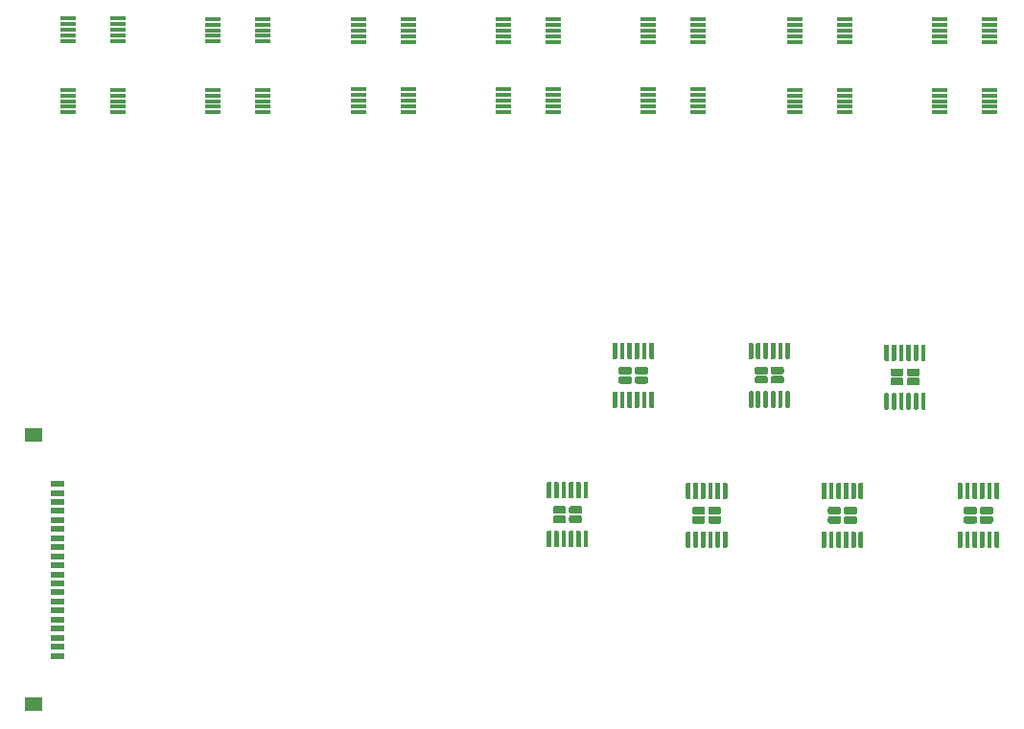
<source format=gbr>
G04 #@! TF.GenerationSoftware,KiCad,Pcbnew,(5.1.5)-3*
G04 #@! TF.CreationDate,2020-09-10T17:06:43+02:00*
G04 #@! TF.ProjectId,MultipleVoltageSource2.0,4d756c74-6970-46c6-9556-6f6c74616765,rev?*
G04 #@! TF.SameCoordinates,Original*
G04 #@! TF.FileFunction,Paste,Top*
G04 #@! TF.FilePolarity,Positive*
%FSLAX46Y46*%
G04 Gerber Fmt 4.6, Leading zero omitted, Abs format (unit mm)*
G04 Created by KiCad (PCBNEW (5.1.5)-3) date 2020-09-10 17:06:43*
%MOMM*%
%LPD*%
G04 APERTURE LIST*
%ADD10R,1.400000X0.300000*%
%ADD11C,0.100000*%
%ADD12R,1.250000X0.500000*%
%ADD13R,1.650000X1.250000*%
G04 APERTURE END LIST*
D10*
X194006600Y-75524400D03*
X194006600Y-76024400D03*
X194006600Y-76524400D03*
X194006600Y-77024400D03*
X194006600Y-77524400D03*
X189606600Y-77524400D03*
X189606600Y-77024400D03*
X189606600Y-76524400D03*
X189606600Y-76024400D03*
X189606600Y-75524400D03*
X129779401Y-75462061D03*
X129779401Y-75962061D03*
X129779401Y-76462061D03*
X129779401Y-76962061D03*
X129779401Y-77462061D03*
X125379401Y-77462061D03*
X125379401Y-76962061D03*
X125379401Y-76462061D03*
X125379401Y-75962061D03*
X125379401Y-75462061D03*
X117042000Y-81729400D03*
X117042000Y-82229400D03*
X117042000Y-82729400D03*
X117042000Y-83229400D03*
X117042000Y-83729400D03*
X112642000Y-83729400D03*
X112642000Y-83229400D03*
X112642000Y-82729400D03*
X112642000Y-82229400D03*
X112642000Y-81729400D03*
X125409600Y-81727800D03*
X125409600Y-82227800D03*
X125409600Y-82727800D03*
X125409600Y-83227800D03*
X125409600Y-83727800D03*
X129809600Y-83727800D03*
X129809600Y-83227800D03*
X129809600Y-82727800D03*
X129809600Y-82227800D03*
X129809600Y-81727800D03*
X117022001Y-75421661D03*
X117022001Y-75921661D03*
X117022001Y-76421661D03*
X117022001Y-76921661D03*
X117022001Y-77421661D03*
X112622001Y-77421661D03*
X112622001Y-76921661D03*
X112622001Y-76421661D03*
X112622001Y-75921661D03*
X112622001Y-75421661D03*
D11*
G36*
X162244518Y-107034007D02*
G01*
X162260778Y-107036418D01*
X162276723Y-107040412D01*
X162292199Y-107045950D01*
X162307059Y-107052978D01*
X162321158Y-107061429D01*
X162334361Y-107071221D01*
X162346540Y-107082260D01*
X162357579Y-107094439D01*
X162367371Y-107107642D01*
X162375822Y-107121741D01*
X162382850Y-107136601D01*
X162388388Y-107152077D01*
X162392382Y-107168022D01*
X162394793Y-107184282D01*
X162395600Y-107200700D01*
X162395600Y-107535700D01*
X162394793Y-107552118D01*
X162392382Y-107568378D01*
X162388388Y-107584323D01*
X162382850Y-107599799D01*
X162375822Y-107614659D01*
X162367371Y-107628758D01*
X162357579Y-107641961D01*
X162346540Y-107654140D01*
X162334361Y-107665179D01*
X162321158Y-107674971D01*
X162307059Y-107683422D01*
X162292199Y-107690450D01*
X162276723Y-107695988D01*
X162260778Y-107699982D01*
X162244518Y-107702393D01*
X162228100Y-107703200D01*
X161413100Y-107703200D01*
X161396682Y-107702393D01*
X161380422Y-107699982D01*
X161364477Y-107695988D01*
X161349001Y-107690450D01*
X161334141Y-107683422D01*
X161320042Y-107674971D01*
X161306839Y-107665179D01*
X161294660Y-107654140D01*
X161283621Y-107641961D01*
X161273829Y-107628758D01*
X161265378Y-107614659D01*
X161258350Y-107599799D01*
X161252812Y-107584323D01*
X161248818Y-107568378D01*
X161246407Y-107552118D01*
X161245600Y-107535700D01*
X161245600Y-107200700D01*
X161246407Y-107184282D01*
X161248818Y-107168022D01*
X161252812Y-107152077D01*
X161258350Y-107136601D01*
X161265378Y-107121741D01*
X161273829Y-107107642D01*
X161283621Y-107094439D01*
X161294660Y-107082260D01*
X161306839Y-107071221D01*
X161320042Y-107061429D01*
X161334141Y-107052978D01*
X161349001Y-107045950D01*
X161364477Y-107040412D01*
X161380422Y-107036418D01*
X161396682Y-107034007D01*
X161413100Y-107033200D01*
X162228100Y-107033200D01*
X162244518Y-107034007D01*
G37*
G36*
X163664518Y-107034007D02*
G01*
X163680778Y-107036418D01*
X163696723Y-107040412D01*
X163712199Y-107045950D01*
X163727059Y-107052978D01*
X163741158Y-107061429D01*
X163754361Y-107071221D01*
X163766540Y-107082260D01*
X163777579Y-107094439D01*
X163787371Y-107107642D01*
X163795822Y-107121741D01*
X163802850Y-107136601D01*
X163808388Y-107152077D01*
X163812382Y-107168022D01*
X163814793Y-107184282D01*
X163815600Y-107200700D01*
X163815600Y-107535700D01*
X163814793Y-107552118D01*
X163812382Y-107568378D01*
X163808388Y-107584323D01*
X163802850Y-107599799D01*
X163795822Y-107614659D01*
X163787371Y-107628758D01*
X163777579Y-107641961D01*
X163766540Y-107654140D01*
X163754361Y-107665179D01*
X163741158Y-107674971D01*
X163727059Y-107683422D01*
X163712199Y-107690450D01*
X163696723Y-107695988D01*
X163680778Y-107699982D01*
X163664518Y-107702393D01*
X163648100Y-107703200D01*
X162833100Y-107703200D01*
X162816682Y-107702393D01*
X162800422Y-107699982D01*
X162784477Y-107695988D01*
X162769001Y-107690450D01*
X162754141Y-107683422D01*
X162740042Y-107674971D01*
X162726839Y-107665179D01*
X162714660Y-107654140D01*
X162703621Y-107641961D01*
X162693829Y-107628758D01*
X162685378Y-107614659D01*
X162678350Y-107599799D01*
X162672812Y-107584323D01*
X162668818Y-107568378D01*
X162666407Y-107552118D01*
X162665600Y-107535700D01*
X162665600Y-107200700D01*
X162666407Y-107184282D01*
X162668818Y-107168022D01*
X162672812Y-107152077D01*
X162678350Y-107136601D01*
X162685378Y-107121741D01*
X162693829Y-107107642D01*
X162703621Y-107094439D01*
X162714660Y-107082260D01*
X162726839Y-107071221D01*
X162740042Y-107061429D01*
X162754141Y-107052978D01*
X162769001Y-107045950D01*
X162784477Y-107040412D01*
X162800422Y-107036418D01*
X162816682Y-107034007D01*
X162833100Y-107033200D01*
X163648100Y-107033200D01*
X163664518Y-107034007D01*
G37*
G36*
X162244518Y-106214007D02*
G01*
X162260778Y-106216418D01*
X162276723Y-106220412D01*
X162292199Y-106225950D01*
X162307059Y-106232978D01*
X162321158Y-106241429D01*
X162334361Y-106251221D01*
X162346540Y-106262260D01*
X162357579Y-106274439D01*
X162367371Y-106287642D01*
X162375822Y-106301741D01*
X162382850Y-106316601D01*
X162388388Y-106332077D01*
X162392382Y-106348022D01*
X162394793Y-106364282D01*
X162395600Y-106380700D01*
X162395600Y-106715700D01*
X162394793Y-106732118D01*
X162392382Y-106748378D01*
X162388388Y-106764323D01*
X162382850Y-106779799D01*
X162375822Y-106794659D01*
X162367371Y-106808758D01*
X162357579Y-106821961D01*
X162346540Y-106834140D01*
X162334361Y-106845179D01*
X162321158Y-106854971D01*
X162307059Y-106863422D01*
X162292199Y-106870450D01*
X162276723Y-106875988D01*
X162260778Y-106879982D01*
X162244518Y-106882393D01*
X162228100Y-106883200D01*
X161413100Y-106883200D01*
X161396682Y-106882393D01*
X161380422Y-106879982D01*
X161364477Y-106875988D01*
X161349001Y-106870450D01*
X161334141Y-106863422D01*
X161320042Y-106854971D01*
X161306839Y-106845179D01*
X161294660Y-106834140D01*
X161283621Y-106821961D01*
X161273829Y-106808758D01*
X161265378Y-106794659D01*
X161258350Y-106779799D01*
X161252812Y-106764323D01*
X161248818Y-106748378D01*
X161246407Y-106732118D01*
X161245600Y-106715700D01*
X161245600Y-106380700D01*
X161246407Y-106364282D01*
X161248818Y-106348022D01*
X161252812Y-106332077D01*
X161258350Y-106316601D01*
X161265378Y-106301741D01*
X161273829Y-106287642D01*
X161283621Y-106274439D01*
X161294660Y-106262260D01*
X161306839Y-106251221D01*
X161320042Y-106241429D01*
X161334141Y-106232978D01*
X161349001Y-106225950D01*
X161364477Y-106220412D01*
X161380422Y-106216418D01*
X161396682Y-106214007D01*
X161413100Y-106213200D01*
X162228100Y-106213200D01*
X162244518Y-106214007D01*
G37*
G36*
X163664518Y-106214007D02*
G01*
X163680778Y-106216418D01*
X163696723Y-106220412D01*
X163712199Y-106225950D01*
X163727059Y-106232978D01*
X163741158Y-106241429D01*
X163754361Y-106251221D01*
X163766540Y-106262260D01*
X163777579Y-106274439D01*
X163787371Y-106287642D01*
X163795822Y-106301741D01*
X163802850Y-106316601D01*
X163808388Y-106332077D01*
X163812382Y-106348022D01*
X163814793Y-106364282D01*
X163815600Y-106380700D01*
X163815600Y-106715700D01*
X163814793Y-106732118D01*
X163812382Y-106748378D01*
X163808388Y-106764323D01*
X163802850Y-106779799D01*
X163795822Y-106794659D01*
X163787371Y-106808758D01*
X163777579Y-106821961D01*
X163766540Y-106834140D01*
X163754361Y-106845179D01*
X163741158Y-106854971D01*
X163727059Y-106863422D01*
X163712199Y-106870450D01*
X163696723Y-106875988D01*
X163680778Y-106879982D01*
X163664518Y-106882393D01*
X163648100Y-106883200D01*
X162833100Y-106883200D01*
X162816682Y-106882393D01*
X162800422Y-106879982D01*
X162784477Y-106875988D01*
X162769001Y-106870450D01*
X162754141Y-106863422D01*
X162740042Y-106854971D01*
X162726839Y-106845179D01*
X162714660Y-106834140D01*
X162703621Y-106821961D01*
X162693829Y-106808758D01*
X162685378Y-106794659D01*
X162678350Y-106779799D01*
X162672812Y-106764323D01*
X162668818Y-106748378D01*
X162666407Y-106732118D01*
X162665600Y-106715700D01*
X162665600Y-106380700D01*
X162666407Y-106364282D01*
X162668818Y-106348022D01*
X162672812Y-106332077D01*
X162678350Y-106316601D01*
X162685378Y-106301741D01*
X162693829Y-106287642D01*
X162703621Y-106274439D01*
X162714660Y-106262260D01*
X162726839Y-106251221D01*
X162740042Y-106241429D01*
X162754141Y-106232978D01*
X162769001Y-106225950D01*
X162784477Y-106220412D01*
X162800422Y-106216418D01*
X162816682Y-106214007D01*
X162833100Y-106213200D01*
X163648100Y-106213200D01*
X163664518Y-106214007D01*
G37*
G36*
X161015402Y-108383682D02*
G01*
X161025109Y-108385121D01*
X161034628Y-108387506D01*
X161043868Y-108390812D01*
X161052740Y-108395008D01*
X161061157Y-108400053D01*
X161069039Y-108405899D01*
X161076311Y-108412489D01*
X161082901Y-108419761D01*
X161088747Y-108427643D01*
X161093792Y-108436060D01*
X161097988Y-108444932D01*
X161101294Y-108454172D01*
X161103679Y-108463691D01*
X161105118Y-108473398D01*
X161105600Y-108483200D01*
X161105600Y-109733200D01*
X161105118Y-109743002D01*
X161103679Y-109752709D01*
X161101294Y-109762228D01*
X161097988Y-109771468D01*
X161093792Y-109780340D01*
X161088747Y-109788757D01*
X161082901Y-109796639D01*
X161076311Y-109803911D01*
X161069039Y-109810501D01*
X161061157Y-109816347D01*
X161052740Y-109821392D01*
X161043868Y-109825588D01*
X161034628Y-109828894D01*
X161025109Y-109831279D01*
X161015402Y-109832718D01*
X161005600Y-109833200D01*
X160805600Y-109833200D01*
X160795798Y-109832718D01*
X160786091Y-109831279D01*
X160776572Y-109828894D01*
X160767332Y-109825588D01*
X160758460Y-109821392D01*
X160750043Y-109816347D01*
X160742161Y-109810501D01*
X160734889Y-109803911D01*
X160728299Y-109796639D01*
X160722453Y-109788757D01*
X160717408Y-109780340D01*
X160713212Y-109771468D01*
X160709906Y-109762228D01*
X160707521Y-109752709D01*
X160706082Y-109743002D01*
X160705600Y-109733200D01*
X160705600Y-108483200D01*
X160706082Y-108473398D01*
X160707521Y-108463691D01*
X160709906Y-108454172D01*
X160713212Y-108444932D01*
X160717408Y-108436060D01*
X160722453Y-108427643D01*
X160728299Y-108419761D01*
X160734889Y-108412489D01*
X160742161Y-108405899D01*
X160750043Y-108400053D01*
X160758460Y-108395008D01*
X160767332Y-108390812D01*
X160776572Y-108387506D01*
X160786091Y-108385121D01*
X160795798Y-108383682D01*
X160805600Y-108383200D01*
X161005600Y-108383200D01*
X161015402Y-108383682D01*
G37*
G36*
X161665402Y-108383682D02*
G01*
X161675109Y-108385121D01*
X161684628Y-108387506D01*
X161693868Y-108390812D01*
X161702740Y-108395008D01*
X161711157Y-108400053D01*
X161719039Y-108405899D01*
X161726311Y-108412489D01*
X161732901Y-108419761D01*
X161738747Y-108427643D01*
X161743792Y-108436060D01*
X161747988Y-108444932D01*
X161751294Y-108454172D01*
X161753679Y-108463691D01*
X161755118Y-108473398D01*
X161755600Y-108483200D01*
X161755600Y-109733200D01*
X161755118Y-109743002D01*
X161753679Y-109752709D01*
X161751294Y-109762228D01*
X161747988Y-109771468D01*
X161743792Y-109780340D01*
X161738747Y-109788757D01*
X161732901Y-109796639D01*
X161726311Y-109803911D01*
X161719039Y-109810501D01*
X161711157Y-109816347D01*
X161702740Y-109821392D01*
X161693868Y-109825588D01*
X161684628Y-109828894D01*
X161675109Y-109831279D01*
X161665402Y-109832718D01*
X161655600Y-109833200D01*
X161455600Y-109833200D01*
X161445798Y-109832718D01*
X161436091Y-109831279D01*
X161426572Y-109828894D01*
X161417332Y-109825588D01*
X161408460Y-109821392D01*
X161400043Y-109816347D01*
X161392161Y-109810501D01*
X161384889Y-109803911D01*
X161378299Y-109796639D01*
X161372453Y-109788757D01*
X161367408Y-109780340D01*
X161363212Y-109771468D01*
X161359906Y-109762228D01*
X161357521Y-109752709D01*
X161356082Y-109743002D01*
X161355600Y-109733200D01*
X161355600Y-108483200D01*
X161356082Y-108473398D01*
X161357521Y-108463691D01*
X161359906Y-108454172D01*
X161363212Y-108444932D01*
X161367408Y-108436060D01*
X161372453Y-108427643D01*
X161378299Y-108419761D01*
X161384889Y-108412489D01*
X161392161Y-108405899D01*
X161400043Y-108400053D01*
X161408460Y-108395008D01*
X161417332Y-108390812D01*
X161426572Y-108387506D01*
X161436091Y-108385121D01*
X161445798Y-108383682D01*
X161455600Y-108383200D01*
X161655600Y-108383200D01*
X161665402Y-108383682D01*
G37*
G36*
X162315402Y-108383682D02*
G01*
X162325109Y-108385121D01*
X162334628Y-108387506D01*
X162343868Y-108390812D01*
X162352740Y-108395008D01*
X162361157Y-108400053D01*
X162369039Y-108405899D01*
X162376311Y-108412489D01*
X162382901Y-108419761D01*
X162388747Y-108427643D01*
X162393792Y-108436060D01*
X162397988Y-108444932D01*
X162401294Y-108454172D01*
X162403679Y-108463691D01*
X162405118Y-108473398D01*
X162405600Y-108483200D01*
X162405600Y-109733200D01*
X162405118Y-109743002D01*
X162403679Y-109752709D01*
X162401294Y-109762228D01*
X162397988Y-109771468D01*
X162393792Y-109780340D01*
X162388747Y-109788757D01*
X162382901Y-109796639D01*
X162376311Y-109803911D01*
X162369039Y-109810501D01*
X162361157Y-109816347D01*
X162352740Y-109821392D01*
X162343868Y-109825588D01*
X162334628Y-109828894D01*
X162325109Y-109831279D01*
X162315402Y-109832718D01*
X162305600Y-109833200D01*
X162105600Y-109833200D01*
X162095798Y-109832718D01*
X162086091Y-109831279D01*
X162076572Y-109828894D01*
X162067332Y-109825588D01*
X162058460Y-109821392D01*
X162050043Y-109816347D01*
X162042161Y-109810501D01*
X162034889Y-109803911D01*
X162028299Y-109796639D01*
X162022453Y-109788757D01*
X162017408Y-109780340D01*
X162013212Y-109771468D01*
X162009906Y-109762228D01*
X162007521Y-109752709D01*
X162006082Y-109743002D01*
X162005600Y-109733200D01*
X162005600Y-108483200D01*
X162006082Y-108473398D01*
X162007521Y-108463691D01*
X162009906Y-108454172D01*
X162013212Y-108444932D01*
X162017408Y-108436060D01*
X162022453Y-108427643D01*
X162028299Y-108419761D01*
X162034889Y-108412489D01*
X162042161Y-108405899D01*
X162050043Y-108400053D01*
X162058460Y-108395008D01*
X162067332Y-108390812D01*
X162076572Y-108387506D01*
X162086091Y-108385121D01*
X162095798Y-108383682D01*
X162105600Y-108383200D01*
X162305600Y-108383200D01*
X162315402Y-108383682D01*
G37*
G36*
X162965402Y-108383682D02*
G01*
X162975109Y-108385121D01*
X162984628Y-108387506D01*
X162993868Y-108390812D01*
X163002740Y-108395008D01*
X163011157Y-108400053D01*
X163019039Y-108405899D01*
X163026311Y-108412489D01*
X163032901Y-108419761D01*
X163038747Y-108427643D01*
X163043792Y-108436060D01*
X163047988Y-108444932D01*
X163051294Y-108454172D01*
X163053679Y-108463691D01*
X163055118Y-108473398D01*
X163055600Y-108483200D01*
X163055600Y-109733200D01*
X163055118Y-109743002D01*
X163053679Y-109752709D01*
X163051294Y-109762228D01*
X163047988Y-109771468D01*
X163043792Y-109780340D01*
X163038747Y-109788757D01*
X163032901Y-109796639D01*
X163026311Y-109803911D01*
X163019039Y-109810501D01*
X163011157Y-109816347D01*
X163002740Y-109821392D01*
X162993868Y-109825588D01*
X162984628Y-109828894D01*
X162975109Y-109831279D01*
X162965402Y-109832718D01*
X162955600Y-109833200D01*
X162755600Y-109833200D01*
X162745798Y-109832718D01*
X162736091Y-109831279D01*
X162726572Y-109828894D01*
X162717332Y-109825588D01*
X162708460Y-109821392D01*
X162700043Y-109816347D01*
X162692161Y-109810501D01*
X162684889Y-109803911D01*
X162678299Y-109796639D01*
X162672453Y-109788757D01*
X162667408Y-109780340D01*
X162663212Y-109771468D01*
X162659906Y-109762228D01*
X162657521Y-109752709D01*
X162656082Y-109743002D01*
X162655600Y-109733200D01*
X162655600Y-108483200D01*
X162656082Y-108473398D01*
X162657521Y-108463691D01*
X162659906Y-108454172D01*
X162663212Y-108444932D01*
X162667408Y-108436060D01*
X162672453Y-108427643D01*
X162678299Y-108419761D01*
X162684889Y-108412489D01*
X162692161Y-108405899D01*
X162700043Y-108400053D01*
X162708460Y-108395008D01*
X162717332Y-108390812D01*
X162726572Y-108387506D01*
X162736091Y-108385121D01*
X162745798Y-108383682D01*
X162755600Y-108383200D01*
X162955600Y-108383200D01*
X162965402Y-108383682D01*
G37*
G36*
X163615402Y-108383682D02*
G01*
X163625109Y-108385121D01*
X163634628Y-108387506D01*
X163643868Y-108390812D01*
X163652740Y-108395008D01*
X163661157Y-108400053D01*
X163669039Y-108405899D01*
X163676311Y-108412489D01*
X163682901Y-108419761D01*
X163688747Y-108427643D01*
X163693792Y-108436060D01*
X163697988Y-108444932D01*
X163701294Y-108454172D01*
X163703679Y-108463691D01*
X163705118Y-108473398D01*
X163705600Y-108483200D01*
X163705600Y-109733200D01*
X163705118Y-109743002D01*
X163703679Y-109752709D01*
X163701294Y-109762228D01*
X163697988Y-109771468D01*
X163693792Y-109780340D01*
X163688747Y-109788757D01*
X163682901Y-109796639D01*
X163676311Y-109803911D01*
X163669039Y-109810501D01*
X163661157Y-109816347D01*
X163652740Y-109821392D01*
X163643868Y-109825588D01*
X163634628Y-109828894D01*
X163625109Y-109831279D01*
X163615402Y-109832718D01*
X163605600Y-109833200D01*
X163405600Y-109833200D01*
X163395798Y-109832718D01*
X163386091Y-109831279D01*
X163376572Y-109828894D01*
X163367332Y-109825588D01*
X163358460Y-109821392D01*
X163350043Y-109816347D01*
X163342161Y-109810501D01*
X163334889Y-109803911D01*
X163328299Y-109796639D01*
X163322453Y-109788757D01*
X163317408Y-109780340D01*
X163313212Y-109771468D01*
X163309906Y-109762228D01*
X163307521Y-109752709D01*
X163306082Y-109743002D01*
X163305600Y-109733200D01*
X163305600Y-108483200D01*
X163306082Y-108473398D01*
X163307521Y-108463691D01*
X163309906Y-108454172D01*
X163313212Y-108444932D01*
X163317408Y-108436060D01*
X163322453Y-108427643D01*
X163328299Y-108419761D01*
X163334889Y-108412489D01*
X163342161Y-108405899D01*
X163350043Y-108400053D01*
X163358460Y-108395008D01*
X163367332Y-108390812D01*
X163376572Y-108387506D01*
X163386091Y-108385121D01*
X163395798Y-108383682D01*
X163405600Y-108383200D01*
X163605600Y-108383200D01*
X163615402Y-108383682D01*
G37*
G36*
X164265402Y-108383682D02*
G01*
X164275109Y-108385121D01*
X164284628Y-108387506D01*
X164293868Y-108390812D01*
X164302740Y-108395008D01*
X164311157Y-108400053D01*
X164319039Y-108405899D01*
X164326311Y-108412489D01*
X164332901Y-108419761D01*
X164338747Y-108427643D01*
X164343792Y-108436060D01*
X164347988Y-108444932D01*
X164351294Y-108454172D01*
X164353679Y-108463691D01*
X164355118Y-108473398D01*
X164355600Y-108483200D01*
X164355600Y-109733200D01*
X164355118Y-109743002D01*
X164353679Y-109752709D01*
X164351294Y-109762228D01*
X164347988Y-109771468D01*
X164343792Y-109780340D01*
X164338747Y-109788757D01*
X164332901Y-109796639D01*
X164326311Y-109803911D01*
X164319039Y-109810501D01*
X164311157Y-109816347D01*
X164302740Y-109821392D01*
X164293868Y-109825588D01*
X164284628Y-109828894D01*
X164275109Y-109831279D01*
X164265402Y-109832718D01*
X164255600Y-109833200D01*
X164055600Y-109833200D01*
X164045798Y-109832718D01*
X164036091Y-109831279D01*
X164026572Y-109828894D01*
X164017332Y-109825588D01*
X164008460Y-109821392D01*
X164000043Y-109816347D01*
X163992161Y-109810501D01*
X163984889Y-109803911D01*
X163978299Y-109796639D01*
X163972453Y-109788757D01*
X163967408Y-109780340D01*
X163963212Y-109771468D01*
X163959906Y-109762228D01*
X163957521Y-109752709D01*
X163956082Y-109743002D01*
X163955600Y-109733200D01*
X163955600Y-108483200D01*
X163956082Y-108473398D01*
X163957521Y-108463691D01*
X163959906Y-108454172D01*
X163963212Y-108444932D01*
X163967408Y-108436060D01*
X163972453Y-108427643D01*
X163978299Y-108419761D01*
X163984889Y-108412489D01*
X163992161Y-108405899D01*
X164000043Y-108400053D01*
X164008460Y-108395008D01*
X164017332Y-108390812D01*
X164026572Y-108387506D01*
X164036091Y-108385121D01*
X164045798Y-108383682D01*
X164055600Y-108383200D01*
X164255600Y-108383200D01*
X164265402Y-108383682D01*
G37*
G36*
X164265402Y-104083682D02*
G01*
X164275109Y-104085121D01*
X164284628Y-104087506D01*
X164293868Y-104090812D01*
X164302740Y-104095008D01*
X164311157Y-104100053D01*
X164319039Y-104105899D01*
X164326311Y-104112489D01*
X164332901Y-104119761D01*
X164338747Y-104127643D01*
X164343792Y-104136060D01*
X164347988Y-104144932D01*
X164351294Y-104154172D01*
X164353679Y-104163691D01*
X164355118Y-104173398D01*
X164355600Y-104183200D01*
X164355600Y-105433200D01*
X164355118Y-105443002D01*
X164353679Y-105452709D01*
X164351294Y-105462228D01*
X164347988Y-105471468D01*
X164343792Y-105480340D01*
X164338747Y-105488757D01*
X164332901Y-105496639D01*
X164326311Y-105503911D01*
X164319039Y-105510501D01*
X164311157Y-105516347D01*
X164302740Y-105521392D01*
X164293868Y-105525588D01*
X164284628Y-105528894D01*
X164275109Y-105531279D01*
X164265402Y-105532718D01*
X164255600Y-105533200D01*
X164055600Y-105533200D01*
X164045798Y-105532718D01*
X164036091Y-105531279D01*
X164026572Y-105528894D01*
X164017332Y-105525588D01*
X164008460Y-105521392D01*
X164000043Y-105516347D01*
X163992161Y-105510501D01*
X163984889Y-105503911D01*
X163978299Y-105496639D01*
X163972453Y-105488757D01*
X163967408Y-105480340D01*
X163963212Y-105471468D01*
X163959906Y-105462228D01*
X163957521Y-105452709D01*
X163956082Y-105443002D01*
X163955600Y-105433200D01*
X163955600Y-104183200D01*
X163956082Y-104173398D01*
X163957521Y-104163691D01*
X163959906Y-104154172D01*
X163963212Y-104144932D01*
X163967408Y-104136060D01*
X163972453Y-104127643D01*
X163978299Y-104119761D01*
X163984889Y-104112489D01*
X163992161Y-104105899D01*
X164000043Y-104100053D01*
X164008460Y-104095008D01*
X164017332Y-104090812D01*
X164026572Y-104087506D01*
X164036091Y-104085121D01*
X164045798Y-104083682D01*
X164055600Y-104083200D01*
X164255600Y-104083200D01*
X164265402Y-104083682D01*
G37*
G36*
X163615402Y-104083682D02*
G01*
X163625109Y-104085121D01*
X163634628Y-104087506D01*
X163643868Y-104090812D01*
X163652740Y-104095008D01*
X163661157Y-104100053D01*
X163669039Y-104105899D01*
X163676311Y-104112489D01*
X163682901Y-104119761D01*
X163688747Y-104127643D01*
X163693792Y-104136060D01*
X163697988Y-104144932D01*
X163701294Y-104154172D01*
X163703679Y-104163691D01*
X163705118Y-104173398D01*
X163705600Y-104183200D01*
X163705600Y-105433200D01*
X163705118Y-105443002D01*
X163703679Y-105452709D01*
X163701294Y-105462228D01*
X163697988Y-105471468D01*
X163693792Y-105480340D01*
X163688747Y-105488757D01*
X163682901Y-105496639D01*
X163676311Y-105503911D01*
X163669039Y-105510501D01*
X163661157Y-105516347D01*
X163652740Y-105521392D01*
X163643868Y-105525588D01*
X163634628Y-105528894D01*
X163625109Y-105531279D01*
X163615402Y-105532718D01*
X163605600Y-105533200D01*
X163405600Y-105533200D01*
X163395798Y-105532718D01*
X163386091Y-105531279D01*
X163376572Y-105528894D01*
X163367332Y-105525588D01*
X163358460Y-105521392D01*
X163350043Y-105516347D01*
X163342161Y-105510501D01*
X163334889Y-105503911D01*
X163328299Y-105496639D01*
X163322453Y-105488757D01*
X163317408Y-105480340D01*
X163313212Y-105471468D01*
X163309906Y-105462228D01*
X163307521Y-105452709D01*
X163306082Y-105443002D01*
X163305600Y-105433200D01*
X163305600Y-104183200D01*
X163306082Y-104173398D01*
X163307521Y-104163691D01*
X163309906Y-104154172D01*
X163313212Y-104144932D01*
X163317408Y-104136060D01*
X163322453Y-104127643D01*
X163328299Y-104119761D01*
X163334889Y-104112489D01*
X163342161Y-104105899D01*
X163350043Y-104100053D01*
X163358460Y-104095008D01*
X163367332Y-104090812D01*
X163376572Y-104087506D01*
X163386091Y-104085121D01*
X163395798Y-104083682D01*
X163405600Y-104083200D01*
X163605600Y-104083200D01*
X163615402Y-104083682D01*
G37*
G36*
X162965402Y-104083682D02*
G01*
X162975109Y-104085121D01*
X162984628Y-104087506D01*
X162993868Y-104090812D01*
X163002740Y-104095008D01*
X163011157Y-104100053D01*
X163019039Y-104105899D01*
X163026311Y-104112489D01*
X163032901Y-104119761D01*
X163038747Y-104127643D01*
X163043792Y-104136060D01*
X163047988Y-104144932D01*
X163051294Y-104154172D01*
X163053679Y-104163691D01*
X163055118Y-104173398D01*
X163055600Y-104183200D01*
X163055600Y-105433200D01*
X163055118Y-105443002D01*
X163053679Y-105452709D01*
X163051294Y-105462228D01*
X163047988Y-105471468D01*
X163043792Y-105480340D01*
X163038747Y-105488757D01*
X163032901Y-105496639D01*
X163026311Y-105503911D01*
X163019039Y-105510501D01*
X163011157Y-105516347D01*
X163002740Y-105521392D01*
X162993868Y-105525588D01*
X162984628Y-105528894D01*
X162975109Y-105531279D01*
X162965402Y-105532718D01*
X162955600Y-105533200D01*
X162755600Y-105533200D01*
X162745798Y-105532718D01*
X162736091Y-105531279D01*
X162726572Y-105528894D01*
X162717332Y-105525588D01*
X162708460Y-105521392D01*
X162700043Y-105516347D01*
X162692161Y-105510501D01*
X162684889Y-105503911D01*
X162678299Y-105496639D01*
X162672453Y-105488757D01*
X162667408Y-105480340D01*
X162663212Y-105471468D01*
X162659906Y-105462228D01*
X162657521Y-105452709D01*
X162656082Y-105443002D01*
X162655600Y-105433200D01*
X162655600Y-104183200D01*
X162656082Y-104173398D01*
X162657521Y-104163691D01*
X162659906Y-104154172D01*
X162663212Y-104144932D01*
X162667408Y-104136060D01*
X162672453Y-104127643D01*
X162678299Y-104119761D01*
X162684889Y-104112489D01*
X162692161Y-104105899D01*
X162700043Y-104100053D01*
X162708460Y-104095008D01*
X162717332Y-104090812D01*
X162726572Y-104087506D01*
X162736091Y-104085121D01*
X162745798Y-104083682D01*
X162755600Y-104083200D01*
X162955600Y-104083200D01*
X162965402Y-104083682D01*
G37*
G36*
X162315402Y-104083682D02*
G01*
X162325109Y-104085121D01*
X162334628Y-104087506D01*
X162343868Y-104090812D01*
X162352740Y-104095008D01*
X162361157Y-104100053D01*
X162369039Y-104105899D01*
X162376311Y-104112489D01*
X162382901Y-104119761D01*
X162388747Y-104127643D01*
X162393792Y-104136060D01*
X162397988Y-104144932D01*
X162401294Y-104154172D01*
X162403679Y-104163691D01*
X162405118Y-104173398D01*
X162405600Y-104183200D01*
X162405600Y-105433200D01*
X162405118Y-105443002D01*
X162403679Y-105452709D01*
X162401294Y-105462228D01*
X162397988Y-105471468D01*
X162393792Y-105480340D01*
X162388747Y-105488757D01*
X162382901Y-105496639D01*
X162376311Y-105503911D01*
X162369039Y-105510501D01*
X162361157Y-105516347D01*
X162352740Y-105521392D01*
X162343868Y-105525588D01*
X162334628Y-105528894D01*
X162325109Y-105531279D01*
X162315402Y-105532718D01*
X162305600Y-105533200D01*
X162105600Y-105533200D01*
X162095798Y-105532718D01*
X162086091Y-105531279D01*
X162076572Y-105528894D01*
X162067332Y-105525588D01*
X162058460Y-105521392D01*
X162050043Y-105516347D01*
X162042161Y-105510501D01*
X162034889Y-105503911D01*
X162028299Y-105496639D01*
X162022453Y-105488757D01*
X162017408Y-105480340D01*
X162013212Y-105471468D01*
X162009906Y-105462228D01*
X162007521Y-105452709D01*
X162006082Y-105443002D01*
X162005600Y-105433200D01*
X162005600Y-104183200D01*
X162006082Y-104173398D01*
X162007521Y-104163691D01*
X162009906Y-104154172D01*
X162013212Y-104144932D01*
X162017408Y-104136060D01*
X162022453Y-104127643D01*
X162028299Y-104119761D01*
X162034889Y-104112489D01*
X162042161Y-104105899D01*
X162050043Y-104100053D01*
X162058460Y-104095008D01*
X162067332Y-104090812D01*
X162076572Y-104087506D01*
X162086091Y-104085121D01*
X162095798Y-104083682D01*
X162105600Y-104083200D01*
X162305600Y-104083200D01*
X162315402Y-104083682D01*
G37*
G36*
X161665402Y-104083682D02*
G01*
X161675109Y-104085121D01*
X161684628Y-104087506D01*
X161693868Y-104090812D01*
X161702740Y-104095008D01*
X161711157Y-104100053D01*
X161719039Y-104105899D01*
X161726311Y-104112489D01*
X161732901Y-104119761D01*
X161738747Y-104127643D01*
X161743792Y-104136060D01*
X161747988Y-104144932D01*
X161751294Y-104154172D01*
X161753679Y-104163691D01*
X161755118Y-104173398D01*
X161755600Y-104183200D01*
X161755600Y-105433200D01*
X161755118Y-105443002D01*
X161753679Y-105452709D01*
X161751294Y-105462228D01*
X161747988Y-105471468D01*
X161743792Y-105480340D01*
X161738747Y-105488757D01*
X161732901Y-105496639D01*
X161726311Y-105503911D01*
X161719039Y-105510501D01*
X161711157Y-105516347D01*
X161702740Y-105521392D01*
X161693868Y-105525588D01*
X161684628Y-105528894D01*
X161675109Y-105531279D01*
X161665402Y-105532718D01*
X161655600Y-105533200D01*
X161455600Y-105533200D01*
X161445798Y-105532718D01*
X161436091Y-105531279D01*
X161426572Y-105528894D01*
X161417332Y-105525588D01*
X161408460Y-105521392D01*
X161400043Y-105516347D01*
X161392161Y-105510501D01*
X161384889Y-105503911D01*
X161378299Y-105496639D01*
X161372453Y-105488757D01*
X161367408Y-105480340D01*
X161363212Y-105471468D01*
X161359906Y-105462228D01*
X161357521Y-105452709D01*
X161356082Y-105443002D01*
X161355600Y-105433200D01*
X161355600Y-104183200D01*
X161356082Y-104173398D01*
X161357521Y-104163691D01*
X161359906Y-104154172D01*
X161363212Y-104144932D01*
X161367408Y-104136060D01*
X161372453Y-104127643D01*
X161378299Y-104119761D01*
X161384889Y-104112489D01*
X161392161Y-104105899D01*
X161400043Y-104100053D01*
X161408460Y-104095008D01*
X161417332Y-104090812D01*
X161426572Y-104087506D01*
X161436091Y-104085121D01*
X161445798Y-104083682D01*
X161455600Y-104083200D01*
X161655600Y-104083200D01*
X161665402Y-104083682D01*
G37*
G36*
X161015402Y-104083682D02*
G01*
X161025109Y-104085121D01*
X161034628Y-104087506D01*
X161043868Y-104090812D01*
X161052740Y-104095008D01*
X161061157Y-104100053D01*
X161069039Y-104105899D01*
X161076311Y-104112489D01*
X161082901Y-104119761D01*
X161088747Y-104127643D01*
X161093792Y-104136060D01*
X161097988Y-104144932D01*
X161101294Y-104154172D01*
X161103679Y-104163691D01*
X161105118Y-104173398D01*
X161105600Y-104183200D01*
X161105600Y-105433200D01*
X161105118Y-105443002D01*
X161103679Y-105452709D01*
X161101294Y-105462228D01*
X161097988Y-105471468D01*
X161093792Y-105480340D01*
X161088747Y-105488757D01*
X161082901Y-105496639D01*
X161076311Y-105503911D01*
X161069039Y-105510501D01*
X161061157Y-105516347D01*
X161052740Y-105521392D01*
X161043868Y-105525588D01*
X161034628Y-105528894D01*
X161025109Y-105531279D01*
X161015402Y-105532718D01*
X161005600Y-105533200D01*
X160805600Y-105533200D01*
X160795798Y-105532718D01*
X160786091Y-105531279D01*
X160776572Y-105528894D01*
X160767332Y-105525588D01*
X160758460Y-105521392D01*
X160750043Y-105516347D01*
X160742161Y-105510501D01*
X160734889Y-105503911D01*
X160728299Y-105496639D01*
X160722453Y-105488757D01*
X160717408Y-105480340D01*
X160713212Y-105471468D01*
X160709906Y-105462228D01*
X160707521Y-105452709D01*
X160706082Y-105443002D01*
X160705600Y-105433200D01*
X160705600Y-104183200D01*
X160706082Y-104173398D01*
X160707521Y-104163691D01*
X160709906Y-104154172D01*
X160713212Y-104144932D01*
X160717408Y-104136060D01*
X160722453Y-104127643D01*
X160728299Y-104119761D01*
X160734889Y-104112489D01*
X160742161Y-104105899D01*
X160750043Y-104100053D01*
X160758460Y-104095008D01*
X160767332Y-104090812D01*
X160776572Y-104087506D01*
X160786091Y-104085121D01*
X160795798Y-104083682D01*
X160805600Y-104083200D01*
X161005600Y-104083200D01*
X161015402Y-104083682D01*
G37*
G36*
X157853918Y-118525807D02*
G01*
X157870178Y-118528218D01*
X157886123Y-118532212D01*
X157901599Y-118537750D01*
X157916459Y-118544778D01*
X157930558Y-118553229D01*
X157943761Y-118563021D01*
X157955940Y-118574060D01*
X157966979Y-118586239D01*
X157976771Y-118599442D01*
X157985222Y-118613541D01*
X157992250Y-118628401D01*
X157997788Y-118643877D01*
X158001782Y-118659822D01*
X158004193Y-118676082D01*
X158005000Y-118692500D01*
X158005000Y-119027500D01*
X158004193Y-119043918D01*
X158001782Y-119060178D01*
X157997788Y-119076123D01*
X157992250Y-119091599D01*
X157985222Y-119106459D01*
X157976771Y-119120558D01*
X157966979Y-119133761D01*
X157955940Y-119145940D01*
X157943761Y-119156979D01*
X157930558Y-119166771D01*
X157916459Y-119175222D01*
X157901599Y-119182250D01*
X157886123Y-119187788D01*
X157870178Y-119191782D01*
X157853918Y-119194193D01*
X157837500Y-119195000D01*
X157022500Y-119195000D01*
X157006082Y-119194193D01*
X156989822Y-119191782D01*
X156973877Y-119187788D01*
X156958401Y-119182250D01*
X156943541Y-119175222D01*
X156929442Y-119166771D01*
X156916239Y-119156979D01*
X156904060Y-119145940D01*
X156893021Y-119133761D01*
X156883229Y-119120558D01*
X156874778Y-119106459D01*
X156867750Y-119091599D01*
X156862212Y-119076123D01*
X156858218Y-119060178D01*
X156855807Y-119043918D01*
X156855000Y-119027500D01*
X156855000Y-118692500D01*
X156855807Y-118676082D01*
X156858218Y-118659822D01*
X156862212Y-118643877D01*
X156867750Y-118628401D01*
X156874778Y-118613541D01*
X156883229Y-118599442D01*
X156893021Y-118586239D01*
X156904060Y-118574060D01*
X156916239Y-118563021D01*
X156929442Y-118553229D01*
X156943541Y-118544778D01*
X156958401Y-118537750D01*
X156973877Y-118532212D01*
X156989822Y-118528218D01*
X157006082Y-118525807D01*
X157022500Y-118525000D01*
X157837500Y-118525000D01*
X157853918Y-118525807D01*
G37*
G36*
X156433918Y-118525807D02*
G01*
X156450178Y-118528218D01*
X156466123Y-118532212D01*
X156481599Y-118537750D01*
X156496459Y-118544778D01*
X156510558Y-118553229D01*
X156523761Y-118563021D01*
X156535940Y-118574060D01*
X156546979Y-118586239D01*
X156556771Y-118599442D01*
X156565222Y-118613541D01*
X156572250Y-118628401D01*
X156577788Y-118643877D01*
X156581782Y-118659822D01*
X156584193Y-118676082D01*
X156585000Y-118692500D01*
X156585000Y-119027500D01*
X156584193Y-119043918D01*
X156581782Y-119060178D01*
X156577788Y-119076123D01*
X156572250Y-119091599D01*
X156565222Y-119106459D01*
X156556771Y-119120558D01*
X156546979Y-119133761D01*
X156535940Y-119145940D01*
X156523761Y-119156979D01*
X156510558Y-119166771D01*
X156496459Y-119175222D01*
X156481599Y-119182250D01*
X156466123Y-119187788D01*
X156450178Y-119191782D01*
X156433918Y-119194193D01*
X156417500Y-119195000D01*
X155602500Y-119195000D01*
X155586082Y-119194193D01*
X155569822Y-119191782D01*
X155553877Y-119187788D01*
X155538401Y-119182250D01*
X155523541Y-119175222D01*
X155509442Y-119166771D01*
X155496239Y-119156979D01*
X155484060Y-119145940D01*
X155473021Y-119133761D01*
X155463229Y-119120558D01*
X155454778Y-119106459D01*
X155447750Y-119091599D01*
X155442212Y-119076123D01*
X155438218Y-119060178D01*
X155435807Y-119043918D01*
X155435000Y-119027500D01*
X155435000Y-118692500D01*
X155435807Y-118676082D01*
X155438218Y-118659822D01*
X155442212Y-118643877D01*
X155447750Y-118628401D01*
X155454778Y-118613541D01*
X155463229Y-118599442D01*
X155473021Y-118586239D01*
X155484060Y-118574060D01*
X155496239Y-118563021D01*
X155509442Y-118553229D01*
X155523541Y-118544778D01*
X155538401Y-118537750D01*
X155553877Y-118532212D01*
X155569822Y-118528218D01*
X155586082Y-118525807D01*
X155602500Y-118525000D01*
X156417500Y-118525000D01*
X156433918Y-118525807D01*
G37*
G36*
X157853918Y-119345807D02*
G01*
X157870178Y-119348218D01*
X157886123Y-119352212D01*
X157901599Y-119357750D01*
X157916459Y-119364778D01*
X157930558Y-119373229D01*
X157943761Y-119383021D01*
X157955940Y-119394060D01*
X157966979Y-119406239D01*
X157976771Y-119419442D01*
X157985222Y-119433541D01*
X157992250Y-119448401D01*
X157997788Y-119463877D01*
X158001782Y-119479822D01*
X158004193Y-119496082D01*
X158005000Y-119512500D01*
X158005000Y-119847500D01*
X158004193Y-119863918D01*
X158001782Y-119880178D01*
X157997788Y-119896123D01*
X157992250Y-119911599D01*
X157985222Y-119926459D01*
X157976771Y-119940558D01*
X157966979Y-119953761D01*
X157955940Y-119965940D01*
X157943761Y-119976979D01*
X157930558Y-119986771D01*
X157916459Y-119995222D01*
X157901599Y-120002250D01*
X157886123Y-120007788D01*
X157870178Y-120011782D01*
X157853918Y-120014193D01*
X157837500Y-120015000D01*
X157022500Y-120015000D01*
X157006082Y-120014193D01*
X156989822Y-120011782D01*
X156973877Y-120007788D01*
X156958401Y-120002250D01*
X156943541Y-119995222D01*
X156929442Y-119986771D01*
X156916239Y-119976979D01*
X156904060Y-119965940D01*
X156893021Y-119953761D01*
X156883229Y-119940558D01*
X156874778Y-119926459D01*
X156867750Y-119911599D01*
X156862212Y-119896123D01*
X156858218Y-119880178D01*
X156855807Y-119863918D01*
X156855000Y-119847500D01*
X156855000Y-119512500D01*
X156855807Y-119496082D01*
X156858218Y-119479822D01*
X156862212Y-119463877D01*
X156867750Y-119448401D01*
X156874778Y-119433541D01*
X156883229Y-119419442D01*
X156893021Y-119406239D01*
X156904060Y-119394060D01*
X156916239Y-119383021D01*
X156929442Y-119373229D01*
X156943541Y-119364778D01*
X156958401Y-119357750D01*
X156973877Y-119352212D01*
X156989822Y-119348218D01*
X157006082Y-119345807D01*
X157022500Y-119345000D01*
X157837500Y-119345000D01*
X157853918Y-119345807D01*
G37*
G36*
X156433918Y-119345807D02*
G01*
X156450178Y-119348218D01*
X156466123Y-119352212D01*
X156481599Y-119357750D01*
X156496459Y-119364778D01*
X156510558Y-119373229D01*
X156523761Y-119383021D01*
X156535940Y-119394060D01*
X156546979Y-119406239D01*
X156556771Y-119419442D01*
X156565222Y-119433541D01*
X156572250Y-119448401D01*
X156577788Y-119463877D01*
X156581782Y-119479822D01*
X156584193Y-119496082D01*
X156585000Y-119512500D01*
X156585000Y-119847500D01*
X156584193Y-119863918D01*
X156581782Y-119880178D01*
X156577788Y-119896123D01*
X156572250Y-119911599D01*
X156565222Y-119926459D01*
X156556771Y-119940558D01*
X156546979Y-119953761D01*
X156535940Y-119965940D01*
X156523761Y-119976979D01*
X156510558Y-119986771D01*
X156496459Y-119995222D01*
X156481599Y-120002250D01*
X156466123Y-120007788D01*
X156450178Y-120011782D01*
X156433918Y-120014193D01*
X156417500Y-120015000D01*
X155602500Y-120015000D01*
X155586082Y-120014193D01*
X155569822Y-120011782D01*
X155553877Y-120007788D01*
X155538401Y-120002250D01*
X155523541Y-119995222D01*
X155509442Y-119986771D01*
X155496239Y-119976979D01*
X155484060Y-119965940D01*
X155473021Y-119953761D01*
X155463229Y-119940558D01*
X155454778Y-119926459D01*
X155447750Y-119911599D01*
X155442212Y-119896123D01*
X155438218Y-119880178D01*
X155435807Y-119863918D01*
X155435000Y-119847500D01*
X155435000Y-119512500D01*
X155435807Y-119496082D01*
X155438218Y-119479822D01*
X155442212Y-119463877D01*
X155447750Y-119448401D01*
X155454778Y-119433541D01*
X155463229Y-119419442D01*
X155473021Y-119406239D01*
X155484060Y-119394060D01*
X155496239Y-119383021D01*
X155509442Y-119373229D01*
X155523541Y-119364778D01*
X155538401Y-119357750D01*
X155553877Y-119352212D01*
X155569822Y-119348218D01*
X155586082Y-119345807D01*
X155602500Y-119345000D01*
X156417500Y-119345000D01*
X156433918Y-119345807D01*
G37*
G36*
X158454802Y-116395482D02*
G01*
X158464509Y-116396921D01*
X158474028Y-116399306D01*
X158483268Y-116402612D01*
X158492140Y-116406808D01*
X158500557Y-116411853D01*
X158508439Y-116417699D01*
X158515711Y-116424289D01*
X158522301Y-116431561D01*
X158528147Y-116439443D01*
X158533192Y-116447860D01*
X158537388Y-116456732D01*
X158540694Y-116465972D01*
X158543079Y-116475491D01*
X158544518Y-116485198D01*
X158545000Y-116495000D01*
X158545000Y-117745000D01*
X158544518Y-117754802D01*
X158543079Y-117764509D01*
X158540694Y-117774028D01*
X158537388Y-117783268D01*
X158533192Y-117792140D01*
X158528147Y-117800557D01*
X158522301Y-117808439D01*
X158515711Y-117815711D01*
X158508439Y-117822301D01*
X158500557Y-117828147D01*
X158492140Y-117833192D01*
X158483268Y-117837388D01*
X158474028Y-117840694D01*
X158464509Y-117843079D01*
X158454802Y-117844518D01*
X158445000Y-117845000D01*
X158245000Y-117845000D01*
X158235198Y-117844518D01*
X158225491Y-117843079D01*
X158215972Y-117840694D01*
X158206732Y-117837388D01*
X158197860Y-117833192D01*
X158189443Y-117828147D01*
X158181561Y-117822301D01*
X158174289Y-117815711D01*
X158167699Y-117808439D01*
X158161853Y-117800557D01*
X158156808Y-117792140D01*
X158152612Y-117783268D01*
X158149306Y-117774028D01*
X158146921Y-117764509D01*
X158145482Y-117754802D01*
X158145000Y-117745000D01*
X158145000Y-116495000D01*
X158145482Y-116485198D01*
X158146921Y-116475491D01*
X158149306Y-116465972D01*
X158152612Y-116456732D01*
X158156808Y-116447860D01*
X158161853Y-116439443D01*
X158167699Y-116431561D01*
X158174289Y-116424289D01*
X158181561Y-116417699D01*
X158189443Y-116411853D01*
X158197860Y-116406808D01*
X158206732Y-116402612D01*
X158215972Y-116399306D01*
X158225491Y-116396921D01*
X158235198Y-116395482D01*
X158245000Y-116395000D01*
X158445000Y-116395000D01*
X158454802Y-116395482D01*
G37*
G36*
X157804802Y-116395482D02*
G01*
X157814509Y-116396921D01*
X157824028Y-116399306D01*
X157833268Y-116402612D01*
X157842140Y-116406808D01*
X157850557Y-116411853D01*
X157858439Y-116417699D01*
X157865711Y-116424289D01*
X157872301Y-116431561D01*
X157878147Y-116439443D01*
X157883192Y-116447860D01*
X157887388Y-116456732D01*
X157890694Y-116465972D01*
X157893079Y-116475491D01*
X157894518Y-116485198D01*
X157895000Y-116495000D01*
X157895000Y-117745000D01*
X157894518Y-117754802D01*
X157893079Y-117764509D01*
X157890694Y-117774028D01*
X157887388Y-117783268D01*
X157883192Y-117792140D01*
X157878147Y-117800557D01*
X157872301Y-117808439D01*
X157865711Y-117815711D01*
X157858439Y-117822301D01*
X157850557Y-117828147D01*
X157842140Y-117833192D01*
X157833268Y-117837388D01*
X157824028Y-117840694D01*
X157814509Y-117843079D01*
X157804802Y-117844518D01*
X157795000Y-117845000D01*
X157595000Y-117845000D01*
X157585198Y-117844518D01*
X157575491Y-117843079D01*
X157565972Y-117840694D01*
X157556732Y-117837388D01*
X157547860Y-117833192D01*
X157539443Y-117828147D01*
X157531561Y-117822301D01*
X157524289Y-117815711D01*
X157517699Y-117808439D01*
X157511853Y-117800557D01*
X157506808Y-117792140D01*
X157502612Y-117783268D01*
X157499306Y-117774028D01*
X157496921Y-117764509D01*
X157495482Y-117754802D01*
X157495000Y-117745000D01*
X157495000Y-116495000D01*
X157495482Y-116485198D01*
X157496921Y-116475491D01*
X157499306Y-116465972D01*
X157502612Y-116456732D01*
X157506808Y-116447860D01*
X157511853Y-116439443D01*
X157517699Y-116431561D01*
X157524289Y-116424289D01*
X157531561Y-116417699D01*
X157539443Y-116411853D01*
X157547860Y-116406808D01*
X157556732Y-116402612D01*
X157565972Y-116399306D01*
X157575491Y-116396921D01*
X157585198Y-116395482D01*
X157595000Y-116395000D01*
X157795000Y-116395000D01*
X157804802Y-116395482D01*
G37*
G36*
X157154802Y-116395482D02*
G01*
X157164509Y-116396921D01*
X157174028Y-116399306D01*
X157183268Y-116402612D01*
X157192140Y-116406808D01*
X157200557Y-116411853D01*
X157208439Y-116417699D01*
X157215711Y-116424289D01*
X157222301Y-116431561D01*
X157228147Y-116439443D01*
X157233192Y-116447860D01*
X157237388Y-116456732D01*
X157240694Y-116465972D01*
X157243079Y-116475491D01*
X157244518Y-116485198D01*
X157245000Y-116495000D01*
X157245000Y-117745000D01*
X157244518Y-117754802D01*
X157243079Y-117764509D01*
X157240694Y-117774028D01*
X157237388Y-117783268D01*
X157233192Y-117792140D01*
X157228147Y-117800557D01*
X157222301Y-117808439D01*
X157215711Y-117815711D01*
X157208439Y-117822301D01*
X157200557Y-117828147D01*
X157192140Y-117833192D01*
X157183268Y-117837388D01*
X157174028Y-117840694D01*
X157164509Y-117843079D01*
X157154802Y-117844518D01*
X157145000Y-117845000D01*
X156945000Y-117845000D01*
X156935198Y-117844518D01*
X156925491Y-117843079D01*
X156915972Y-117840694D01*
X156906732Y-117837388D01*
X156897860Y-117833192D01*
X156889443Y-117828147D01*
X156881561Y-117822301D01*
X156874289Y-117815711D01*
X156867699Y-117808439D01*
X156861853Y-117800557D01*
X156856808Y-117792140D01*
X156852612Y-117783268D01*
X156849306Y-117774028D01*
X156846921Y-117764509D01*
X156845482Y-117754802D01*
X156845000Y-117745000D01*
X156845000Y-116495000D01*
X156845482Y-116485198D01*
X156846921Y-116475491D01*
X156849306Y-116465972D01*
X156852612Y-116456732D01*
X156856808Y-116447860D01*
X156861853Y-116439443D01*
X156867699Y-116431561D01*
X156874289Y-116424289D01*
X156881561Y-116417699D01*
X156889443Y-116411853D01*
X156897860Y-116406808D01*
X156906732Y-116402612D01*
X156915972Y-116399306D01*
X156925491Y-116396921D01*
X156935198Y-116395482D01*
X156945000Y-116395000D01*
X157145000Y-116395000D01*
X157154802Y-116395482D01*
G37*
G36*
X156504802Y-116395482D02*
G01*
X156514509Y-116396921D01*
X156524028Y-116399306D01*
X156533268Y-116402612D01*
X156542140Y-116406808D01*
X156550557Y-116411853D01*
X156558439Y-116417699D01*
X156565711Y-116424289D01*
X156572301Y-116431561D01*
X156578147Y-116439443D01*
X156583192Y-116447860D01*
X156587388Y-116456732D01*
X156590694Y-116465972D01*
X156593079Y-116475491D01*
X156594518Y-116485198D01*
X156595000Y-116495000D01*
X156595000Y-117745000D01*
X156594518Y-117754802D01*
X156593079Y-117764509D01*
X156590694Y-117774028D01*
X156587388Y-117783268D01*
X156583192Y-117792140D01*
X156578147Y-117800557D01*
X156572301Y-117808439D01*
X156565711Y-117815711D01*
X156558439Y-117822301D01*
X156550557Y-117828147D01*
X156542140Y-117833192D01*
X156533268Y-117837388D01*
X156524028Y-117840694D01*
X156514509Y-117843079D01*
X156504802Y-117844518D01*
X156495000Y-117845000D01*
X156295000Y-117845000D01*
X156285198Y-117844518D01*
X156275491Y-117843079D01*
X156265972Y-117840694D01*
X156256732Y-117837388D01*
X156247860Y-117833192D01*
X156239443Y-117828147D01*
X156231561Y-117822301D01*
X156224289Y-117815711D01*
X156217699Y-117808439D01*
X156211853Y-117800557D01*
X156206808Y-117792140D01*
X156202612Y-117783268D01*
X156199306Y-117774028D01*
X156196921Y-117764509D01*
X156195482Y-117754802D01*
X156195000Y-117745000D01*
X156195000Y-116495000D01*
X156195482Y-116485198D01*
X156196921Y-116475491D01*
X156199306Y-116465972D01*
X156202612Y-116456732D01*
X156206808Y-116447860D01*
X156211853Y-116439443D01*
X156217699Y-116431561D01*
X156224289Y-116424289D01*
X156231561Y-116417699D01*
X156239443Y-116411853D01*
X156247860Y-116406808D01*
X156256732Y-116402612D01*
X156265972Y-116399306D01*
X156275491Y-116396921D01*
X156285198Y-116395482D01*
X156295000Y-116395000D01*
X156495000Y-116395000D01*
X156504802Y-116395482D01*
G37*
G36*
X155854802Y-116395482D02*
G01*
X155864509Y-116396921D01*
X155874028Y-116399306D01*
X155883268Y-116402612D01*
X155892140Y-116406808D01*
X155900557Y-116411853D01*
X155908439Y-116417699D01*
X155915711Y-116424289D01*
X155922301Y-116431561D01*
X155928147Y-116439443D01*
X155933192Y-116447860D01*
X155937388Y-116456732D01*
X155940694Y-116465972D01*
X155943079Y-116475491D01*
X155944518Y-116485198D01*
X155945000Y-116495000D01*
X155945000Y-117745000D01*
X155944518Y-117754802D01*
X155943079Y-117764509D01*
X155940694Y-117774028D01*
X155937388Y-117783268D01*
X155933192Y-117792140D01*
X155928147Y-117800557D01*
X155922301Y-117808439D01*
X155915711Y-117815711D01*
X155908439Y-117822301D01*
X155900557Y-117828147D01*
X155892140Y-117833192D01*
X155883268Y-117837388D01*
X155874028Y-117840694D01*
X155864509Y-117843079D01*
X155854802Y-117844518D01*
X155845000Y-117845000D01*
X155645000Y-117845000D01*
X155635198Y-117844518D01*
X155625491Y-117843079D01*
X155615972Y-117840694D01*
X155606732Y-117837388D01*
X155597860Y-117833192D01*
X155589443Y-117828147D01*
X155581561Y-117822301D01*
X155574289Y-117815711D01*
X155567699Y-117808439D01*
X155561853Y-117800557D01*
X155556808Y-117792140D01*
X155552612Y-117783268D01*
X155549306Y-117774028D01*
X155546921Y-117764509D01*
X155545482Y-117754802D01*
X155545000Y-117745000D01*
X155545000Y-116495000D01*
X155545482Y-116485198D01*
X155546921Y-116475491D01*
X155549306Y-116465972D01*
X155552612Y-116456732D01*
X155556808Y-116447860D01*
X155561853Y-116439443D01*
X155567699Y-116431561D01*
X155574289Y-116424289D01*
X155581561Y-116417699D01*
X155589443Y-116411853D01*
X155597860Y-116406808D01*
X155606732Y-116402612D01*
X155615972Y-116399306D01*
X155625491Y-116396921D01*
X155635198Y-116395482D01*
X155645000Y-116395000D01*
X155845000Y-116395000D01*
X155854802Y-116395482D01*
G37*
G36*
X155204802Y-116395482D02*
G01*
X155214509Y-116396921D01*
X155224028Y-116399306D01*
X155233268Y-116402612D01*
X155242140Y-116406808D01*
X155250557Y-116411853D01*
X155258439Y-116417699D01*
X155265711Y-116424289D01*
X155272301Y-116431561D01*
X155278147Y-116439443D01*
X155283192Y-116447860D01*
X155287388Y-116456732D01*
X155290694Y-116465972D01*
X155293079Y-116475491D01*
X155294518Y-116485198D01*
X155295000Y-116495000D01*
X155295000Y-117745000D01*
X155294518Y-117754802D01*
X155293079Y-117764509D01*
X155290694Y-117774028D01*
X155287388Y-117783268D01*
X155283192Y-117792140D01*
X155278147Y-117800557D01*
X155272301Y-117808439D01*
X155265711Y-117815711D01*
X155258439Y-117822301D01*
X155250557Y-117828147D01*
X155242140Y-117833192D01*
X155233268Y-117837388D01*
X155224028Y-117840694D01*
X155214509Y-117843079D01*
X155204802Y-117844518D01*
X155195000Y-117845000D01*
X154995000Y-117845000D01*
X154985198Y-117844518D01*
X154975491Y-117843079D01*
X154965972Y-117840694D01*
X154956732Y-117837388D01*
X154947860Y-117833192D01*
X154939443Y-117828147D01*
X154931561Y-117822301D01*
X154924289Y-117815711D01*
X154917699Y-117808439D01*
X154911853Y-117800557D01*
X154906808Y-117792140D01*
X154902612Y-117783268D01*
X154899306Y-117774028D01*
X154896921Y-117764509D01*
X154895482Y-117754802D01*
X154895000Y-117745000D01*
X154895000Y-116495000D01*
X154895482Y-116485198D01*
X154896921Y-116475491D01*
X154899306Y-116465972D01*
X154902612Y-116456732D01*
X154906808Y-116447860D01*
X154911853Y-116439443D01*
X154917699Y-116431561D01*
X154924289Y-116424289D01*
X154931561Y-116417699D01*
X154939443Y-116411853D01*
X154947860Y-116406808D01*
X154956732Y-116402612D01*
X154965972Y-116399306D01*
X154975491Y-116396921D01*
X154985198Y-116395482D01*
X154995000Y-116395000D01*
X155195000Y-116395000D01*
X155204802Y-116395482D01*
G37*
G36*
X155204802Y-120695482D02*
G01*
X155214509Y-120696921D01*
X155224028Y-120699306D01*
X155233268Y-120702612D01*
X155242140Y-120706808D01*
X155250557Y-120711853D01*
X155258439Y-120717699D01*
X155265711Y-120724289D01*
X155272301Y-120731561D01*
X155278147Y-120739443D01*
X155283192Y-120747860D01*
X155287388Y-120756732D01*
X155290694Y-120765972D01*
X155293079Y-120775491D01*
X155294518Y-120785198D01*
X155295000Y-120795000D01*
X155295000Y-122045000D01*
X155294518Y-122054802D01*
X155293079Y-122064509D01*
X155290694Y-122074028D01*
X155287388Y-122083268D01*
X155283192Y-122092140D01*
X155278147Y-122100557D01*
X155272301Y-122108439D01*
X155265711Y-122115711D01*
X155258439Y-122122301D01*
X155250557Y-122128147D01*
X155242140Y-122133192D01*
X155233268Y-122137388D01*
X155224028Y-122140694D01*
X155214509Y-122143079D01*
X155204802Y-122144518D01*
X155195000Y-122145000D01*
X154995000Y-122145000D01*
X154985198Y-122144518D01*
X154975491Y-122143079D01*
X154965972Y-122140694D01*
X154956732Y-122137388D01*
X154947860Y-122133192D01*
X154939443Y-122128147D01*
X154931561Y-122122301D01*
X154924289Y-122115711D01*
X154917699Y-122108439D01*
X154911853Y-122100557D01*
X154906808Y-122092140D01*
X154902612Y-122083268D01*
X154899306Y-122074028D01*
X154896921Y-122064509D01*
X154895482Y-122054802D01*
X154895000Y-122045000D01*
X154895000Y-120795000D01*
X154895482Y-120785198D01*
X154896921Y-120775491D01*
X154899306Y-120765972D01*
X154902612Y-120756732D01*
X154906808Y-120747860D01*
X154911853Y-120739443D01*
X154917699Y-120731561D01*
X154924289Y-120724289D01*
X154931561Y-120717699D01*
X154939443Y-120711853D01*
X154947860Y-120706808D01*
X154956732Y-120702612D01*
X154965972Y-120699306D01*
X154975491Y-120696921D01*
X154985198Y-120695482D01*
X154995000Y-120695000D01*
X155195000Y-120695000D01*
X155204802Y-120695482D01*
G37*
G36*
X155854802Y-120695482D02*
G01*
X155864509Y-120696921D01*
X155874028Y-120699306D01*
X155883268Y-120702612D01*
X155892140Y-120706808D01*
X155900557Y-120711853D01*
X155908439Y-120717699D01*
X155915711Y-120724289D01*
X155922301Y-120731561D01*
X155928147Y-120739443D01*
X155933192Y-120747860D01*
X155937388Y-120756732D01*
X155940694Y-120765972D01*
X155943079Y-120775491D01*
X155944518Y-120785198D01*
X155945000Y-120795000D01*
X155945000Y-122045000D01*
X155944518Y-122054802D01*
X155943079Y-122064509D01*
X155940694Y-122074028D01*
X155937388Y-122083268D01*
X155933192Y-122092140D01*
X155928147Y-122100557D01*
X155922301Y-122108439D01*
X155915711Y-122115711D01*
X155908439Y-122122301D01*
X155900557Y-122128147D01*
X155892140Y-122133192D01*
X155883268Y-122137388D01*
X155874028Y-122140694D01*
X155864509Y-122143079D01*
X155854802Y-122144518D01*
X155845000Y-122145000D01*
X155645000Y-122145000D01*
X155635198Y-122144518D01*
X155625491Y-122143079D01*
X155615972Y-122140694D01*
X155606732Y-122137388D01*
X155597860Y-122133192D01*
X155589443Y-122128147D01*
X155581561Y-122122301D01*
X155574289Y-122115711D01*
X155567699Y-122108439D01*
X155561853Y-122100557D01*
X155556808Y-122092140D01*
X155552612Y-122083268D01*
X155549306Y-122074028D01*
X155546921Y-122064509D01*
X155545482Y-122054802D01*
X155545000Y-122045000D01*
X155545000Y-120795000D01*
X155545482Y-120785198D01*
X155546921Y-120775491D01*
X155549306Y-120765972D01*
X155552612Y-120756732D01*
X155556808Y-120747860D01*
X155561853Y-120739443D01*
X155567699Y-120731561D01*
X155574289Y-120724289D01*
X155581561Y-120717699D01*
X155589443Y-120711853D01*
X155597860Y-120706808D01*
X155606732Y-120702612D01*
X155615972Y-120699306D01*
X155625491Y-120696921D01*
X155635198Y-120695482D01*
X155645000Y-120695000D01*
X155845000Y-120695000D01*
X155854802Y-120695482D01*
G37*
G36*
X156504802Y-120695482D02*
G01*
X156514509Y-120696921D01*
X156524028Y-120699306D01*
X156533268Y-120702612D01*
X156542140Y-120706808D01*
X156550557Y-120711853D01*
X156558439Y-120717699D01*
X156565711Y-120724289D01*
X156572301Y-120731561D01*
X156578147Y-120739443D01*
X156583192Y-120747860D01*
X156587388Y-120756732D01*
X156590694Y-120765972D01*
X156593079Y-120775491D01*
X156594518Y-120785198D01*
X156595000Y-120795000D01*
X156595000Y-122045000D01*
X156594518Y-122054802D01*
X156593079Y-122064509D01*
X156590694Y-122074028D01*
X156587388Y-122083268D01*
X156583192Y-122092140D01*
X156578147Y-122100557D01*
X156572301Y-122108439D01*
X156565711Y-122115711D01*
X156558439Y-122122301D01*
X156550557Y-122128147D01*
X156542140Y-122133192D01*
X156533268Y-122137388D01*
X156524028Y-122140694D01*
X156514509Y-122143079D01*
X156504802Y-122144518D01*
X156495000Y-122145000D01*
X156295000Y-122145000D01*
X156285198Y-122144518D01*
X156275491Y-122143079D01*
X156265972Y-122140694D01*
X156256732Y-122137388D01*
X156247860Y-122133192D01*
X156239443Y-122128147D01*
X156231561Y-122122301D01*
X156224289Y-122115711D01*
X156217699Y-122108439D01*
X156211853Y-122100557D01*
X156206808Y-122092140D01*
X156202612Y-122083268D01*
X156199306Y-122074028D01*
X156196921Y-122064509D01*
X156195482Y-122054802D01*
X156195000Y-122045000D01*
X156195000Y-120795000D01*
X156195482Y-120785198D01*
X156196921Y-120775491D01*
X156199306Y-120765972D01*
X156202612Y-120756732D01*
X156206808Y-120747860D01*
X156211853Y-120739443D01*
X156217699Y-120731561D01*
X156224289Y-120724289D01*
X156231561Y-120717699D01*
X156239443Y-120711853D01*
X156247860Y-120706808D01*
X156256732Y-120702612D01*
X156265972Y-120699306D01*
X156275491Y-120696921D01*
X156285198Y-120695482D01*
X156295000Y-120695000D01*
X156495000Y-120695000D01*
X156504802Y-120695482D01*
G37*
G36*
X157154802Y-120695482D02*
G01*
X157164509Y-120696921D01*
X157174028Y-120699306D01*
X157183268Y-120702612D01*
X157192140Y-120706808D01*
X157200557Y-120711853D01*
X157208439Y-120717699D01*
X157215711Y-120724289D01*
X157222301Y-120731561D01*
X157228147Y-120739443D01*
X157233192Y-120747860D01*
X157237388Y-120756732D01*
X157240694Y-120765972D01*
X157243079Y-120775491D01*
X157244518Y-120785198D01*
X157245000Y-120795000D01*
X157245000Y-122045000D01*
X157244518Y-122054802D01*
X157243079Y-122064509D01*
X157240694Y-122074028D01*
X157237388Y-122083268D01*
X157233192Y-122092140D01*
X157228147Y-122100557D01*
X157222301Y-122108439D01*
X157215711Y-122115711D01*
X157208439Y-122122301D01*
X157200557Y-122128147D01*
X157192140Y-122133192D01*
X157183268Y-122137388D01*
X157174028Y-122140694D01*
X157164509Y-122143079D01*
X157154802Y-122144518D01*
X157145000Y-122145000D01*
X156945000Y-122145000D01*
X156935198Y-122144518D01*
X156925491Y-122143079D01*
X156915972Y-122140694D01*
X156906732Y-122137388D01*
X156897860Y-122133192D01*
X156889443Y-122128147D01*
X156881561Y-122122301D01*
X156874289Y-122115711D01*
X156867699Y-122108439D01*
X156861853Y-122100557D01*
X156856808Y-122092140D01*
X156852612Y-122083268D01*
X156849306Y-122074028D01*
X156846921Y-122064509D01*
X156845482Y-122054802D01*
X156845000Y-122045000D01*
X156845000Y-120795000D01*
X156845482Y-120785198D01*
X156846921Y-120775491D01*
X156849306Y-120765972D01*
X156852612Y-120756732D01*
X156856808Y-120747860D01*
X156861853Y-120739443D01*
X156867699Y-120731561D01*
X156874289Y-120724289D01*
X156881561Y-120717699D01*
X156889443Y-120711853D01*
X156897860Y-120706808D01*
X156906732Y-120702612D01*
X156915972Y-120699306D01*
X156925491Y-120696921D01*
X156935198Y-120695482D01*
X156945000Y-120695000D01*
X157145000Y-120695000D01*
X157154802Y-120695482D01*
G37*
G36*
X157804802Y-120695482D02*
G01*
X157814509Y-120696921D01*
X157824028Y-120699306D01*
X157833268Y-120702612D01*
X157842140Y-120706808D01*
X157850557Y-120711853D01*
X157858439Y-120717699D01*
X157865711Y-120724289D01*
X157872301Y-120731561D01*
X157878147Y-120739443D01*
X157883192Y-120747860D01*
X157887388Y-120756732D01*
X157890694Y-120765972D01*
X157893079Y-120775491D01*
X157894518Y-120785198D01*
X157895000Y-120795000D01*
X157895000Y-122045000D01*
X157894518Y-122054802D01*
X157893079Y-122064509D01*
X157890694Y-122074028D01*
X157887388Y-122083268D01*
X157883192Y-122092140D01*
X157878147Y-122100557D01*
X157872301Y-122108439D01*
X157865711Y-122115711D01*
X157858439Y-122122301D01*
X157850557Y-122128147D01*
X157842140Y-122133192D01*
X157833268Y-122137388D01*
X157824028Y-122140694D01*
X157814509Y-122143079D01*
X157804802Y-122144518D01*
X157795000Y-122145000D01*
X157595000Y-122145000D01*
X157585198Y-122144518D01*
X157575491Y-122143079D01*
X157565972Y-122140694D01*
X157556732Y-122137388D01*
X157547860Y-122133192D01*
X157539443Y-122128147D01*
X157531561Y-122122301D01*
X157524289Y-122115711D01*
X157517699Y-122108439D01*
X157511853Y-122100557D01*
X157506808Y-122092140D01*
X157502612Y-122083268D01*
X157499306Y-122074028D01*
X157496921Y-122064509D01*
X157495482Y-122054802D01*
X157495000Y-122045000D01*
X157495000Y-120795000D01*
X157495482Y-120785198D01*
X157496921Y-120775491D01*
X157499306Y-120765972D01*
X157502612Y-120756732D01*
X157506808Y-120747860D01*
X157511853Y-120739443D01*
X157517699Y-120731561D01*
X157524289Y-120724289D01*
X157531561Y-120717699D01*
X157539443Y-120711853D01*
X157547860Y-120706808D01*
X157556732Y-120702612D01*
X157565972Y-120699306D01*
X157575491Y-120696921D01*
X157585198Y-120695482D01*
X157595000Y-120695000D01*
X157795000Y-120695000D01*
X157804802Y-120695482D01*
G37*
G36*
X158454802Y-120695482D02*
G01*
X158464509Y-120696921D01*
X158474028Y-120699306D01*
X158483268Y-120702612D01*
X158492140Y-120706808D01*
X158500557Y-120711853D01*
X158508439Y-120717699D01*
X158515711Y-120724289D01*
X158522301Y-120731561D01*
X158528147Y-120739443D01*
X158533192Y-120747860D01*
X158537388Y-120756732D01*
X158540694Y-120765972D01*
X158543079Y-120775491D01*
X158544518Y-120785198D01*
X158545000Y-120795000D01*
X158545000Y-122045000D01*
X158544518Y-122054802D01*
X158543079Y-122064509D01*
X158540694Y-122074028D01*
X158537388Y-122083268D01*
X158533192Y-122092140D01*
X158528147Y-122100557D01*
X158522301Y-122108439D01*
X158515711Y-122115711D01*
X158508439Y-122122301D01*
X158500557Y-122128147D01*
X158492140Y-122133192D01*
X158483268Y-122137388D01*
X158474028Y-122140694D01*
X158464509Y-122143079D01*
X158454802Y-122144518D01*
X158445000Y-122145000D01*
X158245000Y-122145000D01*
X158235198Y-122144518D01*
X158225491Y-122143079D01*
X158215972Y-122140694D01*
X158206732Y-122137388D01*
X158197860Y-122133192D01*
X158189443Y-122128147D01*
X158181561Y-122122301D01*
X158174289Y-122115711D01*
X158167699Y-122108439D01*
X158161853Y-122100557D01*
X158156808Y-122092140D01*
X158152612Y-122083268D01*
X158149306Y-122074028D01*
X158146921Y-122064509D01*
X158145482Y-122054802D01*
X158145000Y-122045000D01*
X158145000Y-120795000D01*
X158145482Y-120785198D01*
X158146921Y-120775491D01*
X158149306Y-120765972D01*
X158152612Y-120756732D01*
X158156808Y-120747860D01*
X158161853Y-120739443D01*
X158167699Y-120731561D01*
X158174289Y-120724289D01*
X158181561Y-120717699D01*
X158189443Y-120711853D01*
X158197860Y-120706808D01*
X158206732Y-120702612D01*
X158215972Y-120699306D01*
X158225491Y-120696921D01*
X158235198Y-120695482D01*
X158245000Y-120695000D01*
X158445000Y-120695000D01*
X158454802Y-120695482D01*
G37*
G36*
X170744802Y-120745482D02*
G01*
X170754509Y-120746921D01*
X170764028Y-120749306D01*
X170773268Y-120752612D01*
X170782140Y-120756808D01*
X170790557Y-120761853D01*
X170798439Y-120767699D01*
X170805711Y-120774289D01*
X170812301Y-120781561D01*
X170818147Y-120789443D01*
X170823192Y-120797860D01*
X170827388Y-120806732D01*
X170830694Y-120815972D01*
X170833079Y-120825491D01*
X170834518Y-120835198D01*
X170835000Y-120845000D01*
X170835000Y-122095000D01*
X170834518Y-122104802D01*
X170833079Y-122114509D01*
X170830694Y-122124028D01*
X170827388Y-122133268D01*
X170823192Y-122142140D01*
X170818147Y-122150557D01*
X170812301Y-122158439D01*
X170805711Y-122165711D01*
X170798439Y-122172301D01*
X170790557Y-122178147D01*
X170782140Y-122183192D01*
X170773268Y-122187388D01*
X170764028Y-122190694D01*
X170754509Y-122193079D01*
X170744802Y-122194518D01*
X170735000Y-122195000D01*
X170535000Y-122195000D01*
X170525198Y-122194518D01*
X170515491Y-122193079D01*
X170505972Y-122190694D01*
X170496732Y-122187388D01*
X170487860Y-122183192D01*
X170479443Y-122178147D01*
X170471561Y-122172301D01*
X170464289Y-122165711D01*
X170457699Y-122158439D01*
X170451853Y-122150557D01*
X170446808Y-122142140D01*
X170442612Y-122133268D01*
X170439306Y-122124028D01*
X170436921Y-122114509D01*
X170435482Y-122104802D01*
X170435000Y-122095000D01*
X170435000Y-120845000D01*
X170435482Y-120835198D01*
X170436921Y-120825491D01*
X170439306Y-120815972D01*
X170442612Y-120806732D01*
X170446808Y-120797860D01*
X170451853Y-120789443D01*
X170457699Y-120781561D01*
X170464289Y-120774289D01*
X170471561Y-120767699D01*
X170479443Y-120761853D01*
X170487860Y-120756808D01*
X170496732Y-120752612D01*
X170505972Y-120749306D01*
X170515491Y-120746921D01*
X170525198Y-120745482D01*
X170535000Y-120745000D01*
X170735000Y-120745000D01*
X170744802Y-120745482D01*
G37*
G36*
X170094802Y-120745482D02*
G01*
X170104509Y-120746921D01*
X170114028Y-120749306D01*
X170123268Y-120752612D01*
X170132140Y-120756808D01*
X170140557Y-120761853D01*
X170148439Y-120767699D01*
X170155711Y-120774289D01*
X170162301Y-120781561D01*
X170168147Y-120789443D01*
X170173192Y-120797860D01*
X170177388Y-120806732D01*
X170180694Y-120815972D01*
X170183079Y-120825491D01*
X170184518Y-120835198D01*
X170185000Y-120845000D01*
X170185000Y-122095000D01*
X170184518Y-122104802D01*
X170183079Y-122114509D01*
X170180694Y-122124028D01*
X170177388Y-122133268D01*
X170173192Y-122142140D01*
X170168147Y-122150557D01*
X170162301Y-122158439D01*
X170155711Y-122165711D01*
X170148439Y-122172301D01*
X170140557Y-122178147D01*
X170132140Y-122183192D01*
X170123268Y-122187388D01*
X170114028Y-122190694D01*
X170104509Y-122193079D01*
X170094802Y-122194518D01*
X170085000Y-122195000D01*
X169885000Y-122195000D01*
X169875198Y-122194518D01*
X169865491Y-122193079D01*
X169855972Y-122190694D01*
X169846732Y-122187388D01*
X169837860Y-122183192D01*
X169829443Y-122178147D01*
X169821561Y-122172301D01*
X169814289Y-122165711D01*
X169807699Y-122158439D01*
X169801853Y-122150557D01*
X169796808Y-122142140D01*
X169792612Y-122133268D01*
X169789306Y-122124028D01*
X169786921Y-122114509D01*
X169785482Y-122104802D01*
X169785000Y-122095000D01*
X169785000Y-120845000D01*
X169785482Y-120835198D01*
X169786921Y-120825491D01*
X169789306Y-120815972D01*
X169792612Y-120806732D01*
X169796808Y-120797860D01*
X169801853Y-120789443D01*
X169807699Y-120781561D01*
X169814289Y-120774289D01*
X169821561Y-120767699D01*
X169829443Y-120761853D01*
X169837860Y-120756808D01*
X169846732Y-120752612D01*
X169855972Y-120749306D01*
X169865491Y-120746921D01*
X169875198Y-120745482D01*
X169885000Y-120745000D01*
X170085000Y-120745000D01*
X170094802Y-120745482D01*
G37*
G36*
X169444802Y-120745482D02*
G01*
X169454509Y-120746921D01*
X169464028Y-120749306D01*
X169473268Y-120752612D01*
X169482140Y-120756808D01*
X169490557Y-120761853D01*
X169498439Y-120767699D01*
X169505711Y-120774289D01*
X169512301Y-120781561D01*
X169518147Y-120789443D01*
X169523192Y-120797860D01*
X169527388Y-120806732D01*
X169530694Y-120815972D01*
X169533079Y-120825491D01*
X169534518Y-120835198D01*
X169535000Y-120845000D01*
X169535000Y-122095000D01*
X169534518Y-122104802D01*
X169533079Y-122114509D01*
X169530694Y-122124028D01*
X169527388Y-122133268D01*
X169523192Y-122142140D01*
X169518147Y-122150557D01*
X169512301Y-122158439D01*
X169505711Y-122165711D01*
X169498439Y-122172301D01*
X169490557Y-122178147D01*
X169482140Y-122183192D01*
X169473268Y-122187388D01*
X169464028Y-122190694D01*
X169454509Y-122193079D01*
X169444802Y-122194518D01*
X169435000Y-122195000D01*
X169235000Y-122195000D01*
X169225198Y-122194518D01*
X169215491Y-122193079D01*
X169205972Y-122190694D01*
X169196732Y-122187388D01*
X169187860Y-122183192D01*
X169179443Y-122178147D01*
X169171561Y-122172301D01*
X169164289Y-122165711D01*
X169157699Y-122158439D01*
X169151853Y-122150557D01*
X169146808Y-122142140D01*
X169142612Y-122133268D01*
X169139306Y-122124028D01*
X169136921Y-122114509D01*
X169135482Y-122104802D01*
X169135000Y-122095000D01*
X169135000Y-120845000D01*
X169135482Y-120835198D01*
X169136921Y-120825491D01*
X169139306Y-120815972D01*
X169142612Y-120806732D01*
X169146808Y-120797860D01*
X169151853Y-120789443D01*
X169157699Y-120781561D01*
X169164289Y-120774289D01*
X169171561Y-120767699D01*
X169179443Y-120761853D01*
X169187860Y-120756808D01*
X169196732Y-120752612D01*
X169205972Y-120749306D01*
X169215491Y-120746921D01*
X169225198Y-120745482D01*
X169235000Y-120745000D01*
X169435000Y-120745000D01*
X169444802Y-120745482D01*
G37*
G36*
X168794802Y-120745482D02*
G01*
X168804509Y-120746921D01*
X168814028Y-120749306D01*
X168823268Y-120752612D01*
X168832140Y-120756808D01*
X168840557Y-120761853D01*
X168848439Y-120767699D01*
X168855711Y-120774289D01*
X168862301Y-120781561D01*
X168868147Y-120789443D01*
X168873192Y-120797860D01*
X168877388Y-120806732D01*
X168880694Y-120815972D01*
X168883079Y-120825491D01*
X168884518Y-120835198D01*
X168885000Y-120845000D01*
X168885000Y-122095000D01*
X168884518Y-122104802D01*
X168883079Y-122114509D01*
X168880694Y-122124028D01*
X168877388Y-122133268D01*
X168873192Y-122142140D01*
X168868147Y-122150557D01*
X168862301Y-122158439D01*
X168855711Y-122165711D01*
X168848439Y-122172301D01*
X168840557Y-122178147D01*
X168832140Y-122183192D01*
X168823268Y-122187388D01*
X168814028Y-122190694D01*
X168804509Y-122193079D01*
X168794802Y-122194518D01*
X168785000Y-122195000D01*
X168585000Y-122195000D01*
X168575198Y-122194518D01*
X168565491Y-122193079D01*
X168555972Y-122190694D01*
X168546732Y-122187388D01*
X168537860Y-122183192D01*
X168529443Y-122178147D01*
X168521561Y-122172301D01*
X168514289Y-122165711D01*
X168507699Y-122158439D01*
X168501853Y-122150557D01*
X168496808Y-122142140D01*
X168492612Y-122133268D01*
X168489306Y-122124028D01*
X168486921Y-122114509D01*
X168485482Y-122104802D01*
X168485000Y-122095000D01*
X168485000Y-120845000D01*
X168485482Y-120835198D01*
X168486921Y-120825491D01*
X168489306Y-120815972D01*
X168492612Y-120806732D01*
X168496808Y-120797860D01*
X168501853Y-120789443D01*
X168507699Y-120781561D01*
X168514289Y-120774289D01*
X168521561Y-120767699D01*
X168529443Y-120761853D01*
X168537860Y-120756808D01*
X168546732Y-120752612D01*
X168555972Y-120749306D01*
X168565491Y-120746921D01*
X168575198Y-120745482D01*
X168585000Y-120745000D01*
X168785000Y-120745000D01*
X168794802Y-120745482D01*
G37*
G36*
X168144802Y-120745482D02*
G01*
X168154509Y-120746921D01*
X168164028Y-120749306D01*
X168173268Y-120752612D01*
X168182140Y-120756808D01*
X168190557Y-120761853D01*
X168198439Y-120767699D01*
X168205711Y-120774289D01*
X168212301Y-120781561D01*
X168218147Y-120789443D01*
X168223192Y-120797860D01*
X168227388Y-120806732D01*
X168230694Y-120815972D01*
X168233079Y-120825491D01*
X168234518Y-120835198D01*
X168235000Y-120845000D01*
X168235000Y-122095000D01*
X168234518Y-122104802D01*
X168233079Y-122114509D01*
X168230694Y-122124028D01*
X168227388Y-122133268D01*
X168223192Y-122142140D01*
X168218147Y-122150557D01*
X168212301Y-122158439D01*
X168205711Y-122165711D01*
X168198439Y-122172301D01*
X168190557Y-122178147D01*
X168182140Y-122183192D01*
X168173268Y-122187388D01*
X168164028Y-122190694D01*
X168154509Y-122193079D01*
X168144802Y-122194518D01*
X168135000Y-122195000D01*
X167935000Y-122195000D01*
X167925198Y-122194518D01*
X167915491Y-122193079D01*
X167905972Y-122190694D01*
X167896732Y-122187388D01*
X167887860Y-122183192D01*
X167879443Y-122178147D01*
X167871561Y-122172301D01*
X167864289Y-122165711D01*
X167857699Y-122158439D01*
X167851853Y-122150557D01*
X167846808Y-122142140D01*
X167842612Y-122133268D01*
X167839306Y-122124028D01*
X167836921Y-122114509D01*
X167835482Y-122104802D01*
X167835000Y-122095000D01*
X167835000Y-120845000D01*
X167835482Y-120835198D01*
X167836921Y-120825491D01*
X167839306Y-120815972D01*
X167842612Y-120806732D01*
X167846808Y-120797860D01*
X167851853Y-120789443D01*
X167857699Y-120781561D01*
X167864289Y-120774289D01*
X167871561Y-120767699D01*
X167879443Y-120761853D01*
X167887860Y-120756808D01*
X167896732Y-120752612D01*
X167905972Y-120749306D01*
X167915491Y-120746921D01*
X167925198Y-120745482D01*
X167935000Y-120745000D01*
X168135000Y-120745000D01*
X168144802Y-120745482D01*
G37*
G36*
X167494802Y-120745482D02*
G01*
X167504509Y-120746921D01*
X167514028Y-120749306D01*
X167523268Y-120752612D01*
X167532140Y-120756808D01*
X167540557Y-120761853D01*
X167548439Y-120767699D01*
X167555711Y-120774289D01*
X167562301Y-120781561D01*
X167568147Y-120789443D01*
X167573192Y-120797860D01*
X167577388Y-120806732D01*
X167580694Y-120815972D01*
X167583079Y-120825491D01*
X167584518Y-120835198D01*
X167585000Y-120845000D01*
X167585000Y-122095000D01*
X167584518Y-122104802D01*
X167583079Y-122114509D01*
X167580694Y-122124028D01*
X167577388Y-122133268D01*
X167573192Y-122142140D01*
X167568147Y-122150557D01*
X167562301Y-122158439D01*
X167555711Y-122165711D01*
X167548439Y-122172301D01*
X167540557Y-122178147D01*
X167532140Y-122183192D01*
X167523268Y-122187388D01*
X167514028Y-122190694D01*
X167504509Y-122193079D01*
X167494802Y-122194518D01*
X167485000Y-122195000D01*
X167285000Y-122195000D01*
X167275198Y-122194518D01*
X167265491Y-122193079D01*
X167255972Y-122190694D01*
X167246732Y-122187388D01*
X167237860Y-122183192D01*
X167229443Y-122178147D01*
X167221561Y-122172301D01*
X167214289Y-122165711D01*
X167207699Y-122158439D01*
X167201853Y-122150557D01*
X167196808Y-122142140D01*
X167192612Y-122133268D01*
X167189306Y-122124028D01*
X167186921Y-122114509D01*
X167185482Y-122104802D01*
X167185000Y-122095000D01*
X167185000Y-120845000D01*
X167185482Y-120835198D01*
X167186921Y-120825491D01*
X167189306Y-120815972D01*
X167192612Y-120806732D01*
X167196808Y-120797860D01*
X167201853Y-120789443D01*
X167207699Y-120781561D01*
X167214289Y-120774289D01*
X167221561Y-120767699D01*
X167229443Y-120761853D01*
X167237860Y-120756808D01*
X167246732Y-120752612D01*
X167255972Y-120749306D01*
X167265491Y-120746921D01*
X167275198Y-120745482D01*
X167285000Y-120745000D01*
X167485000Y-120745000D01*
X167494802Y-120745482D01*
G37*
G36*
X167494802Y-116445482D02*
G01*
X167504509Y-116446921D01*
X167514028Y-116449306D01*
X167523268Y-116452612D01*
X167532140Y-116456808D01*
X167540557Y-116461853D01*
X167548439Y-116467699D01*
X167555711Y-116474289D01*
X167562301Y-116481561D01*
X167568147Y-116489443D01*
X167573192Y-116497860D01*
X167577388Y-116506732D01*
X167580694Y-116515972D01*
X167583079Y-116525491D01*
X167584518Y-116535198D01*
X167585000Y-116545000D01*
X167585000Y-117795000D01*
X167584518Y-117804802D01*
X167583079Y-117814509D01*
X167580694Y-117824028D01*
X167577388Y-117833268D01*
X167573192Y-117842140D01*
X167568147Y-117850557D01*
X167562301Y-117858439D01*
X167555711Y-117865711D01*
X167548439Y-117872301D01*
X167540557Y-117878147D01*
X167532140Y-117883192D01*
X167523268Y-117887388D01*
X167514028Y-117890694D01*
X167504509Y-117893079D01*
X167494802Y-117894518D01*
X167485000Y-117895000D01*
X167285000Y-117895000D01*
X167275198Y-117894518D01*
X167265491Y-117893079D01*
X167255972Y-117890694D01*
X167246732Y-117887388D01*
X167237860Y-117883192D01*
X167229443Y-117878147D01*
X167221561Y-117872301D01*
X167214289Y-117865711D01*
X167207699Y-117858439D01*
X167201853Y-117850557D01*
X167196808Y-117842140D01*
X167192612Y-117833268D01*
X167189306Y-117824028D01*
X167186921Y-117814509D01*
X167185482Y-117804802D01*
X167185000Y-117795000D01*
X167185000Y-116545000D01*
X167185482Y-116535198D01*
X167186921Y-116525491D01*
X167189306Y-116515972D01*
X167192612Y-116506732D01*
X167196808Y-116497860D01*
X167201853Y-116489443D01*
X167207699Y-116481561D01*
X167214289Y-116474289D01*
X167221561Y-116467699D01*
X167229443Y-116461853D01*
X167237860Y-116456808D01*
X167246732Y-116452612D01*
X167255972Y-116449306D01*
X167265491Y-116446921D01*
X167275198Y-116445482D01*
X167285000Y-116445000D01*
X167485000Y-116445000D01*
X167494802Y-116445482D01*
G37*
G36*
X168144802Y-116445482D02*
G01*
X168154509Y-116446921D01*
X168164028Y-116449306D01*
X168173268Y-116452612D01*
X168182140Y-116456808D01*
X168190557Y-116461853D01*
X168198439Y-116467699D01*
X168205711Y-116474289D01*
X168212301Y-116481561D01*
X168218147Y-116489443D01*
X168223192Y-116497860D01*
X168227388Y-116506732D01*
X168230694Y-116515972D01*
X168233079Y-116525491D01*
X168234518Y-116535198D01*
X168235000Y-116545000D01*
X168235000Y-117795000D01*
X168234518Y-117804802D01*
X168233079Y-117814509D01*
X168230694Y-117824028D01*
X168227388Y-117833268D01*
X168223192Y-117842140D01*
X168218147Y-117850557D01*
X168212301Y-117858439D01*
X168205711Y-117865711D01*
X168198439Y-117872301D01*
X168190557Y-117878147D01*
X168182140Y-117883192D01*
X168173268Y-117887388D01*
X168164028Y-117890694D01*
X168154509Y-117893079D01*
X168144802Y-117894518D01*
X168135000Y-117895000D01*
X167935000Y-117895000D01*
X167925198Y-117894518D01*
X167915491Y-117893079D01*
X167905972Y-117890694D01*
X167896732Y-117887388D01*
X167887860Y-117883192D01*
X167879443Y-117878147D01*
X167871561Y-117872301D01*
X167864289Y-117865711D01*
X167857699Y-117858439D01*
X167851853Y-117850557D01*
X167846808Y-117842140D01*
X167842612Y-117833268D01*
X167839306Y-117824028D01*
X167836921Y-117814509D01*
X167835482Y-117804802D01*
X167835000Y-117795000D01*
X167835000Y-116545000D01*
X167835482Y-116535198D01*
X167836921Y-116525491D01*
X167839306Y-116515972D01*
X167842612Y-116506732D01*
X167846808Y-116497860D01*
X167851853Y-116489443D01*
X167857699Y-116481561D01*
X167864289Y-116474289D01*
X167871561Y-116467699D01*
X167879443Y-116461853D01*
X167887860Y-116456808D01*
X167896732Y-116452612D01*
X167905972Y-116449306D01*
X167915491Y-116446921D01*
X167925198Y-116445482D01*
X167935000Y-116445000D01*
X168135000Y-116445000D01*
X168144802Y-116445482D01*
G37*
G36*
X168794802Y-116445482D02*
G01*
X168804509Y-116446921D01*
X168814028Y-116449306D01*
X168823268Y-116452612D01*
X168832140Y-116456808D01*
X168840557Y-116461853D01*
X168848439Y-116467699D01*
X168855711Y-116474289D01*
X168862301Y-116481561D01*
X168868147Y-116489443D01*
X168873192Y-116497860D01*
X168877388Y-116506732D01*
X168880694Y-116515972D01*
X168883079Y-116525491D01*
X168884518Y-116535198D01*
X168885000Y-116545000D01*
X168885000Y-117795000D01*
X168884518Y-117804802D01*
X168883079Y-117814509D01*
X168880694Y-117824028D01*
X168877388Y-117833268D01*
X168873192Y-117842140D01*
X168868147Y-117850557D01*
X168862301Y-117858439D01*
X168855711Y-117865711D01*
X168848439Y-117872301D01*
X168840557Y-117878147D01*
X168832140Y-117883192D01*
X168823268Y-117887388D01*
X168814028Y-117890694D01*
X168804509Y-117893079D01*
X168794802Y-117894518D01*
X168785000Y-117895000D01*
X168585000Y-117895000D01*
X168575198Y-117894518D01*
X168565491Y-117893079D01*
X168555972Y-117890694D01*
X168546732Y-117887388D01*
X168537860Y-117883192D01*
X168529443Y-117878147D01*
X168521561Y-117872301D01*
X168514289Y-117865711D01*
X168507699Y-117858439D01*
X168501853Y-117850557D01*
X168496808Y-117842140D01*
X168492612Y-117833268D01*
X168489306Y-117824028D01*
X168486921Y-117814509D01*
X168485482Y-117804802D01*
X168485000Y-117795000D01*
X168485000Y-116545000D01*
X168485482Y-116535198D01*
X168486921Y-116525491D01*
X168489306Y-116515972D01*
X168492612Y-116506732D01*
X168496808Y-116497860D01*
X168501853Y-116489443D01*
X168507699Y-116481561D01*
X168514289Y-116474289D01*
X168521561Y-116467699D01*
X168529443Y-116461853D01*
X168537860Y-116456808D01*
X168546732Y-116452612D01*
X168555972Y-116449306D01*
X168565491Y-116446921D01*
X168575198Y-116445482D01*
X168585000Y-116445000D01*
X168785000Y-116445000D01*
X168794802Y-116445482D01*
G37*
G36*
X169444802Y-116445482D02*
G01*
X169454509Y-116446921D01*
X169464028Y-116449306D01*
X169473268Y-116452612D01*
X169482140Y-116456808D01*
X169490557Y-116461853D01*
X169498439Y-116467699D01*
X169505711Y-116474289D01*
X169512301Y-116481561D01*
X169518147Y-116489443D01*
X169523192Y-116497860D01*
X169527388Y-116506732D01*
X169530694Y-116515972D01*
X169533079Y-116525491D01*
X169534518Y-116535198D01*
X169535000Y-116545000D01*
X169535000Y-117795000D01*
X169534518Y-117804802D01*
X169533079Y-117814509D01*
X169530694Y-117824028D01*
X169527388Y-117833268D01*
X169523192Y-117842140D01*
X169518147Y-117850557D01*
X169512301Y-117858439D01*
X169505711Y-117865711D01*
X169498439Y-117872301D01*
X169490557Y-117878147D01*
X169482140Y-117883192D01*
X169473268Y-117887388D01*
X169464028Y-117890694D01*
X169454509Y-117893079D01*
X169444802Y-117894518D01*
X169435000Y-117895000D01*
X169235000Y-117895000D01*
X169225198Y-117894518D01*
X169215491Y-117893079D01*
X169205972Y-117890694D01*
X169196732Y-117887388D01*
X169187860Y-117883192D01*
X169179443Y-117878147D01*
X169171561Y-117872301D01*
X169164289Y-117865711D01*
X169157699Y-117858439D01*
X169151853Y-117850557D01*
X169146808Y-117842140D01*
X169142612Y-117833268D01*
X169139306Y-117824028D01*
X169136921Y-117814509D01*
X169135482Y-117804802D01*
X169135000Y-117795000D01*
X169135000Y-116545000D01*
X169135482Y-116535198D01*
X169136921Y-116525491D01*
X169139306Y-116515972D01*
X169142612Y-116506732D01*
X169146808Y-116497860D01*
X169151853Y-116489443D01*
X169157699Y-116481561D01*
X169164289Y-116474289D01*
X169171561Y-116467699D01*
X169179443Y-116461853D01*
X169187860Y-116456808D01*
X169196732Y-116452612D01*
X169205972Y-116449306D01*
X169215491Y-116446921D01*
X169225198Y-116445482D01*
X169235000Y-116445000D01*
X169435000Y-116445000D01*
X169444802Y-116445482D01*
G37*
G36*
X170094802Y-116445482D02*
G01*
X170104509Y-116446921D01*
X170114028Y-116449306D01*
X170123268Y-116452612D01*
X170132140Y-116456808D01*
X170140557Y-116461853D01*
X170148439Y-116467699D01*
X170155711Y-116474289D01*
X170162301Y-116481561D01*
X170168147Y-116489443D01*
X170173192Y-116497860D01*
X170177388Y-116506732D01*
X170180694Y-116515972D01*
X170183079Y-116525491D01*
X170184518Y-116535198D01*
X170185000Y-116545000D01*
X170185000Y-117795000D01*
X170184518Y-117804802D01*
X170183079Y-117814509D01*
X170180694Y-117824028D01*
X170177388Y-117833268D01*
X170173192Y-117842140D01*
X170168147Y-117850557D01*
X170162301Y-117858439D01*
X170155711Y-117865711D01*
X170148439Y-117872301D01*
X170140557Y-117878147D01*
X170132140Y-117883192D01*
X170123268Y-117887388D01*
X170114028Y-117890694D01*
X170104509Y-117893079D01*
X170094802Y-117894518D01*
X170085000Y-117895000D01*
X169885000Y-117895000D01*
X169875198Y-117894518D01*
X169865491Y-117893079D01*
X169855972Y-117890694D01*
X169846732Y-117887388D01*
X169837860Y-117883192D01*
X169829443Y-117878147D01*
X169821561Y-117872301D01*
X169814289Y-117865711D01*
X169807699Y-117858439D01*
X169801853Y-117850557D01*
X169796808Y-117842140D01*
X169792612Y-117833268D01*
X169789306Y-117824028D01*
X169786921Y-117814509D01*
X169785482Y-117804802D01*
X169785000Y-117795000D01*
X169785000Y-116545000D01*
X169785482Y-116535198D01*
X169786921Y-116525491D01*
X169789306Y-116515972D01*
X169792612Y-116506732D01*
X169796808Y-116497860D01*
X169801853Y-116489443D01*
X169807699Y-116481561D01*
X169814289Y-116474289D01*
X169821561Y-116467699D01*
X169829443Y-116461853D01*
X169837860Y-116456808D01*
X169846732Y-116452612D01*
X169855972Y-116449306D01*
X169865491Y-116446921D01*
X169875198Y-116445482D01*
X169885000Y-116445000D01*
X170085000Y-116445000D01*
X170094802Y-116445482D01*
G37*
G36*
X170744802Y-116445482D02*
G01*
X170754509Y-116446921D01*
X170764028Y-116449306D01*
X170773268Y-116452612D01*
X170782140Y-116456808D01*
X170790557Y-116461853D01*
X170798439Y-116467699D01*
X170805711Y-116474289D01*
X170812301Y-116481561D01*
X170818147Y-116489443D01*
X170823192Y-116497860D01*
X170827388Y-116506732D01*
X170830694Y-116515972D01*
X170833079Y-116525491D01*
X170834518Y-116535198D01*
X170835000Y-116545000D01*
X170835000Y-117795000D01*
X170834518Y-117804802D01*
X170833079Y-117814509D01*
X170830694Y-117824028D01*
X170827388Y-117833268D01*
X170823192Y-117842140D01*
X170818147Y-117850557D01*
X170812301Y-117858439D01*
X170805711Y-117865711D01*
X170798439Y-117872301D01*
X170790557Y-117878147D01*
X170782140Y-117883192D01*
X170773268Y-117887388D01*
X170764028Y-117890694D01*
X170754509Y-117893079D01*
X170744802Y-117894518D01*
X170735000Y-117895000D01*
X170535000Y-117895000D01*
X170525198Y-117894518D01*
X170515491Y-117893079D01*
X170505972Y-117890694D01*
X170496732Y-117887388D01*
X170487860Y-117883192D01*
X170479443Y-117878147D01*
X170471561Y-117872301D01*
X170464289Y-117865711D01*
X170457699Y-117858439D01*
X170451853Y-117850557D01*
X170446808Y-117842140D01*
X170442612Y-117833268D01*
X170439306Y-117824028D01*
X170436921Y-117814509D01*
X170435482Y-117804802D01*
X170435000Y-117795000D01*
X170435000Y-116545000D01*
X170435482Y-116535198D01*
X170436921Y-116525491D01*
X170439306Y-116515972D01*
X170442612Y-116506732D01*
X170446808Y-116497860D01*
X170451853Y-116489443D01*
X170457699Y-116481561D01*
X170464289Y-116474289D01*
X170471561Y-116467699D01*
X170479443Y-116461853D01*
X170487860Y-116456808D01*
X170496732Y-116452612D01*
X170505972Y-116449306D01*
X170515491Y-116446921D01*
X170525198Y-116445482D01*
X170535000Y-116445000D01*
X170735000Y-116445000D01*
X170744802Y-116445482D01*
G37*
G36*
X168723918Y-119395807D02*
G01*
X168740178Y-119398218D01*
X168756123Y-119402212D01*
X168771599Y-119407750D01*
X168786459Y-119414778D01*
X168800558Y-119423229D01*
X168813761Y-119433021D01*
X168825940Y-119444060D01*
X168836979Y-119456239D01*
X168846771Y-119469442D01*
X168855222Y-119483541D01*
X168862250Y-119498401D01*
X168867788Y-119513877D01*
X168871782Y-119529822D01*
X168874193Y-119546082D01*
X168875000Y-119562500D01*
X168875000Y-119897500D01*
X168874193Y-119913918D01*
X168871782Y-119930178D01*
X168867788Y-119946123D01*
X168862250Y-119961599D01*
X168855222Y-119976459D01*
X168846771Y-119990558D01*
X168836979Y-120003761D01*
X168825940Y-120015940D01*
X168813761Y-120026979D01*
X168800558Y-120036771D01*
X168786459Y-120045222D01*
X168771599Y-120052250D01*
X168756123Y-120057788D01*
X168740178Y-120061782D01*
X168723918Y-120064193D01*
X168707500Y-120065000D01*
X167892500Y-120065000D01*
X167876082Y-120064193D01*
X167859822Y-120061782D01*
X167843877Y-120057788D01*
X167828401Y-120052250D01*
X167813541Y-120045222D01*
X167799442Y-120036771D01*
X167786239Y-120026979D01*
X167774060Y-120015940D01*
X167763021Y-120003761D01*
X167753229Y-119990558D01*
X167744778Y-119976459D01*
X167737750Y-119961599D01*
X167732212Y-119946123D01*
X167728218Y-119930178D01*
X167725807Y-119913918D01*
X167725000Y-119897500D01*
X167725000Y-119562500D01*
X167725807Y-119546082D01*
X167728218Y-119529822D01*
X167732212Y-119513877D01*
X167737750Y-119498401D01*
X167744778Y-119483541D01*
X167753229Y-119469442D01*
X167763021Y-119456239D01*
X167774060Y-119444060D01*
X167786239Y-119433021D01*
X167799442Y-119423229D01*
X167813541Y-119414778D01*
X167828401Y-119407750D01*
X167843877Y-119402212D01*
X167859822Y-119398218D01*
X167876082Y-119395807D01*
X167892500Y-119395000D01*
X168707500Y-119395000D01*
X168723918Y-119395807D01*
G37*
G36*
X170143918Y-119395807D02*
G01*
X170160178Y-119398218D01*
X170176123Y-119402212D01*
X170191599Y-119407750D01*
X170206459Y-119414778D01*
X170220558Y-119423229D01*
X170233761Y-119433021D01*
X170245940Y-119444060D01*
X170256979Y-119456239D01*
X170266771Y-119469442D01*
X170275222Y-119483541D01*
X170282250Y-119498401D01*
X170287788Y-119513877D01*
X170291782Y-119529822D01*
X170294193Y-119546082D01*
X170295000Y-119562500D01*
X170295000Y-119897500D01*
X170294193Y-119913918D01*
X170291782Y-119930178D01*
X170287788Y-119946123D01*
X170282250Y-119961599D01*
X170275222Y-119976459D01*
X170266771Y-119990558D01*
X170256979Y-120003761D01*
X170245940Y-120015940D01*
X170233761Y-120026979D01*
X170220558Y-120036771D01*
X170206459Y-120045222D01*
X170191599Y-120052250D01*
X170176123Y-120057788D01*
X170160178Y-120061782D01*
X170143918Y-120064193D01*
X170127500Y-120065000D01*
X169312500Y-120065000D01*
X169296082Y-120064193D01*
X169279822Y-120061782D01*
X169263877Y-120057788D01*
X169248401Y-120052250D01*
X169233541Y-120045222D01*
X169219442Y-120036771D01*
X169206239Y-120026979D01*
X169194060Y-120015940D01*
X169183021Y-120003761D01*
X169173229Y-119990558D01*
X169164778Y-119976459D01*
X169157750Y-119961599D01*
X169152212Y-119946123D01*
X169148218Y-119930178D01*
X169145807Y-119913918D01*
X169145000Y-119897500D01*
X169145000Y-119562500D01*
X169145807Y-119546082D01*
X169148218Y-119529822D01*
X169152212Y-119513877D01*
X169157750Y-119498401D01*
X169164778Y-119483541D01*
X169173229Y-119469442D01*
X169183021Y-119456239D01*
X169194060Y-119444060D01*
X169206239Y-119433021D01*
X169219442Y-119423229D01*
X169233541Y-119414778D01*
X169248401Y-119407750D01*
X169263877Y-119402212D01*
X169279822Y-119398218D01*
X169296082Y-119395807D01*
X169312500Y-119395000D01*
X170127500Y-119395000D01*
X170143918Y-119395807D01*
G37*
G36*
X168723918Y-118575807D02*
G01*
X168740178Y-118578218D01*
X168756123Y-118582212D01*
X168771599Y-118587750D01*
X168786459Y-118594778D01*
X168800558Y-118603229D01*
X168813761Y-118613021D01*
X168825940Y-118624060D01*
X168836979Y-118636239D01*
X168846771Y-118649442D01*
X168855222Y-118663541D01*
X168862250Y-118678401D01*
X168867788Y-118693877D01*
X168871782Y-118709822D01*
X168874193Y-118726082D01*
X168875000Y-118742500D01*
X168875000Y-119077500D01*
X168874193Y-119093918D01*
X168871782Y-119110178D01*
X168867788Y-119126123D01*
X168862250Y-119141599D01*
X168855222Y-119156459D01*
X168846771Y-119170558D01*
X168836979Y-119183761D01*
X168825940Y-119195940D01*
X168813761Y-119206979D01*
X168800558Y-119216771D01*
X168786459Y-119225222D01*
X168771599Y-119232250D01*
X168756123Y-119237788D01*
X168740178Y-119241782D01*
X168723918Y-119244193D01*
X168707500Y-119245000D01*
X167892500Y-119245000D01*
X167876082Y-119244193D01*
X167859822Y-119241782D01*
X167843877Y-119237788D01*
X167828401Y-119232250D01*
X167813541Y-119225222D01*
X167799442Y-119216771D01*
X167786239Y-119206979D01*
X167774060Y-119195940D01*
X167763021Y-119183761D01*
X167753229Y-119170558D01*
X167744778Y-119156459D01*
X167737750Y-119141599D01*
X167732212Y-119126123D01*
X167728218Y-119110178D01*
X167725807Y-119093918D01*
X167725000Y-119077500D01*
X167725000Y-118742500D01*
X167725807Y-118726082D01*
X167728218Y-118709822D01*
X167732212Y-118693877D01*
X167737750Y-118678401D01*
X167744778Y-118663541D01*
X167753229Y-118649442D01*
X167763021Y-118636239D01*
X167774060Y-118624060D01*
X167786239Y-118613021D01*
X167799442Y-118603229D01*
X167813541Y-118594778D01*
X167828401Y-118587750D01*
X167843877Y-118582212D01*
X167859822Y-118578218D01*
X167876082Y-118575807D01*
X167892500Y-118575000D01*
X168707500Y-118575000D01*
X168723918Y-118575807D01*
G37*
G36*
X170143918Y-118575807D02*
G01*
X170160178Y-118578218D01*
X170176123Y-118582212D01*
X170191599Y-118587750D01*
X170206459Y-118594778D01*
X170220558Y-118603229D01*
X170233761Y-118613021D01*
X170245940Y-118624060D01*
X170256979Y-118636239D01*
X170266771Y-118649442D01*
X170275222Y-118663541D01*
X170282250Y-118678401D01*
X170287788Y-118693877D01*
X170291782Y-118709822D01*
X170294193Y-118726082D01*
X170295000Y-118742500D01*
X170295000Y-119077500D01*
X170294193Y-119093918D01*
X170291782Y-119110178D01*
X170287788Y-119126123D01*
X170282250Y-119141599D01*
X170275222Y-119156459D01*
X170266771Y-119170558D01*
X170256979Y-119183761D01*
X170245940Y-119195940D01*
X170233761Y-119206979D01*
X170220558Y-119216771D01*
X170206459Y-119225222D01*
X170191599Y-119232250D01*
X170176123Y-119237788D01*
X170160178Y-119241782D01*
X170143918Y-119244193D01*
X170127500Y-119245000D01*
X169312500Y-119245000D01*
X169296082Y-119244193D01*
X169279822Y-119241782D01*
X169263877Y-119237788D01*
X169248401Y-119232250D01*
X169233541Y-119225222D01*
X169219442Y-119216771D01*
X169206239Y-119206979D01*
X169194060Y-119195940D01*
X169183021Y-119183761D01*
X169173229Y-119170558D01*
X169164778Y-119156459D01*
X169157750Y-119141599D01*
X169152212Y-119126123D01*
X169148218Y-119110178D01*
X169145807Y-119093918D01*
X169145000Y-119077500D01*
X169145000Y-118742500D01*
X169145807Y-118726082D01*
X169148218Y-118709822D01*
X169152212Y-118693877D01*
X169157750Y-118678401D01*
X169164778Y-118663541D01*
X169173229Y-118649442D01*
X169183021Y-118636239D01*
X169194060Y-118624060D01*
X169206239Y-118613021D01*
X169219442Y-118603229D01*
X169233541Y-118594778D01*
X169248401Y-118587750D01*
X169263877Y-118582212D01*
X169279822Y-118578218D01*
X169296082Y-118575807D01*
X169312500Y-118575000D01*
X170127500Y-118575000D01*
X170143918Y-118575807D01*
G37*
G36*
X173025002Y-104068682D02*
G01*
X173034709Y-104070121D01*
X173044228Y-104072506D01*
X173053468Y-104075812D01*
X173062340Y-104080008D01*
X173070757Y-104085053D01*
X173078639Y-104090899D01*
X173085911Y-104097489D01*
X173092501Y-104104761D01*
X173098347Y-104112643D01*
X173103392Y-104121060D01*
X173107588Y-104129932D01*
X173110894Y-104139172D01*
X173113279Y-104148691D01*
X173114718Y-104158398D01*
X173115200Y-104168200D01*
X173115200Y-105418200D01*
X173114718Y-105428002D01*
X173113279Y-105437709D01*
X173110894Y-105447228D01*
X173107588Y-105456468D01*
X173103392Y-105465340D01*
X173098347Y-105473757D01*
X173092501Y-105481639D01*
X173085911Y-105488911D01*
X173078639Y-105495501D01*
X173070757Y-105501347D01*
X173062340Y-105506392D01*
X173053468Y-105510588D01*
X173044228Y-105513894D01*
X173034709Y-105516279D01*
X173025002Y-105517718D01*
X173015200Y-105518200D01*
X172815200Y-105518200D01*
X172805398Y-105517718D01*
X172795691Y-105516279D01*
X172786172Y-105513894D01*
X172776932Y-105510588D01*
X172768060Y-105506392D01*
X172759643Y-105501347D01*
X172751761Y-105495501D01*
X172744489Y-105488911D01*
X172737899Y-105481639D01*
X172732053Y-105473757D01*
X172727008Y-105465340D01*
X172722812Y-105456468D01*
X172719506Y-105447228D01*
X172717121Y-105437709D01*
X172715682Y-105428002D01*
X172715200Y-105418200D01*
X172715200Y-104168200D01*
X172715682Y-104158398D01*
X172717121Y-104148691D01*
X172719506Y-104139172D01*
X172722812Y-104129932D01*
X172727008Y-104121060D01*
X172732053Y-104112643D01*
X172737899Y-104104761D01*
X172744489Y-104097489D01*
X172751761Y-104090899D01*
X172759643Y-104085053D01*
X172768060Y-104080008D01*
X172776932Y-104075812D01*
X172786172Y-104072506D01*
X172795691Y-104070121D01*
X172805398Y-104068682D01*
X172815200Y-104068200D01*
X173015200Y-104068200D01*
X173025002Y-104068682D01*
G37*
G36*
X173675002Y-104068682D02*
G01*
X173684709Y-104070121D01*
X173694228Y-104072506D01*
X173703468Y-104075812D01*
X173712340Y-104080008D01*
X173720757Y-104085053D01*
X173728639Y-104090899D01*
X173735911Y-104097489D01*
X173742501Y-104104761D01*
X173748347Y-104112643D01*
X173753392Y-104121060D01*
X173757588Y-104129932D01*
X173760894Y-104139172D01*
X173763279Y-104148691D01*
X173764718Y-104158398D01*
X173765200Y-104168200D01*
X173765200Y-105418200D01*
X173764718Y-105428002D01*
X173763279Y-105437709D01*
X173760894Y-105447228D01*
X173757588Y-105456468D01*
X173753392Y-105465340D01*
X173748347Y-105473757D01*
X173742501Y-105481639D01*
X173735911Y-105488911D01*
X173728639Y-105495501D01*
X173720757Y-105501347D01*
X173712340Y-105506392D01*
X173703468Y-105510588D01*
X173694228Y-105513894D01*
X173684709Y-105516279D01*
X173675002Y-105517718D01*
X173665200Y-105518200D01*
X173465200Y-105518200D01*
X173455398Y-105517718D01*
X173445691Y-105516279D01*
X173436172Y-105513894D01*
X173426932Y-105510588D01*
X173418060Y-105506392D01*
X173409643Y-105501347D01*
X173401761Y-105495501D01*
X173394489Y-105488911D01*
X173387899Y-105481639D01*
X173382053Y-105473757D01*
X173377008Y-105465340D01*
X173372812Y-105456468D01*
X173369506Y-105447228D01*
X173367121Y-105437709D01*
X173365682Y-105428002D01*
X173365200Y-105418200D01*
X173365200Y-104168200D01*
X173365682Y-104158398D01*
X173367121Y-104148691D01*
X173369506Y-104139172D01*
X173372812Y-104129932D01*
X173377008Y-104121060D01*
X173382053Y-104112643D01*
X173387899Y-104104761D01*
X173394489Y-104097489D01*
X173401761Y-104090899D01*
X173409643Y-104085053D01*
X173418060Y-104080008D01*
X173426932Y-104075812D01*
X173436172Y-104072506D01*
X173445691Y-104070121D01*
X173455398Y-104068682D01*
X173465200Y-104068200D01*
X173665200Y-104068200D01*
X173675002Y-104068682D01*
G37*
G36*
X174325002Y-104068682D02*
G01*
X174334709Y-104070121D01*
X174344228Y-104072506D01*
X174353468Y-104075812D01*
X174362340Y-104080008D01*
X174370757Y-104085053D01*
X174378639Y-104090899D01*
X174385911Y-104097489D01*
X174392501Y-104104761D01*
X174398347Y-104112643D01*
X174403392Y-104121060D01*
X174407588Y-104129932D01*
X174410894Y-104139172D01*
X174413279Y-104148691D01*
X174414718Y-104158398D01*
X174415200Y-104168200D01*
X174415200Y-105418200D01*
X174414718Y-105428002D01*
X174413279Y-105437709D01*
X174410894Y-105447228D01*
X174407588Y-105456468D01*
X174403392Y-105465340D01*
X174398347Y-105473757D01*
X174392501Y-105481639D01*
X174385911Y-105488911D01*
X174378639Y-105495501D01*
X174370757Y-105501347D01*
X174362340Y-105506392D01*
X174353468Y-105510588D01*
X174344228Y-105513894D01*
X174334709Y-105516279D01*
X174325002Y-105517718D01*
X174315200Y-105518200D01*
X174115200Y-105518200D01*
X174105398Y-105517718D01*
X174095691Y-105516279D01*
X174086172Y-105513894D01*
X174076932Y-105510588D01*
X174068060Y-105506392D01*
X174059643Y-105501347D01*
X174051761Y-105495501D01*
X174044489Y-105488911D01*
X174037899Y-105481639D01*
X174032053Y-105473757D01*
X174027008Y-105465340D01*
X174022812Y-105456468D01*
X174019506Y-105447228D01*
X174017121Y-105437709D01*
X174015682Y-105428002D01*
X174015200Y-105418200D01*
X174015200Y-104168200D01*
X174015682Y-104158398D01*
X174017121Y-104148691D01*
X174019506Y-104139172D01*
X174022812Y-104129932D01*
X174027008Y-104121060D01*
X174032053Y-104112643D01*
X174037899Y-104104761D01*
X174044489Y-104097489D01*
X174051761Y-104090899D01*
X174059643Y-104085053D01*
X174068060Y-104080008D01*
X174076932Y-104075812D01*
X174086172Y-104072506D01*
X174095691Y-104070121D01*
X174105398Y-104068682D01*
X174115200Y-104068200D01*
X174315200Y-104068200D01*
X174325002Y-104068682D01*
G37*
G36*
X174975002Y-104068682D02*
G01*
X174984709Y-104070121D01*
X174994228Y-104072506D01*
X175003468Y-104075812D01*
X175012340Y-104080008D01*
X175020757Y-104085053D01*
X175028639Y-104090899D01*
X175035911Y-104097489D01*
X175042501Y-104104761D01*
X175048347Y-104112643D01*
X175053392Y-104121060D01*
X175057588Y-104129932D01*
X175060894Y-104139172D01*
X175063279Y-104148691D01*
X175064718Y-104158398D01*
X175065200Y-104168200D01*
X175065200Y-105418200D01*
X175064718Y-105428002D01*
X175063279Y-105437709D01*
X175060894Y-105447228D01*
X175057588Y-105456468D01*
X175053392Y-105465340D01*
X175048347Y-105473757D01*
X175042501Y-105481639D01*
X175035911Y-105488911D01*
X175028639Y-105495501D01*
X175020757Y-105501347D01*
X175012340Y-105506392D01*
X175003468Y-105510588D01*
X174994228Y-105513894D01*
X174984709Y-105516279D01*
X174975002Y-105517718D01*
X174965200Y-105518200D01*
X174765200Y-105518200D01*
X174755398Y-105517718D01*
X174745691Y-105516279D01*
X174736172Y-105513894D01*
X174726932Y-105510588D01*
X174718060Y-105506392D01*
X174709643Y-105501347D01*
X174701761Y-105495501D01*
X174694489Y-105488911D01*
X174687899Y-105481639D01*
X174682053Y-105473757D01*
X174677008Y-105465340D01*
X174672812Y-105456468D01*
X174669506Y-105447228D01*
X174667121Y-105437709D01*
X174665682Y-105428002D01*
X174665200Y-105418200D01*
X174665200Y-104168200D01*
X174665682Y-104158398D01*
X174667121Y-104148691D01*
X174669506Y-104139172D01*
X174672812Y-104129932D01*
X174677008Y-104121060D01*
X174682053Y-104112643D01*
X174687899Y-104104761D01*
X174694489Y-104097489D01*
X174701761Y-104090899D01*
X174709643Y-104085053D01*
X174718060Y-104080008D01*
X174726932Y-104075812D01*
X174736172Y-104072506D01*
X174745691Y-104070121D01*
X174755398Y-104068682D01*
X174765200Y-104068200D01*
X174965200Y-104068200D01*
X174975002Y-104068682D01*
G37*
G36*
X175625002Y-104068682D02*
G01*
X175634709Y-104070121D01*
X175644228Y-104072506D01*
X175653468Y-104075812D01*
X175662340Y-104080008D01*
X175670757Y-104085053D01*
X175678639Y-104090899D01*
X175685911Y-104097489D01*
X175692501Y-104104761D01*
X175698347Y-104112643D01*
X175703392Y-104121060D01*
X175707588Y-104129932D01*
X175710894Y-104139172D01*
X175713279Y-104148691D01*
X175714718Y-104158398D01*
X175715200Y-104168200D01*
X175715200Y-105418200D01*
X175714718Y-105428002D01*
X175713279Y-105437709D01*
X175710894Y-105447228D01*
X175707588Y-105456468D01*
X175703392Y-105465340D01*
X175698347Y-105473757D01*
X175692501Y-105481639D01*
X175685911Y-105488911D01*
X175678639Y-105495501D01*
X175670757Y-105501347D01*
X175662340Y-105506392D01*
X175653468Y-105510588D01*
X175644228Y-105513894D01*
X175634709Y-105516279D01*
X175625002Y-105517718D01*
X175615200Y-105518200D01*
X175415200Y-105518200D01*
X175405398Y-105517718D01*
X175395691Y-105516279D01*
X175386172Y-105513894D01*
X175376932Y-105510588D01*
X175368060Y-105506392D01*
X175359643Y-105501347D01*
X175351761Y-105495501D01*
X175344489Y-105488911D01*
X175337899Y-105481639D01*
X175332053Y-105473757D01*
X175327008Y-105465340D01*
X175322812Y-105456468D01*
X175319506Y-105447228D01*
X175317121Y-105437709D01*
X175315682Y-105428002D01*
X175315200Y-105418200D01*
X175315200Y-104168200D01*
X175315682Y-104158398D01*
X175317121Y-104148691D01*
X175319506Y-104139172D01*
X175322812Y-104129932D01*
X175327008Y-104121060D01*
X175332053Y-104112643D01*
X175337899Y-104104761D01*
X175344489Y-104097489D01*
X175351761Y-104090899D01*
X175359643Y-104085053D01*
X175368060Y-104080008D01*
X175376932Y-104075812D01*
X175386172Y-104072506D01*
X175395691Y-104070121D01*
X175405398Y-104068682D01*
X175415200Y-104068200D01*
X175615200Y-104068200D01*
X175625002Y-104068682D01*
G37*
G36*
X176275002Y-104068682D02*
G01*
X176284709Y-104070121D01*
X176294228Y-104072506D01*
X176303468Y-104075812D01*
X176312340Y-104080008D01*
X176320757Y-104085053D01*
X176328639Y-104090899D01*
X176335911Y-104097489D01*
X176342501Y-104104761D01*
X176348347Y-104112643D01*
X176353392Y-104121060D01*
X176357588Y-104129932D01*
X176360894Y-104139172D01*
X176363279Y-104148691D01*
X176364718Y-104158398D01*
X176365200Y-104168200D01*
X176365200Y-105418200D01*
X176364718Y-105428002D01*
X176363279Y-105437709D01*
X176360894Y-105447228D01*
X176357588Y-105456468D01*
X176353392Y-105465340D01*
X176348347Y-105473757D01*
X176342501Y-105481639D01*
X176335911Y-105488911D01*
X176328639Y-105495501D01*
X176320757Y-105501347D01*
X176312340Y-105506392D01*
X176303468Y-105510588D01*
X176294228Y-105513894D01*
X176284709Y-105516279D01*
X176275002Y-105517718D01*
X176265200Y-105518200D01*
X176065200Y-105518200D01*
X176055398Y-105517718D01*
X176045691Y-105516279D01*
X176036172Y-105513894D01*
X176026932Y-105510588D01*
X176018060Y-105506392D01*
X176009643Y-105501347D01*
X176001761Y-105495501D01*
X175994489Y-105488911D01*
X175987899Y-105481639D01*
X175982053Y-105473757D01*
X175977008Y-105465340D01*
X175972812Y-105456468D01*
X175969506Y-105447228D01*
X175967121Y-105437709D01*
X175965682Y-105428002D01*
X175965200Y-105418200D01*
X175965200Y-104168200D01*
X175965682Y-104158398D01*
X175967121Y-104148691D01*
X175969506Y-104139172D01*
X175972812Y-104129932D01*
X175977008Y-104121060D01*
X175982053Y-104112643D01*
X175987899Y-104104761D01*
X175994489Y-104097489D01*
X176001761Y-104090899D01*
X176009643Y-104085053D01*
X176018060Y-104080008D01*
X176026932Y-104075812D01*
X176036172Y-104072506D01*
X176045691Y-104070121D01*
X176055398Y-104068682D01*
X176065200Y-104068200D01*
X176265200Y-104068200D01*
X176275002Y-104068682D01*
G37*
G36*
X176275002Y-108368682D02*
G01*
X176284709Y-108370121D01*
X176294228Y-108372506D01*
X176303468Y-108375812D01*
X176312340Y-108380008D01*
X176320757Y-108385053D01*
X176328639Y-108390899D01*
X176335911Y-108397489D01*
X176342501Y-108404761D01*
X176348347Y-108412643D01*
X176353392Y-108421060D01*
X176357588Y-108429932D01*
X176360894Y-108439172D01*
X176363279Y-108448691D01*
X176364718Y-108458398D01*
X176365200Y-108468200D01*
X176365200Y-109718200D01*
X176364718Y-109728002D01*
X176363279Y-109737709D01*
X176360894Y-109747228D01*
X176357588Y-109756468D01*
X176353392Y-109765340D01*
X176348347Y-109773757D01*
X176342501Y-109781639D01*
X176335911Y-109788911D01*
X176328639Y-109795501D01*
X176320757Y-109801347D01*
X176312340Y-109806392D01*
X176303468Y-109810588D01*
X176294228Y-109813894D01*
X176284709Y-109816279D01*
X176275002Y-109817718D01*
X176265200Y-109818200D01*
X176065200Y-109818200D01*
X176055398Y-109817718D01*
X176045691Y-109816279D01*
X176036172Y-109813894D01*
X176026932Y-109810588D01*
X176018060Y-109806392D01*
X176009643Y-109801347D01*
X176001761Y-109795501D01*
X175994489Y-109788911D01*
X175987899Y-109781639D01*
X175982053Y-109773757D01*
X175977008Y-109765340D01*
X175972812Y-109756468D01*
X175969506Y-109747228D01*
X175967121Y-109737709D01*
X175965682Y-109728002D01*
X175965200Y-109718200D01*
X175965200Y-108468200D01*
X175965682Y-108458398D01*
X175967121Y-108448691D01*
X175969506Y-108439172D01*
X175972812Y-108429932D01*
X175977008Y-108421060D01*
X175982053Y-108412643D01*
X175987899Y-108404761D01*
X175994489Y-108397489D01*
X176001761Y-108390899D01*
X176009643Y-108385053D01*
X176018060Y-108380008D01*
X176026932Y-108375812D01*
X176036172Y-108372506D01*
X176045691Y-108370121D01*
X176055398Y-108368682D01*
X176065200Y-108368200D01*
X176265200Y-108368200D01*
X176275002Y-108368682D01*
G37*
G36*
X175625002Y-108368682D02*
G01*
X175634709Y-108370121D01*
X175644228Y-108372506D01*
X175653468Y-108375812D01*
X175662340Y-108380008D01*
X175670757Y-108385053D01*
X175678639Y-108390899D01*
X175685911Y-108397489D01*
X175692501Y-108404761D01*
X175698347Y-108412643D01*
X175703392Y-108421060D01*
X175707588Y-108429932D01*
X175710894Y-108439172D01*
X175713279Y-108448691D01*
X175714718Y-108458398D01*
X175715200Y-108468200D01*
X175715200Y-109718200D01*
X175714718Y-109728002D01*
X175713279Y-109737709D01*
X175710894Y-109747228D01*
X175707588Y-109756468D01*
X175703392Y-109765340D01*
X175698347Y-109773757D01*
X175692501Y-109781639D01*
X175685911Y-109788911D01*
X175678639Y-109795501D01*
X175670757Y-109801347D01*
X175662340Y-109806392D01*
X175653468Y-109810588D01*
X175644228Y-109813894D01*
X175634709Y-109816279D01*
X175625002Y-109817718D01*
X175615200Y-109818200D01*
X175415200Y-109818200D01*
X175405398Y-109817718D01*
X175395691Y-109816279D01*
X175386172Y-109813894D01*
X175376932Y-109810588D01*
X175368060Y-109806392D01*
X175359643Y-109801347D01*
X175351761Y-109795501D01*
X175344489Y-109788911D01*
X175337899Y-109781639D01*
X175332053Y-109773757D01*
X175327008Y-109765340D01*
X175322812Y-109756468D01*
X175319506Y-109747228D01*
X175317121Y-109737709D01*
X175315682Y-109728002D01*
X175315200Y-109718200D01*
X175315200Y-108468200D01*
X175315682Y-108458398D01*
X175317121Y-108448691D01*
X175319506Y-108439172D01*
X175322812Y-108429932D01*
X175327008Y-108421060D01*
X175332053Y-108412643D01*
X175337899Y-108404761D01*
X175344489Y-108397489D01*
X175351761Y-108390899D01*
X175359643Y-108385053D01*
X175368060Y-108380008D01*
X175376932Y-108375812D01*
X175386172Y-108372506D01*
X175395691Y-108370121D01*
X175405398Y-108368682D01*
X175415200Y-108368200D01*
X175615200Y-108368200D01*
X175625002Y-108368682D01*
G37*
G36*
X174975002Y-108368682D02*
G01*
X174984709Y-108370121D01*
X174994228Y-108372506D01*
X175003468Y-108375812D01*
X175012340Y-108380008D01*
X175020757Y-108385053D01*
X175028639Y-108390899D01*
X175035911Y-108397489D01*
X175042501Y-108404761D01*
X175048347Y-108412643D01*
X175053392Y-108421060D01*
X175057588Y-108429932D01*
X175060894Y-108439172D01*
X175063279Y-108448691D01*
X175064718Y-108458398D01*
X175065200Y-108468200D01*
X175065200Y-109718200D01*
X175064718Y-109728002D01*
X175063279Y-109737709D01*
X175060894Y-109747228D01*
X175057588Y-109756468D01*
X175053392Y-109765340D01*
X175048347Y-109773757D01*
X175042501Y-109781639D01*
X175035911Y-109788911D01*
X175028639Y-109795501D01*
X175020757Y-109801347D01*
X175012340Y-109806392D01*
X175003468Y-109810588D01*
X174994228Y-109813894D01*
X174984709Y-109816279D01*
X174975002Y-109817718D01*
X174965200Y-109818200D01*
X174765200Y-109818200D01*
X174755398Y-109817718D01*
X174745691Y-109816279D01*
X174736172Y-109813894D01*
X174726932Y-109810588D01*
X174718060Y-109806392D01*
X174709643Y-109801347D01*
X174701761Y-109795501D01*
X174694489Y-109788911D01*
X174687899Y-109781639D01*
X174682053Y-109773757D01*
X174677008Y-109765340D01*
X174672812Y-109756468D01*
X174669506Y-109747228D01*
X174667121Y-109737709D01*
X174665682Y-109728002D01*
X174665200Y-109718200D01*
X174665200Y-108468200D01*
X174665682Y-108458398D01*
X174667121Y-108448691D01*
X174669506Y-108439172D01*
X174672812Y-108429932D01*
X174677008Y-108421060D01*
X174682053Y-108412643D01*
X174687899Y-108404761D01*
X174694489Y-108397489D01*
X174701761Y-108390899D01*
X174709643Y-108385053D01*
X174718060Y-108380008D01*
X174726932Y-108375812D01*
X174736172Y-108372506D01*
X174745691Y-108370121D01*
X174755398Y-108368682D01*
X174765200Y-108368200D01*
X174965200Y-108368200D01*
X174975002Y-108368682D01*
G37*
G36*
X174325002Y-108368682D02*
G01*
X174334709Y-108370121D01*
X174344228Y-108372506D01*
X174353468Y-108375812D01*
X174362340Y-108380008D01*
X174370757Y-108385053D01*
X174378639Y-108390899D01*
X174385911Y-108397489D01*
X174392501Y-108404761D01*
X174398347Y-108412643D01*
X174403392Y-108421060D01*
X174407588Y-108429932D01*
X174410894Y-108439172D01*
X174413279Y-108448691D01*
X174414718Y-108458398D01*
X174415200Y-108468200D01*
X174415200Y-109718200D01*
X174414718Y-109728002D01*
X174413279Y-109737709D01*
X174410894Y-109747228D01*
X174407588Y-109756468D01*
X174403392Y-109765340D01*
X174398347Y-109773757D01*
X174392501Y-109781639D01*
X174385911Y-109788911D01*
X174378639Y-109795501D01*
X174370757Y-109801347D01*
X174362340Y-109806392D01*
X174353468Y-109810588D01*
X174344228Y-109813894D01*
X174334709Y-109816279D01*
X174325002Y-109817718D01*
X174315200Y-109818200D01*
X174115200Y-109818200D01*
X174105398Y-109817718D01*
X174095691Y-109816279D01*
X174086172Y-109813894D01*
X174076932Y-109810588D01*
X174068060Y-109806392D01*
X174059643Y-109801347D01*
X174051761Y-109795501D01*
X174044489Y-109788911D01*
X174037899Y-109781639D01*
X174032053Y-109773757D01*
X174027008Y-109765340D01*
X174022812Y-109756468D01*
X174019506Y-109747228D01*
X174017121Y-109737709D01*
X174015682Y-109728002D01*
X174015200Y-109718200D01*
X174015200Y-108468200D01*
X174015682Y-108458398D01*
X174017121Y-108448691D01*
X174019506Y-108439172D01*
X174022812Y-108429932D01*
X174027008Y-108421060D01*
X174032053Y-108412643D01*
X174037899Y-108404761D01*
X174044489Y-108397489D01*
X174051761Y-108390899D01*
X174059643Y-108385053D01*
X174068060Y-108380008D01*
X174076932Y-108375812D01*
X174086172Y-108372506D01*
X174095691Y-108370121D01*
X174105398Y-108368682D01*
X174115200Y-108368200D01*
X174315200Y-108368200D01*
X174325002Y-108368682D01*
G37*
G36*
X173675002Y-108368682D02*
G01*
X173684709Y-108370121D01*
X173694228Y-108372506D01*
X173703468Y-108375812D01*
X173712340Y-108380008D01*
X173720757Y-108385053D01*
X173728639Y-108390899D01*
X173735911Y-108397489D01*
X173742501Y-108404761D01*
X173748347Y-108412643D01*
X173753392Y-108421060D01*
X173757588Y-108429932D01*
X173760894Y-108439172D01*
X173763279Y-108448691D01*
X173764718Y-108458398D01*
X173765200Y-108468200D01*
X173765200Y-109718200D01*
X173764718Y-109728002D01*
X173763279Y-109737709D01*
X173760894Y-109747228D01*
X173757588Y-109756468D01*
X173753392Y-109765340D01*
X173748347Y-109773757D01*
X173742501Y-109781639D01*
X173735911Y-109788911D01*
X173728639Y-109795501D01*
X173720757Y-109801347D01*
X173712340Y-109806392D01*
X173703468Y-109810588D01*
X173694228Y-109813894D01*
X173684709Y-109816279D01*
X173675002Y-109817718D01*
X173665200Y-109818200D01*
X173465200Y-109818200D01*
X173455398Y-109817718D01*
X173445691Y-109816279D01*
X173436172Y-109813894D01*
X173426932Y-109810588D01*
X173418060Y-109806392D01*
X173409643Y-109801347D01*
X173401761Y-109795501D01*
X173394489Y-109788911D01*
X173387899Y-109781639D01*
X173382053Y-109773757D01*
X173377008Y-109765340D01*
X173372812Y-109756468D01*
X173369506Y-109747228D01*
X173367121Y-109737709D01*
X173365682Y-109728002D01*
X173365200Y-109718200D01*
X173365200Y-108468200D01*
X173365682Y-108458398D01*
X173367121Y-108448691D01*
X173369506Y-108439172D01*
X173372812Y-108429932D01*
X173377008Y-108421060D01*
X173382053Y-108412643D01*
X173387899Y-108404761D01*
X173394489Y-108397489D01*
X173401761Y-108390899D01*
X173409643Y-108385053D01*
X173418060Y-108380008D01*
X173426932Y-108375812D01*
X173436172Y-108372506D01*
X173445691Y-108370121D01*
X173455398Y-108368682D01*
X173465200Y-108368200D01*
X173665200Y-108368200D01*
X173675002Y-108368682D01*
G37*
G36*
X173025002Y-108368682D02*
G01*
X173034709Y-108370121D01*
X173044228Y-108372506D01*
X173053468Y-108375812D01*
X173062340Y-108380008D01*
X173070757Y-108385053D01*
X173078639Y-108390899D01*
X173085911Y-108397489D01*
X173092501Y-108404761D01*
X173098347Y-108412643D01*
X173103392Y-108421060D01*
X173107588Y-108429932D01*
X173110894Y-108439172D01*
X173113279Y-108448691D01*
X173114718Y-108458398D01*
X173115200Y-108468200D01*
X173115200Y-109718200D01*
X173114718Y-109728002D01*
X173113279Y-109737709D01*
X173110894Y-109747228D01*
X173107588Y-109756468D01*
X173103392Y-109765340D01*
X173098347Y-109773757D01*
X173092501Y-109781639D01*
X173085911Y-109788911D01*
X173078639Y-109795501D01*
X173070757Y-109801347D01*
X173062340Y-109806392D01*
X173053468Y-109810588D01*
X173044228Y-109813894D01*
X173034709Y-109816279D01*
X173025002Y-109817718D01*
X173015200Y-109818200D01*
X172815200Y-109818200D01*
X172805398Y-109817718D01*
X172795691Y-109816279D01*
X172786172Y-109813894D01*
X172776932Y-109810588D01*
X172768060Y-109806392D01*
X172759643Y-109801347D01*
X172751761Y-109795501D01*
X172744489Y-109788911D01*
X172737899Y-109781639D01*
X172732053Y-109773757D01*
X172727008Y-109765340D01*
X172722812Y-109756468D01*
X172719506Y-109747228D01*
X172717121Y-109737709D01*
X172715682Y-109728002D01*
X172715200Y-109718200D01*
X172715200Y-108468200D01*
X172715682Y-108458398D01*
X172717121Y-108448691D01*
X172719506Y-108439172D01*
X172722812Y-108429932D01*
X172727008Y-108421060D01*
X172732053Y-108412643D01*
X172737899Y-108404761D01*
X172744489Y-108397489D01*
X172751761Y-108390899D01*
X172759643Y-108385053D01*
X172768060Y-108380008D01*
X172776932Y-108375812D01*
X172786172Y-108372506D01*
X172795691Y-108370121D01*
X172805398Y-108368682D01*
X172815200Y-108368200D01*
X173015200Y-108368200D01*
X173025002Y-108368682D01*
G37*
G36*
X175674118Y-106199007D02*
G01*
X175690378Y-106201418D01*
X175706323Y-106205412D01*
X175721799Y-106210950D01*
X175736659Y-106217978D01*
X175750758Y-106226429D01*
X175763961Y-106236221D01*
X175776140Y-106247260D01*
X175787179Y-106259439D01*
X175796971Y-106272642D01*
X175805422Y-106286741D01*
X175812450Y-106301601D01*
X175817988Y-106317077D01*
X175821982Y-106333022D01*
X175824393Y-106349282D01*
X175825200Y-106365700D01*
X175825200Y-106700700D01*
X175824393Y-106717118D01*
X175821982Y-106733378D01*
X175817988Y-106749323D01*
X175812450Y-106764799D01*
X175805422Y-106779659D01*
X175796971Y-106793758D01*
X175787179Y-106806961D01*
X175776140Y-106819140D01*
X175763961Y-106830179D01*
X175750758Y-106839971D01*
X175736659Y-106848422D01*
X175721799Y-106855450D01*
X175706323Y-106860988D01*
X175690378Y-106864982D01*
X175674118Y-106867393D01*
X175657700Y-106868200D01*
X174842700Y-106868200D01*
X174826282Y-106867393D01*
X174810022Y-106864982D01*
X174794077Y-106860988D01*
X174778601Y-106855450D01*
X174763741Y-106848422D01*
X174749642Y-106839971D01*
X174736439Y-106830179D01*
X174724260Y-106819140D01*
X174713221Y-106806961D01*
X174703429Y-106793758D01*
X174694978Y-106779659D01*
X174687950Y-106764799D01*
X174682412Y-106749323D01*
X174678418Y-106733378D01*
X174676007Y-106717118D01*
X174675200Y-106700700D01*
X174675200Y-106365700D01*
X174676007Y-106349282D01*
X174678418Y-106333022D01*
X174682412Y-106317077D01*
X174687950Y-106301601D01*
X174694978Y-106286741D01*
X174703429Y-106272642D01*
X174713221Y-106259439D01*
X174724260Y-106247260D01*
X174736439Y-106236221D01*
X174749642Y-106226429D01*
X174763741Y-106217978D01*
X174778601Y-106210950D01*
X174794077Y-106205412D01*
X174810022Y-106201418D01*
X174826282Y-106199007D01*
X174842700Y-106198200D01*
X175657700Y-106198200D01*
X175674118Y-106199007D01*
G37*
G36*
X174254118Y-106199007D02*
G01*
X174270378Y-106201418D01*
X174286323Y-106205412D01*
X174301799Y-106210950D01*
X174316659Y-106217978D01*
X174330758Y-106226429D01*
X174343961Y-106236221D01*
X174356140Y-106247260D01*
X174367179Y-106259439D01*
X174376971Y-106272642D01*
X174385422Y-106286741D01*
X174392450Y-106301601D01*
X174397988Y-106317077D01*
X174401982Y-106333022D01*
X174404393Y-106349282D01*
X174405200Y-106365700D01*
X174405200Y-106700700D01*
X174404393Y-106717118D01*
X174401982Y-106733378D01*
X174397988Y-106749323D01*
X174392450Y-106764799D01*
X174385422Y-106779659D01*
X174376971Y-106793758D01*
X174367179Y-106806961D01*
X174356140Y-106819140D01*
X174343961Y-106830179D01*
X174330758Y-106839971D01*
X174316659Y-106848422D01*
X174301799Y-106855450D01*
X174286323Y-106860988D01*
X174270378Y-106864982D01*
X174254118Y-106867393D01*
X174237700Y-106868200D01*
X173422700Y-106868200D01*
X173406282Y-106867393D01*
X173390022Y-106864982D01*
X173374077Y-106860988D01*
X173358601Y-106855450D01*
X173343741Y-106848422D01*
X173329642Y-106839971D01*
X173316439Y-106830179D01*
X173304260Y-106819140D01*
X173293221Y-106806961D01*
X173283429Y-106793758D01*
X173274978Y-106779659D01*
X173267950Y-106764799D01*
X173262412Y-106749323D01*
X173258418Y-106733378D01*
X173256007Y-106717118D01*
X173255200Y-106700700D01*
X173255200Y-106365700D01*
X173256007Y-106349282D01*
X173258418Y-106333022D01*
X173262412Y-106317077D01*
X173267950Y-106301601D01*
X173274978Y-106286741D01*
X173283429Y-106272642D01*
X173293221Y-106259439D01*
X173304260Y-106247260D01*
X173316439Y-106236221D01*
X173329642Y-106226429D01*
X173343741Y-106217978D01*
X173358601Y-106210950D01*
X173374077Y-106205412D01*
X173390022Y-106201418D01*
X173406282Y-106199007D01*
X173422700Y-106198200D01*
X174237700Y-106198200D01*
X174254118Y-106199007D01*
G37*
G36*
X175674118Y-107019007D02*
G01*
X175690378Y-107021418D01*
X175706323Y-107025412D01*
X175721799Y-107030950D01*
X175736659Y-107037978D01*
X175750758Y-107046429D01*
X175763961Y-107056221D01*
X175776140Y-107067260D01*
X175787179Y-107079439D01*
X175796971Y-107092642D01*
X175805422Y-107106741D01*
X175812450Y-107121601D01*
X175817988Y-107137077D01*
X175821982Y-107153022D01*
X175824393Y-107169282D01*
X175825200Y-107185700D01*
X175825200Y-107520700D01*
X175824393Y-107537118D01*
X175821982Y-107553378D01*
X175817988Y-107569323D01*
X175812450Y-107584799D01*
X175805422Y-107599659D01*
X175796971Y-107613758D01*
X175787179Y-107626961D01*
X175776140Y-107639140D01*
X175763961Y-107650179D01*
X175750758Y-107659971D01*
X175736659Y-107668422D01*
X175721799Y-107675450D01*
X175706323Y-107680988D01*
X175690378Y-107684982D01*
X175674118Y-107687393D01*
X175657700Y-107688200D01*
X174842700Y-107688200D01*
X174826282Y-107687393D01*
X174810022Y-107684982D01*
X174794077Y-107680988D01*
X174778601Y-107675450D01*
X174763741Y-107668422D01*
X174749642Y-107659971D01*
X174736439Y-107650179D01*
X174724260Y-107639140D01*
X174713221Y-107626961D01*
X174703429Y-107613758D01*
X174694978Y-107599659D01*
X174687950Y-107584799D01*
X174682412Y-107569323D01*
X174678418Y-107553378D01*
X174676007Y-107537118D01*
X174675200Y-107520700D01*
X174675200Y-107185700D01*
X174676007Y-107169282D01*
X174678418Y-107153022D01*
X174682412Y-107137077D01*
X174687950Y-107121601D01*
X174694978Y-107106741D01*
X174703429Y-107092642D01*
X174713221Y-107079439D01*
X174724260Y-107067260D01*
X174736439Y-107056221D01*
X174749642Y-107046429D01*
X174763741Y-107037978D01*
X174778601Y-107030950D01*
X174794077Y-107025412D01*
X174810022Y-107021418D01*
X174826282Y-107019007D01*
X174842700Y-107018200D01*
X175657700Y-107018200D01*
X175674118Y-107019007D01*
G37*
G36*
X174254118Y-107019007D02*
G01*
X174270378Y-107021418D01*
X174286323Y-107025412D01*
X174301799Y-107030950D01*
X174316659Y-107037978D01*
X174330758Y-107046429D01*
X174343961Y-107056221D01*
X174356140Y-107067260D01*
X174367179Y-107079439D01*
X174376971Y-107092642D01*
X174385422Y-107106741D01*
X174392450Y-107121601D01*
X174397988Y-107137077D01*
X174401982Y-107153022D01*
X174404393Y-107169282D01*
X174405200Y-107185700D01*
X174405200Y-107520700D01*
X174404393Y-107537118D01*
X174401982Y-107553378D01*
X174397988Y-107569323D01*
X174392450Y-107584799D01*
X174385422Y-107599659D01*
X174376971Y-107613758D01*
X174367179Y-107626961D01*
X174356140Y-107639140D01*
X174343961Y-107650179D01*
X174330758Y-107659971D01*
X174316659Y-107668422D01*
X174301799Y-107675450D01*
X174286323Y-107680988D01*
X174270378Y-107684982D01*
X174254118Y-107687393D01*
X174237700Y-107688200D01*
X173422700Y-107688200D01*
X173406282Y-107687393D01*
X173390022Y-107684982D01*
X173374077Y-107680988D01*
X173358601Y-107675450D01*
X173343741Y-107668422D01*
X173329642Y-107659971D01*
X173316439Y-107650179D01*
X173304260Y-107639140D01*
X173293221Y-107626961D01*
X173283429Y-107613758D01*
X173274978Y-107599659D01*
X173267950Y-107584799D01*
X173262412Y-107569323D01*
X173258418Y-107553378D01*
X173256007Y-107537118D01*
X173255200Y-107520700D01*
X173255200Y-107185700D01*
X173256007Y-107169282D01*
X173258418Y-107153022D01*
X173262412Y-107137077D01*
X173267950Y-107121601D01*
X173274978Y-107106741D01*
X173283429Y-107092642D01*
X173293221Y-107079439D01*
X173304260Y-107067260D01*
X173316439Y-107056221D01*
X173329642Y-107046429D01*
X173343741Y-107037978D01*
X173358601Y-107030950D01*
X173374077Y-107025412D01*
X173390022Y-107021418D01*
X173406282Y-107019007D01*
X173422700Y-107018200D01*
X174237700Y-107018200D01*
X174254118Y-107019007D01*
G37*
G36*
X182133918Y-118585807D02*
G01*
X182150178Y-118588218D01*
X182166123Y-118592212D01*
X182181599Y-118597750D01*
X182196459Y-118604778D01*
X182210558Y-118613229D01*
X182223761Y-118623021D01*
X182235940Y-118634060D01*
X182246979Y-118646239D01*
X182256771Y-118659442D01*
X182265222Y-118673541D01*
X182272250Y-118688401D01*
X182277788Y-118703877D01*
X182281782Y-118719822D01*
X182284193Y-118736082D01*
X182285000Y-118752500D01*
X182285000Y-119087500D01*
X182284193Y-119103918D01*
X182281782Y-119120178D01*
X182277788Y-119136123D01*
X182272250Y-119151599D01*
X182265222Y-119166459D01*
X182256771Y-119180558D01*
X182246979Y-119193761D01*
X182235940Y-119205940D01*
X182223761Y-119216979D01*
X182210558Y-119226771D01*
X182196459Y-119235222D01*
X182181599Y-119242250D01*
X182166123Y-119247788D01*
X182150178Y-119251782D01*
X182133918Y-119254193D01*
X182117500Y-119255000D01*
X181302500Y-119255000D01*
X181286082Y-119254193D01*
X181269822Y-119251782D01*
X181253877Y-119247788D01*
X181238401Y-119242250D01*
X181223541Y-119235222D01*
X181209442Y-119226771D01*
X181196239Y-119216979D01*
X181184060Y-119205940D01*
X181173021Y-119193761D01*
X181163229Y-119180558D01*
X181154778Y-119166459D01*
X181147750Y-119151599D01*
X181142212Y-119136123D01*
X181138218Y-119120178D01*
X181135807Y-119103918D01*
X181135000Y-119087500D01*
X181135000Y-118752500D01*
X181135807Y-118736082D01*
X181138218Y-118719822D01*
X181142212Y-118703877D01*
X181147750Y-118688401D01*
X181154778Y-118673541D01*
X181163229Y-118659442D01*
X181173021Y-118646239D01*
X181184060Y-118634060D01*
X181196239Y-118623021D01*
X181209442Y-118613229D01*
X181223541Y-118604778D01*
X181238401Y-118597750D01*
X181253877Y-118592212D01*
X181269822Y-118588218D01*
X181286082Y-118585807D01*
X181302500Y-118585000D01*
X182117500Y-118585000D01*
X182133918Y-118585807D01*
G37*
G36*
X180713918Y-118585807D02*
G01*
X180730178Y-118588218D01*
X180746123Y-118592212D01*
X180761599Y-118597750D01*
X180776459Y-118604778D01*
X180790558Y-118613229D01*
X180803761Y-118623021D01*
X180815940Y-118634060D01*
X180826979Y-118646239D01*
X180836771Y-118659442D01*
X180845222Y-118673541D01*
X180852250Y-118688401D01*
X180857788Y-118703877D01*
X180861782Y-118719822D01*
X180864193Y-118736082D01*
X180865000Y-118752500D01*
X180865000Y-119087500D01*
X180864193Y-119103918D01*
X180861782Y-119120178D01*
X180857788Y-119136123D01*
X180852250Y-119151599D01*
X180845222Y-119166459D01*
X180836771Y-119180558D01*
X180826979Y-119193761D01*
X180815940Y-119205940D01*
X180803761Y-119216979D01*
X180790558Y-119226771D01*
X180776459Y-119235222D01*
X180761599Y-119242250D01*
X180746123Y-119247788D01*
X180730178Y-119251782D01*
X180713918Y-119254193D01*
X180697500Y-119255000D01*
X179882500Y-119255000D01*
X179866082Y-119254193D01*
X179849822Y-119251782D01*
X179833877Y-119247788D01*
X179818401Y-119242250D01*
X179803541Y-119235222D01*
X179789442Y-119226771D01*
X179776239Y-119216979D01*
X179764060Y-119205940D01*
X179753021Y-119193761D01*
X179743229Y-119180558D01*
X179734778Y-119166459D01*
X179727750Y-119151599D01*
X179722212Y-119136123D01*
X179718218Y-119120178D01*
X179715807Y-119103918D01*
X179715000Y-119087500D01*
X179715000Y-118752500D01*
X179715807Y-118736082D01*
X179718218Y-118719822D01*
X179722212Y-118703877D01*
X179727750Y-118688401D01*
X179734778Y-118673541D01*
X179743229Y-118659442D01*
X179753021Y-118646239D01*
X179764060Y-118634060D01*
X179776239Y-118623021D01*
X179789442Y-118613229D01*
X179803541Y-118604778D01*
X179818401Y-118597750D01*
X179833877Y-118592212D01*
X179849822Y-118588218D01*
X179866082Y-118585807D01*
X179882500Y-118585000D01*
X180697500Y-118585000D01*
X180713918Y-118585807D01*
G37*
G36*
X182133918Y-119405807D02*
G01*
X182150178Y-119408218D01*
X182166123Y-119412212D01*
X182181599Y-119417750D01*
X182196459Y-119424778D01*
X182210558Y-119433229D01*
X182223761Y-119443021D01*
X182235940Y-119454060D01*
X182246979Y-119466239D01*
X182256771Y-119479442D01*
X182265222Y-119493541D01*
X182272250Y-119508401D01*
X182277788Y-119523877D01*
X182281782Y-119539822D01*
X182284193Y-119556082D01*
X182285000Y-119572500D01*
X182285000Y-119907500D01*
X182284193Y-119923918D01*
X182281782Y-119940178D01*
X182277788Y-119956123D01*
X182272250Y-119971599D01*
X182265222Y-119986459D01*
X182256771Y-120000558D01*
X182246979Y-120013761D01*
X182235940Y-120025940D01*
X182223761Y-120036979D01*
X182210558Y-120046771D01*
X182196459Y-120055222D01*
X182181599Y-120062250D01*
X182166123Y-120067788D01*
X182150178Y-120071782D01*
X182133918Y-120074193D01*
X182117500Y-120075000D01*
X181302500Y-120075000D01*
X181286082Y-120074193D01*
X181269822Y-120071782D01*
X181253877Y-120067788D01*
X181238401Y-120062250D01*
X181223541Y-120055222D01*
X181209442Y-120046771D01*
X181196239Y-120036979D01*
X181184060Y-120025940D01*
X181173021Y-120013761D01*
X181163229Y-120000558D01*
X181154778Y-119986459D01*
X181147750Y-119971599D01*
X181142212Y-119956123D01*
X181138218Y-119940178D01*
X181135807Y-119923918D01*
X181135000Y-119907500D01*
X181135000Y-119572500D01*
X181135807Y-119556082D01*
X181138218Y-119539822D01*
X181142212Y-119523877D01*
X181147750Y-119508401D01*
X181154778Y-119493541D01*
X181163229Y-119479442D01*
X181173021Y-119466239D01*
X181184060Y-119454060D01*
X181196239Y-119443021D01*
X181209442Y-119433229D01*
X181223541Y-119424778D01*
X181238401Y-119417750D01*
X181253877Y-119412212D01*
X181269822Y-119408218D01*
X181286082Y-119405807D01*
X181302500Y-119405000D01*
X182117500Y-119405000D01*
X182133918Y-119405807D01*
G37*
G36*
X180713918Y-119405807D02*
G01*
X180730178Y-119408218D01*
X180746123Y-119412212D01*
X180761599Y-119417750D01*
X180776459Y-119424778D01*
X180790558Y-119433229D01*
X180803761Y-119443021D01*
X180815940Y-119454060D01*
X180826979Y-119466239D01*
X180836771Y-119479442D01*
X180845222Y-119493541D01*
X180852250Y-119508401D01*
X180857788Y-119523877D01*
X180861782Y-119539822D01*
X180864193Y-119556082D01*
X180865000Y-119572500D01*
X180865000Y-119907500D01*
X180864193Y-119923918D01*
X180861782Y-119940178D01*
X180857788Y-119956123D01*
X180852250Y-119971599D01*
X180845222Y-119986459D01*
X180836771Y-120000558D01*
X180826979Y-120013761D01*
X180815940Y-120025940D01*
X180803761Y-120036979D01*
X180790558Y-120046771D01*
X180776459Y-120055222D01*
X180761599Y-120062250D01*
X180746123Y-120067788D01*
X180730178Y-120071782D01*
X180713918Y-120074193D01*
X180697500Y-120075000D01*
X179882500Y-120075000D01*
X179866082Y-120074193D01*
X179849822Y-120071782D01*
X179833877Y-120067788D01*
X179818401Y-120062250D01*
X179803541Y-120055222D01*
X179789442Y-120046771D01*
X179776239Y-120036979D01*
X179764060Y-120025940D01*
X179753021Y-120013761D01*
X179743229Y-120000558D01*
X179734778Y-119986459D01*
X179727750Y-119971599D01*
X179722212Y-119956123D01*
X179718218Y-119940178D01*
X179715807Y-119923918D01*
X179715000Y-119907500D01*
X179715000Y-119572500D01*
X179715807Y-119556082D01*
X179718218Y-119539822D01*
X179722212Y-119523877D01*
X179727750Y-119508401D01*
X179734778Y-119493541D01*
X179743229Y-119479442D01*
X179753021Y-119466239D01*
X179764060Y-119454060D01*
X179776239Y-119443021D01*
X179789442Y-119433229D01*
X179803541Y-119424778D01*
X179818401Y-119417750D01*
X179833877Y-119412212D01*
X179849822Y-119408218D01*
X179866082Y-119405807D01*
X179882500Y-119405000D01*
X180697500Y-119405000D01*
X180713918Y-119405807D01*
G37*
G36*
X182734802Y-116455482D02*
G01*
X182744509Y-116456921D01*
X182754028Y-116459306D01*
X182763268Y-116462612D01*
X182772140Y-116466808D01*
X182780557Y-116471853D01*
X182788439Y-116477699D01*
X182795711Y-116484289D01*
X182802301Y-116491561D01*
X182808147Y-116499443D01*
X182813192Y-116507860D01*
X182817388Y-116516732D01*
X182820694Y-116525972D01*
X182823079Y-116535491D01*
X182824518Y-116545198D01*
X182825000Y-116555000D01*
X182825000Y-117805000D01*
X182824518Y-117814802D01*
X182823079Y-117824509D01*
X182820694Y-117834028D01*
X182817388Y-117843268D01*
X182813192Y-117852140D01*
X182808147Y-117860557D01*
X182802301Y-117868439D01*
X182795711Y-117875711D01*
X182788439Y-117882301D01*
X182780557Y-117888147D01*
X182772140Y-117893192D01*
X182763268Y-117897388D01*
X182754028Y-117900694D01*
X182744509Y-117903079D01*
X182734802Y-117904518D01*
X182725000Y-117905000D01*
X182525000Y-117905000D01*
X182515198Y-117904518D01*
X182505491Y-117903079D01*
X182495972Y-117900694D01*
X182486732Y-117897388D01*
X182477860Y-117893192D01*
X182469443Y-117888147D01*
X182461561Y-117882301D01*
X182454289Y-117875711D01*
X182447699Y-117868439D01*
X182441853Y-117860557D01*
X182436808Y-117852140D01*
X182432612Y-117843268D01*
X182429306Y-117834028D01*
X182426921Y-117824509D01*
X182425482Y-117814802D01*
X182425000Y-117805000D01*
X182425000Y-116555000D01*
X182425482Y-116545198D01*
X182426921Y-116535491D01*
X182429306Y-116525972D01*
X182432612Y-116516732D01*
X182436808Y-116507860D01*
X182441853Y-116499443D01*
X182447699Y-116491561D01*
X182454289Y-116484289D01*
X182461561Y-116477699D01*
X182469443Y-116471853D01*
X182477860Y-116466808D01*
X182486732Y-116462612D01*
X182495972Y-116459306D01*
X182505491Y-116456921D01*
X182515198Y-116455482D01*
X182525000Y-116455000D01*
X182725000Y-116455000D01*
X182734802Y-116455482D01*
G37*
G36*
X182084802Y-116455482D02*
G01*
X182094509Y-116456921D01*
X182104028Y-116459306D01*
X182113268Y-116462612D01*
X182122140Y-116466808D01*
X182130557Y-116471853D01*
X182138439Y-116477699D01*
X182145711Y-116484289D01*
X182152301Y-116491561D01*
X182158147Y-116499443D01*
X182163192Y-116507860D01*
X182167388Y-116516732D01*
X182170694Y-116525972D01*
X182173079Y-116535491D01*
X182174518Y-116545198D01*
X182175000Y-116555000D01*
X182175000Y-117805000D01*
X182174518Y-117814802D01*
X182173079Y-117824509D01*
X182170694Y-117834028D01*
X182167388Y-117843268D01*
X182163192Y-117852140D01*
X182158147Y-117860557D01*
X182152301Y-117868439D01*
X182145711Y-117875711D01*
X182138439Y-117882301D01*
X182130557Y-117888147D01*
X182122140Y-117893192D01*
X182113268Y-117897388D01*
X182104028Y-117900694D01*
X182094509Y-117903079D01*
X182084802Y-117904518D01*
X182075000Y-117905000D01*
X181875000Y-117905000D01*
X181865198Y-117904518D01*
X181855491Y-117903079D01*
X181845972Y-117900694D01*
X181836732Y-117897388D01*
X181827860Y-117893192D01*
X181819443Y-117888147D01*
X181811561Y-117882301D01*
X181804289Y-117875711D01*
X181797699Y-117868439D01*
X181791853Y-117860557D01*
X181786808Y-117852140D01*
X181782612Y-117843268D01*
X181779306Y-117834028D01*
X181776921Y-117824509D01*
X181775482Y-117814802D01*
X181775000Y-117805000D01*
X181775000Y-116555000D01*
X181775482Y-116545198D01*
X181776921Y-116535491D01*
X181779306Y-116525972D01*
X181782612Y-116516732D01*
X181786808Y-116507860D01*
X181791853Y-116499443D01*
X181797699Y-116491561D01*
X181804289Y-116484289D01*
X181811561Y-116477699D01*
X181819443Y-116471853D01*
X181827860Y-116466808D01*
X181836732Y-116462612D01*
X181845972Y-116459306D01*
X181855491Y-116456921D01*
X181865198Y-116455482D01*
X181875000Y-116455000D01*
X182075000Y-116455000D01*
X182084802Y-116455482D01*
G37*
G36*
X181434802Y-116455482D02*
G01*
X181444509Y-116456921D01*
X181454028Y-116459306D01*
X181463268Y-116462612D01*
X181472140Y-116466808D01*
X181480557Y-116471853D01*
X181488439Y-116477699D01*
X181495711Y-116484289D01*
X181502301Y-116491561D01*
X181508147Y-116499443D01*
X181513192Y-116507860D01*
X181517388Y-116516732D01*
X181520694Y-116525972D01*
X181523079Y-116535491D01*
X181524518Y-116545198D01*
X181525000Y-116555000D01*
X181525000Y-117805000D01*
X181524518Y-117814802D01*
X181523079Y-117824509D01*
X181520694Y-117834028D01*
X181517388Y-117843268D01*
X181513192Y-117852140D01*
X181508147Y-117860557D01*
X181502301Y-117868439D01*
X181495711Y-117875711D01*
X181488439Y-117882301D01*
X181480557Y-117888147D01*
X181472140Y-117893192D01*
X181463268Y-117897388D01*
X181454028Y-117900694D01*
X181444509Y-117903079D01*
X181434802Y-117904518D01*
X181425000Y-117905000D01*
X181225000Y-117905000D01*
X181215198Y-117904518D01*
X181205491Y-117903079D01*
X181195972Y-117900694D01*
X181186732Y-117897388D01*
X181177860Y-117893192D01*
X181169443Y-117888147D01*
X181161561Y-117882301D01*
X181154289Y-117875711D01*
X181147699Y-117868439D01*
X181141853Y-117860557D01*
X181136808Y-117852140D01*
X181132612Y-117843268D01*
X181129306Y-117834028D01*
X181126921Y-117824509D01*
X181125482Y-117814802D01*
X181125000Y-117805000D01*
X181125000Y-116555000D01*
X181125482Y-116545198D01*
X181126921Y-116535491D01*
X181129306Y-116525972D01*
X181132612Y-116516732D01*
X181136808Y-116507860D01*
X181141853Y-116499443D01*
X181147699Y-116491561D01*
X181154289Y-116484289D01*
X181161561Y-116477699D01*
X181169443Y-116471853D01*
X181177860Y-116466808D01*
X181186732Y-116462612D01*
X181195972Y-116459306D01*
X181205491Y-116456921D01*
X181215198Y-116455482D01*
X181225000Y-116455000D01*
X181425000Y-116455000D01*
X181434802Y-116455482D01*
G37*
G36*
X180784802Y-116455482D02*
G01*
X180794509Y-116456921D01*
X180804028Y-116459306D01*
X180813268Y-116462612D01*
X180822140Y-116466808D01*
X180830557Y-116471853D01*
X180838439Y-116477699D01*
X180845711Y-116484289D01*
X180852301Y-116491561D01*
X180858147Y-116499443D01*
X180863192Y-116507860D01*
X180867388Y-116516732D01*
X180870694Y-116525972D01*
X180873079Y-116535491D01*
X180874518Y-116545198D01*
X180875000Y-116555000D01*
X180875000Y-117805000D01*
X180874518Y-117814802D01*
X180873079Y-117824509D01*
X180870694Y-117834028D01*
X180867388Y-117843268D01*
X180863192Y-117852140D01*
X180858147Y-117860557D01*
X180852301Y-117868439D01*
X180845711Y-117875711D01*
X180838439Y-117882301D01*
X180830557Y-117888147D01*
X180822140Y-117893192D01*
X180813268Y-117897388D01*
X180804028Y-117900694D01*
X180794509Y-117903079D01*
X180784802Y-117904518D01*
X180775000Y-117905000D01*
X180575000Y-117905000D01*
X180565198Y-117904518D01*
X180555491Y-117903079D01*
X180545972Y-117900694D01*
X180536732Y-117897388D01*
X180527860Y-117893192D01*
X180519443Y-117888147D01*
X180511561Y-117882301D01*
X180504289Y-117875711D01*
X180497699Y-117868439D01*
X180491853Y-117860557D01*
X180486808Y-117852140D01*
X180482612Y-117843268D01*
X180479306Y-117834028D01*
X180476921Y-117824509D01*
X180475482Y-117814802D01*
X180475000Y-117805000D01*
X180475000Y-116555000D01*
X180475482Y-116545198D01*
X180476921Y-116535491D01*
X180479306Y-116525972D01*
X180482612Y-116516732D01*
X180486808Y-116507860D01*
X180491853Y-116499443D01*
X180497699Y-116491561D01*
X180504289Y-116484289D01*
X180511561Y-116477699D01*
X180519443Y-116471853D01*
X180527860Y-116466808D01*
X180536732Y-116462612D01*
X180545972Y-116459306D01*
X180555491Y-116456921D01*
X180565198Y-116455482D01*
X180575000Y-116455000D01*
X180775000Y-116455000D01*
X180784802Y-116455482D01*
G37*
G36*
X180134802Y-116455482D02*
G01*
X180144509Y-116456921D01*
X180154028Y-116459306D01*
X180163268Y-116462612D01*
X180172140Y-116466808D01*
X180180557Y-116471853D01*
X180188439Y-116477699D01*
X180195711Y-116484289D01*
X180202301Y-116491561D01*
X180208147Y-116499443D01*
X180213192Y-116507860D01*
X180217388Y-116516732D01*
X180220694Y-116525972D01*
X180223079Y-116535491D01*
X180224518Y-116545198D01*
X180225000Y-116555000D01*
X180225000Y-117805000D01*
X180224518Y-117814802D01*
X180223079Y-117824509D01*
X180220694Y-117834028D01*
X180217388Y-117843268D01*
X180213192Y-117852140D01*
X180208147Y-117860557D01*
X180202301Y-117868439D01*
X180195711Y-117875711D01*
X180188439Y-117882301D01*
X180180557Y-117888147D01*
X180172140Y-117893192D01*
X180163268Y-117897388D01*
X180154028Y-117900694D01*
X180144509Y-117903079D01*
X180134802Y-117904518D01*
X180125000Y-117905000D01*
X179925000Y-117905000D01*
X179915198Y-117904518D01*
X179905491Y-117903079D01*
X179895972Y-117900694D01*
X179886732Y-117897388D01*
X179877860Y-117893192D01*
X179869443Y-117888147D01*
X179861561Y-117882301D01*
X179854289Y-117875711D01*
X179847699Y-117868439D01*
X179841853Y-117860557D01*
X179836808Y-117852140D01*
X179832612Y-117843268D01*
X179829306Y-117834028D01*
X179826921Y-117824509D01*
X179825482Y-117814802D01*
X179825000Y-117805000D01*
X179825000Y-116555000D01*
X179825482Y-116545198D01*
X179826921Y-116535491D01*
X179829306Y-116525972D01*
X179832612Y-116516732D01*
X179836808Y-116507860D01*
X179841853Y-116499443D01*
X179847699Y-116491561D01*
X179854289Y-116484289D01*
X179861561Y-116477699D01*
X179869443Y-116471853D01*
X179877860Y-116466808D01*
X179886732Y-116462612D01*
X179895972Y-116459306D01*
X179905491Y-116456921D01*
X179915198Y-116455482D01*
X179925000Y-116455000D01*
X180125000Y-116455000D01*
X180134802Y-116455482D01*
G37*
G36*
X179484802Y-116455482D02*
G01*
X179494509Y-116456921D01*
X179504028Y-116459306D01*
X179513268Y-116462612D01*
X179522140Y-116466808D01*
X179530557Y-116471853D01*
X179538439Y-116477699D01*
X179545711Y-116484289D01*
X179552301Y-116491561D01*
X179558147Y-116499443D01*
X179563192Y-116507860D01*
X179567388Y-116516732D01*
X179570694Y-116525972D01*
X179573079Y-116535491D01*
X179574518Y-116545198D01*
X179575000Y-116555000D01*
X179575000Y-117805000D01*
X179574518Y-117814802D01*
X179573079Y-117824509D01*
X179570694Y-117834028D01*
X179567388Y-117843268D01*
X179563192Y-117852140D01*
X179558147Y-117860557D01*
X179552301Y-117868439D01*
X179545711Y-117875711D01*
X179538439Y-117882301D01*
X179530557Y-117888147D01*
X179522140Y-117893192D01*
X179513268Y-117897388D01*
X179504028Y-117900694D01*
X179494509Y-117903079D01*
X179484802Y-117904518D01*
X179475000Y-117905000D01*
X179275000Y-117905000D01*
X179265198Y-117904518D01*
X179255491Y-117903079D01*
X179245972Y-117900694D01*
X179236732Y-117897388D01*
X179227860Y-117893192D01*
X179219443Y-117888147D01*
X179211561Y-117882301D01*
X179204289Y-117875711D01*
X179197699Y-117868439D01*
X179191853Y-117860557D01*
X179186808Y-117852140D01*
X179182612Y-117843268D01*
X179179306Y-117834028D01*
X179176921Y-117824509D01*
X179175482Y-117814802D01*
X179175000Y-117805000D01*
X179175000Y-116555000D01*
X179175482Y-116545198D01*
X179176921Y-116535491D01*
X179179306Y-116525972D01*
X179182612Y-116516732D01*
X179186808Y-116507860D01*
X179191853Y-116499443D01*
X179197699Y-116491561D01*
X179204289Y-116484289D01*
X179211561Y-116477699D01*
X179219443Y-116471853D01*
X179227860Y-116466808D01*
X179236732Y-116462612D01*
X179245972Y-116459306D01*
X179255491Y-116456921D01*
X179265198Y-116455482D01*
X179275000Y-116455000D01*
X179475000Y-116455000D01*
X179484802Y-116455482D01*
G37*
G36*
X179484802Y-120755482D02*
G01*
X179494509Y-120756921D01*
X179504028Y-120759306D01*
X179513268Y-120762612D01*
X179522140Y-120766808D01*
X179530557Y-120771853D01*
X179538439Y-120777699D01*
X179545711Y-120784289D01*
X179552301Y-120791561D01*
X179558147Y-120799443D01*
X179563192Y-120807860D01*
X179567388Y-120816732D01*
X179570694Y-120825972D01*
X179573079Y-120835491D01*
X179574518Y-120845198D01*
X179575000Y-120855000D01*
X179575000Y-122105000D01*
X179574518Y-122114802D01*
X179573079Y-122124509D01*
X179570694Y-122134028D01*
X179567388Y-122143268D01*
X179563192Y-122152140D01*
X179558147Y-122160557D01*
X179552301Y-122168439D01*
X179545711Y-122175711D01*
X179538439Y-122182301D01*
X179530557Y-122188147D01*
X179522140Y-122193192D01*
X179513268Y-122197388D01*
X179504028Y-122200694D01*
X179494509Y-122203079D01*
X179484802Y-122204518D01*
X179475000Y-122205000D01*
X179275000Y-122205000D01*
X179265198Y-122204518D01*
X179255491Y-122203079D01*
X179245972Y-122200694D01*
X179236732Y-122197388D01*
X179227860Y-122193192D01*
X179219443Y-122188147D01*
X179211561Y-122182301D01*
X179204289Y-122175711D01*
X179197699Y-122168439D01*
X179191853Y-122160557D01*
X179186808Y-122152140D01*
X179182612Y-122143268D01*
X179179306Y-122134028D01*
X179176921Y-122124509D01*
X179175482Y-122114802D01*
X179175000Y-122105000D01*
X179175000Y-120855000D01*
X179175482Y-120845198D01*
X179176921Y-120835491D01*
X179179306Y-120825972D01*
X179182612Y-120816732D01*
X179186808Y-120807860D01*
X179191853Y-120799443D01*
X179197699Y-120791561D01*
X179204289Y-120784289D01*
X179211561Y-120777699D01*
X179219443Y-120771853D01*
X179227860Y-120766808D01*
X179236732Y-120762612D01*
X179245972Y-120759306D01*
X179255491Y-120756921D01*
X179265198Y-120755482D01*
X179275000Y-120755000D01*
X179475000Y-120755000D01*
X179484802Y-120755482D01*
G37*
G36*
X180134802Y-120755482D02*
G01*
X180144509Y-120756921D01*
X180154028Y-120759306D01*
X180163268Y-120762612D01*
X180172140Y-120766808D01*
X180180557Y-120771853D01*
X180188439Y-120777699D01*
X180195711Y-120784289D01*
X180202301Y-120791561D01*
X180208147Y-120799443D01*
X180213192Y-120807860D01*
X180217388Y-120816732D01*
X180220694Y-120825972D01*
X180223079Y-120835491D01*
X180224518Y-120845198D01*
X180225000Y-120855000D01*
X180225000Y-122105000D01*
X180224518Y-122114802D01*
X180223079Y-122124509D01*
X180220694Y-122134028D01*
X180217388Y-122143268D01*
X180213192Y-122152140D01*
X180208147Y-122160557D01*
X180202301Y-122168439D01*
X180195711Y-122175711D01*
X180188439Y-122182301D01*
X180180557Y-122188147D01*
X180172140Y-122193192D01*
X180163268Y-122197388D01*
X180154028Y-122200694D01*
X180144509Y-122203079D01*
X180134802Y-122204518D01*
X180125000Y-122205000D01*
X179925000Y-122205000D01*
X179915198Y-122204518D01*
X179905491Y-122203079D01*
X179895972Y-122200694D01*
X179886732Y-122197388D01*
X179877860Y-122193192D01*
X179869443Y-122188147D01*
X179861561Y-122182301D01*
X179854289Y-122175711D01*
X179847699Y-122168439D01*
X179841853Y-122160557D01*
X179836808Y-122152140D01*
X179832612Y-122143268D01*
X179829306Y-122134028D01*
X179826921Y-122124509D01*
X179825482Y-122114802D01*
X179825000Y-122105000D01*
X179825000Y-120855000D01*
X179825482Y-120845198D01*
X179826921Y-120835491D01*
X179829306Y-120825972D01*
X179832612Y-120816732D01*
X179836808Y-120807860D01*
X179841853Y-120799443D01*
X179847699Y-120791561D01*
X179854289Y-120784289D01*
X179861561Y-120777699D01*
X179869443Y-120771853D01*
X179877860Y-120766808D01*
X179886732Y-120762612D01*
X179895972Y-120759306D01*
X179905491Y-120756921D01*
X179915198Y-120755482D01*
X179925000Y-120755000D01*
X180125000Y-120755000D01*
X180134802Y-120755482D01*
G37*
G36*
X180784802Y-120755482D02*
G01*
X180794509Y-120756921D01*
X180804028Y-120759306D01*
X180813268Y-120762612D01*
X180822140Y-120766808D01*
X180830557Y-120771853D01*
X180838439Y-120777699D01*
X180845711Y-120784289D01*
X180852301Y-120791561D01*
X180858147Y-120799443D01*
X180863192Y-120807860D01*
X180867388Y-120816732D01*
X180870694Y-120825972D01*
X180873079Y-120835491D01*
X180874518Y-120845198D01*
X180875000Y-120855000D01*
X180875000Y-122105000D01*
X180874518Y-122114802D01*
X180873079Y-122124509D01*
X180870694Y-122134028D01*
X180867388Y-122143268D01*
X180863192Y-122152140D01*
X180858147Y-122160557D01*
X180852301Y-122168439D01*
X180845711Y-122175711D01*
X180838439Y-122182301D01*
X180830557Y-122188147D01*
X180822140Y-122193192D01*
X180813268Y-122197388D01*
X180804028Y-122200694D01*
X180794509Y-122203079D01*
X180784802Y-122204518D01*
X180775000Y-122205000D01*
X180575000Y-122205000D01*
X180565198Y-122204518D01*
X180555491Y-122203079D01*
X180545972Y-122200694D01*
X180536732Y-122197388D01*
X180527860Y-122193192D01*
X180519443Y-122188147D01*
X180511561Y-122182301D01*
X180504289Y-122175711D01*
X180497699Y-122168439D01*
X180491853Y-122160557D01*
X180486808Y-122152140D01*
X180482612Y-122143268D01*
X180479306Y-122134028D01*
X180476921Y-122124509D01*
X180475482Y-122114802D01*
X180475000Y-122105000D01*
X180475000Y-120855000D01*
X180475482Y-120845198D01*
X180476921Y-120835491D01*
X180479306Y-120825972D01*
X180482612Y-120816732D01*
X180486808Y-120807860D01*
X180491853Y-120799443D01*
X180497699Y-120791561D01*
X180504289Y-120784289D01*
X180511561Y-120777699D01*
X180519443Y-120771853D01*
X180527860Y-120766808D01*
X180536732Y-120762612D01*
X180545972Y-120759306D01*
X180555491Y-120756921D01*
X180565198Y-120755482D01*
X180575000Y-120755000D01*
X180775000Y-120755000D01*
X180784802Y-120755482D01*
G37*
G36*
X181434802Y-120755482D02*
G01*
X181444509Y-120756921D01*
X181454028Y-120759306D01*
X181463268Y-120762612D01*
X181472140Y-120766808D01*
X181480557Y-120771853D01*
X181488439Y-120777699D01*
X181495711Y-120784289D01*
X181502301Y-120791561D01*
X181508147Y-120799443D01*
X181513192Y-120807860D01*
X181517388Y-120816732D01*
X181520694Y-120825972D01*
X181523079Y-120835491D01*
X181524518Y-120845198D01*
X181525000Y-120855000D01*
X181525000Y-122105000D01*
X181524518Y-122114802D01*
X181523079Y-122124509D01*
X181520694Y-122134028D01*
X181517388Y-122143268D01*
X181513192Y-122152140D01*
X181508147Y-122160557D01*
X181502301Y-122168439D01*
X181495711Y-122175711D01*
X181488439Y-122182301D01*
X181480557Y-122188147D01*
X181472140Y-122193192D01*
X181463268Y-122197388D01*
X181454028Y-122200694D01*
X181444509Y-122203079D01*
X181434802Y-122204518D01*
X181425000Y-122205000D01*
X181225000Y-122205000D01*
X181215198Y-122204518D01*
X181205491Y-122203079D01*
X181195972Y-122200694D01*
X181186732Y-122197388D01*
X181177860Y-122193192D01*
X181169443Y-122188147D01*
X181161561Y-122182301D01*
X181154289Y-122175711D01*
X181147699Y-122168439D01*
X181141853Y-122160557D01*
X181136808Y-122152140D01*
X181132612Y-122143268D01*
X181129306Y-122134028D01*
X181126921Y-122124509D01*
X181125482Y-122114802D01*
X181125000Y-122105000D01*
X181125000Y-120855000D01*
X181125482Y-120845198D01*
X181126921Y-120835491D01*
X181129306Y-120825972D01*
X181132612Y-120816732D01*
X181136808Y-120807860D01*
X181141853Y-120799443D01*
X181147699Y-120791561D01*
X181154289Y-120784289D01*
X181161561Y-120777699D01*
X181169443Y-120771853D01*
X181177860Y-120766808D01*
X181186732Y-120762612D01*
X181195972Y-120759306D01*
X181205491Y-120756921D01*
X181215198Y-120755482D01*
X181225000Y-120755000D01*
X181425000Y-120755000D01*
X181434802Y-120755482D01*
G37*
G36*
X182084802Y-120755482D02*
G01*
X182094509Y-120756921D01*
X182104028Y-120759306D01*
X182113268Y-120762612D01*
X182122140Y-120766808D01*
X182130557Y-120771853D01*
X182138439Y-120777699D01*
X182145711Y-120784289D01*
X182152301Y-120791561D01*
X182158147Y-120799443D01*
X182163192Y-120807860D01*
X182167388Y-120816732D01*
X182170694Y-120825972D01*
X182173079Y-120835491D01*
X182174518Y-120845198D01*
X182175000Y-120855000D01*
X182175000Y-122105000D01*
X182174518Y-122114802D01*
X182173079Y-122124509D01*
X182170694Y-122134028D01*
X182167388Y-122143268D01*
X182163192Y-122152140D01*
X182158147Y-122160557D01*
X182152301Y-122168439D01*
X182145711Y-122175711D01*
X182138439Y-122182301D01*
X182130557Y-122188147D01*
X182122140Y-122193192D01*
X182113268Y-122197388D01*
X182104028Y-122200694D01*
X182094509Y-122203079D01*
X182084802Y-122204518D01*
X182075000Y-122205000D01*
X181875000Y-122205000D01*
X181865198Y-122204518D01*
X181855491Y-122203079D01*
X181845972Y-122200694D01*
X181836732Y-122197388D01*
X181827860Y-122193192D01*
X181819443Y-122188147D01*
X181811561Y-122182301D01*
X181804289Y-122175711D01*
X181797699Y-122168439D01*
X181791853Y-122160557D01*
X181786808Y-122152140D01*
X181782612Y-122143268D01*
X181779306Y-122134028D01*
X181776921Y-122124509D01*
X181775482Y-122114802D01*
X181775000Y-122105000D01*
X181775000Y-120855000D01*
X181775482Y-120845198D01*
X181776921Y-120835491D01*
X181779306Y-120825972D01*
X181782612Y-120816732D01*
X181786808Y-120807860D01*
X181791853Y-120799443D01*
X181797699Y-120791561D01*
X181804289Y-120784289D01*
X181811561Y-120777699D01*
X181819443Y-120771853D01*
X181827860Y-120766808D01*
X181836732Y-120762612D01*
X181845972Y-120759306D01*
X181855491Y-120756921D01*
X181865198Y-120755482D01*
X181875000Y-120755000D01*
X182075000Y-120755000D01*
X182084802Y-120755482D01*
G37*
G36*
X182734802Y-120755482D02*
G01*
X182744509Y-120756921D01*
X182754028Y-120759306D01*
X182763268Y-120762612D01*
X182772140Y-120766808D01*
X182780557Y-120771853D01*
X182788439Y-120777699D01*
X182795711Y-120784289D01*
X182802301Y-120791561D01*
X182808147Y-120799443D01*
X182813192Y-120807860D01*
X182817388Y-120816732D01*
X182820694Y-120825972D01*
X182823079Y-120835491D01*
X182824518Y-120845198D01*
X182825000Y-120855000D01*
X182825000Y-122105000D01*
X182824518Y-122114802D01*
X182823079Y-122124509D01*
X182820694Y-122134028D01*
X182817388Y-122143268D01*
X182813192Y-122152140D01*
X182808147Y-122160557D01*
X182802301Y-122168439D01*
X182795711Y-122175711D01*
X182788439Y-122182301D01*
X182780557Y-122188147D01*
X182772140Y-122193192D01*
X182763268Y-122197388D01*
X182754028Y-122200694D01*
X182744509Y-122203079D01*
X182734802Y-122204518D01*
X182725000Y-122205000D01*
X182525000Y-122205000D01*
X182515198Y-122204518D01*
X182505491Y-122203079D01*
X182495972Y-122200694D01*
X182486732Y-122197388D01*
X182477860Y-122193192D01*
X182469443Y-122188147D01*
X182461561Y-122182301D01*
X182454289Y-122175711D01*
X182447699Y-122168439D01*
X182441853Y-122160557D01*
X182436808Y-122152140D01*
X182432612Y-122143268D01*
X182429306Y-122134028D01*
X182426921Y-122124509D01*
X182425482Y-122114802D01*
X182425000Y-122105000D01*
X182425000Y-120855000D01*
X182425482Y-120845198D01*
X182426921Y-120835491D01*
X182429306Y-120825972D01*
X182432612Y-120816732D01*
X182436808Y-120807860D01*
X182441853Y-120799443D01*
X182447699Y-120791561D01*
X182454289Y-120784289D01*
X182461561Y-120777699D01*
X182469443Y-120771853D01*
X182477860Y-120766808D01*
X182486732Y-120762612D01*
X182495972Y-120759306D01*
X182505491Y-120756921D01*
X182515198Y-120755482D01*
X182525000Y-120755000D01*
X182725000Y-120755000D01*
X182734802Y-120755482D01*
G37*
G36*
X186240918Y-107186807D02*
G01*
X186257178Y-107189218D01*
X186273123Y-107193212D01*
X186288599Y-107198750D01*
X186303459Y-107205778D01*
X186317558Y-107214229D01*
X186330761Y-107224021D01*
X186342940Y-107235060D01*
X186353979Y-107247239D01*
X186363771Y-107260442D01*
X186372222Y-107274541D01*
X186379250Y-107289401D01*
X186384788Y-107304877D01*
X186388782Y-107320822D01*
X186391193Y-107337082D01*
X186392000Y-107353500D01*
X186392000Y-107688500D01*
X186391193Y-107704918D01*
X186388782Y-107721178D01*
X186384788Y-107737123D01*
X186379250Y-107752599D01*
X186372222Y-107767459D01*
X186363771Y-107781558D01*
X186353979Y-107794761D01*
X186342940Y-107806940D01*
X186330761Y-107817979D01*
X186317558Y-107827771D01*
X186303459Y-107836222D01*
X186288599Y-107843250D01*
X186273123Y-107848788D01*
X186257178Y-107852782D01*
X186240918Y-107855193D01*
X186224500Y-107856000D01*
X185409500Y-107856000D01*
X185393082Y-107855193D01*
X185376822Y-107852782D01*
X185360877Y-107848788D01*
X185345401Y-107843250D01*
X185330541Y-107836222D01*
X185316442Y-107827771D01*
X185303239Y-107817979D01*
X185291060Y-107806940D01*
X185280021Y-107794761D01*
X185270229Y-107781558D01*
X185261778Y-107767459D01*
X185254750Y-107752599D01*
X185249212Y-107737123D01*
X185245218Y-107721178D01*
X185242807Y-107704918D01*
X185242000Y-107688500D01*
X185242000Y-107353500D01*
X185242807Y-107337082D01*
X185245218Y-107320822D01*
X185249212Y-107304877D01*
X185254750Y-107289401D01*
X185261778Y-107274541D01*
X185270229Y-107260442D01*
X185280021Y-107247239D01*
X185291060Y-107235060D01*
X185303239Y-107224021D01*
X185316442Y-107214229D01*
X185330541Y-107205778D01*
X185345401Y-107198750D01*
X185360877Y-107193212D01*
X185376822Y-107189218D01*
X185393082Y-107186807D01*
X185409500Y-107186000D01*
X186224500Y-107186000D01*
X186240918Y-107186807D01*
G37*
G36*
X187660918Y-107186807D02*
G01*
X187677178Y-107189218D01*
X187693123Y-107193212D01*
X187708599Y-107198750D01*
X187723459Y-107205778D01*
X187737558Y-107214229D01*
X187750761Y-107224021D01*
X187762940Y-107235060D01*
X187773979Y-107247239D01*
X187783771Y-107260442D01*
X187792222Y-107274541D01*
X187799250Y-107289401D01*
X187804788Y-107304877D01*
X187808782Y-107320822D01*
X187811193Y-107337082D01*
X187812000Y-107353500D01*
X187812000Y-107688500D01*
X187811193Y-107704918D01*
X187808782Y-107721178D01*
X187804788Y-107737123D01*
X187799250Y-107752599D01*
X187792222Y-107767459D01*
X187783771Y-107781558D01*
X187773979Y-107794761D01*
X187762940Y-107806940D01*
X187750761Y-107817979D01*
X187737558Y-107827771D01*
X187723459Y-107836222D01*
X187708599Y-107843250D01*
X187693123Y-107848788D01*
X187677178Y-107852782D01*
X187660918Y-107855193D01*
X187644500Y-107856000D01*
X186829500Y-107856000D01*
X186813082Y-107855193D01*
X186796822Y-107852782D01*
X186780877Y-107848788D01*
X186765401Y-107843250D01*
X186750541Y-107836222D01*
X186736442Y-107827771D01*
X186723239Y-107817979D01*
X186711060Y-107806940D01*
X186700021Y-107794761D01*
X186690229Y-107781558D01*
X186681778Y-107767459D01*
X186674750Y-107752599D01*
X186669212Y-107737123D01*
X186665218Y-107721178D01*
X186662807Y-107704918D01*
X186662000Y-107688500D01*
X186662000Y-107353500D01*
X186662807Y-107337082D01*
X186665218Y-107320822D01*
X186669212Y-107304877D01*
X186674750Y-107289401D01*
X186681778Y-107274541D01*
X186690229Y-107260442D01*
X186700021Y-107247239D01*
X186711060Y-107235060D01*
X186723239Y-107224021D01*
X186736442Y-107214229D01*
X186750541Y-107205778D01*
X186765401Y-107198750D01*
X186780877Y-107193212D01*
X186796822Y-107189218D01*
X186813082Y-107186807D01*
X186829500Y-107186000D01*
X187644500Y-107186000D01*
X187660918Y-107186807D01*
G37*
G36*
X186240918Y-106366807D02*
G01*
X186257178Y-106369218D01*
X186273123Y-106373212D01*
X186288599Y-106378750D01*
X186303459Y-106385778D01*
X186317558Y-106394229D01*
X186330761Y-106404021D01*
X186342940Y-106415060D01*
X186353979Y-106427239D01*
X186363771Y-106440442D01*
X186372222Y-106454541D01*
X186379250Y-106469401D01*
X186384788Y-106484877D01*
X186388782Y-106500822D01*
X186391193Y-106517082D01*
X186392000Y-106533500D01*
X186392000Y-106868500D01*
X186391193Y-106884918D01*
X186388782Y-106901178D01*
X186384788Y-106917123D01*
X186379250Y-106932599D01*
X186372222Y-106947459D01*
X186363771Y-106961558D01*
X186353979Y-106974761D01*
X186342940Y-106986940D01*
X186330761Y-106997979D01*
X186317558Y-107007771D01*
X186303459Y-107016222D01*
X186288599Y-107023250D01*
X186273123Y-107028788D01*
X186257178Y-107032782D01*
X186240918Y-107035193D01*
X186224500Y-107036000D01*
X185409500Y-107036000D01*
X185393082Y-107035193D01*
X185376822Y-107032782D01*
X185360877Y-107028788D01*
X185345401Y-107023250D01*
X185330541Y-107016222D01*
X185316442Y-107007771D01*
X185303239Y-106997979D01*
X185291060Y-106986940D01*
X185280021Y-106974761D01*
X185270229Y-106961558D01*
X185261778Y-106947459D01*
X185254750Y-106932599D01*
X185249212Y-106917123D01*
X185245218Y-106901178D01*
X185242807Y-106884918D01*
X185242000Y-106868500D01*
X185242000Y-106533500D01*
X185242807Y-106517082D01*
X185245218Y-106500822D01*
X185249212Y-106484877D01*
X185254750Y-106469401D01*
X185261778Y-106454541D01*
X185270229Y-106440442D01*
X185280021Y-106427239D01*
X185291060Y-106415060D01*
X185303239Y-106404021D01*
X185316442Y-106394229D01*
X185330541Y-106385778D01*
X185345401Y-106378750D01*
X185360877Y-106373212D01*
X185376822Y-106369218D01*
X185393082Y-106366807D01*
X185409500Y-106366000D01*
X186224500Y-106366000D01*
X186240918Y-106366807D01*
G37*
G36*
X187660918Y-106366807D02*
G01*
X187677178Y-106369218D01*
X187693123Y-106373212D01*
X187708599Y-106378750D01*
X187723459Y-106385778D01*
X187737558Y-106394229D01*
X187750761Y-106404021D01*
X187762940Y-106415060D01*
X187773979Y-106427239D01*
X187783771Y-106440442D01*
X187792222Y-106454541D01*
X187799250Y-106469401D01*
X187804788Y-106484877D01*
X187808782Y-106500822D01*
X187811193Y-106517082D01*
X187812000Y-106533500D01*
X187812000Y-106868500D01*
X187811193Y-106884918D01*
X187808782Y-106901178D01*
X187804788Y-106917123D01*
X187799250Y-106932599D01*
X187792222Y-106947459D01*
X187783771Y-106961558D01*
X187773979Y-106974761D01*
X187762940Y-106986940D01*
X187750761Y-106997979D01*
X187737558Y-107007771D01*
X187723459Y-107016222D01*
X187708599Y-107023250D01*
X187693123Y-107028788D01*
X187677178Y-107032782D01*
X187660918Y-107035193D01*
X187644500Y-107036000D01*
X186829500Y-107036000D01*
X186813082Y-107035193D01*
X186796822Y-107032782D01*
X186780877Y-107028788D01*
X186765401Y-107023250D01*
X186750541Y-107016222D01*
X186736442Y-107007771D01*
X186723239Y-106997979D01*
X186711060Y-106986940D01*
X186700021Y-106974761D01*
X186690229Y-106961558D01*
X186681778Y-106947459D01*
X186674750Y-106932599D01*
X186669212Y-106917123D01*
X186665218Y-106901178D01*
X186662807Y-106884918D01*
X186662000Y-106868500D01*
X186662000Y-106533500D01*
X186662807Y-106517082D01*
X186665218Y-106500822D01*
X186669212Y-106484877D01*
X186674750Y-106469401D01*
X186681778Y-106454541D01*
X186690229Y-106440442D01*
X186700021Y-106427239D01*
X186711060Y-106415060D01*
X186723239Y-106404021D01*
X186736442Y-106394229D01*
X186750541Y-106385778D01*
X186765401Y-106378750D01*
X186780877Y-106373212D01*
X186796822Y-106369218D01*
X186813082Y-106366807D01*
X186829500Y-106366000D01*
X187644500Y-106366000D01*
X187660918Y-106366807D01*
G37*
G36*
X185011802Y-108536482D02*
G01*
X185021509Y-108537921D01*
X185031028Y-108540306D01*
X185040268Y-108543612D01*
X185049140Y-108547808D01*
X185057557Y-108552853D01*
X185065439Y-108558699D01*
X185072711Y-108565289D01*
X185079301Y-108572561D01*
X185085147Y-108580443D01*
X185090192Y-108588860D01*
X185094388Y-108597732D01*
X185097694Y-108606972D01*
X185100079Y-108616491D01*
X185101518Y-108626198D01*
X185102000Y-108636000D01*
X185102000Y-109886000D01*
X185101518Y-109895802D01*
X185100079Y-109905509D01*
X185097694Y-109915028D01*
X185094388Y-109924268D01*
X185090192Y-109933140D01*
X185085147Y-109941557D01*
X185079301Y-109949439D01*
X185072711Y-109956711D01*
X185065439Y-109963301D01*
X185057557Y-109969147D01*
X185049140Y-109974192D01*
X185040268Y-109978388D01*
X185031028Y-109981694D01*
X185021509Y-109984079D01*
X185011802Y-109985518D01*
X185002000Y-109986000D01*
X184802000Y-109986000D01*
X184792198Y-109985518D01*
X184782491Y-109984079D01*
X184772972Y-109981694D01*
X184763732Y-109978388D01*
X184754860Y-109974192D01*
X184746443Y-109969147D01*
X184738561Y-109963301D01*
X184731289Y-109956711D01*
X184724699Y-109949439D01*
X184718853Y-109941557D01*
X184713808Y-109933140D01*
X184709612Y-109924268D01*
X184706306Y-109915028D01*
X184703921Y-109905509D01*
X184702482Y-109895802D01*
X184702000Y-109886000D01*
X184702000Y-108636000D01*
X184702482Y-108626198D01*
X184703921Y-108616491D01*
X184706306Y-108606972D01*
X184709612Y-108597732D01*
X184713808Y-108588860D01*
X184718853Y-108580443D01*
X184724699Y-108572561D01*
X184731289Y-108565289D01*
X184738561Y-108558699D01*
X184746443Y-108552853D01*
X184754860Y-108547808D01*
X184763732Y-108543612D01*
X184772972Y-108540306D01*
X184782491Y-108537921D01*
X184792198Y-108536482D01*
X184802000Y-108536000D01*
X185002000Y-108536000D01*
X185011802Y-108536482D01*
G37*
G36*
X185661802Y-108536482D02*
G01*
X185671509Y-108537921D01*
X185681028Y-108540306D01*
X185690268Y-108543612D01*
X185699140Y-108547808D01*
X185707557Y-108552853D01*
X185715439Y-108558699D01*
X185722711Y-108565289D01*
X185729301Y-108572561D01*
X185735147Y-108580443D01*
X185740192Y-108588860D01*
X185744388Y-108597732D01*
X185747694Y-108606972D01*
X185750079Y-108616491D01*
X185751518Y-108626198D01*
X185752000Y-108636000D01*
X185752000Y-109886000D01*
X185751518Y-109895802D01*
X185750079Y-109905509D01*
X185747694Y-109915028D01*
X185744388Y-109924268D01*
X185740192Y-109933140D01*
X185735147Y-109941557D01*
X185729301Y-109949439D01*
X185722711Y-109956711D01*
X185715439Y-109963301D01*
X185707557Y-109969147D01*
X185699140Y-109974192D01*
X185690268Y-109978388D01*
X185681028Y-109981694D01*
X185671509Y-109984079D01*
X185661802Y-109985518D01*
X185652000Y-109986000D01*
X185452000Y-109986000D01*
X185442198Y-109985518D01*
X185432491Y-109984079D01*
X185422972Y-109981694D01*
X185413732Y-109978388D01*
X185404860Y-109974192D01*
X185396443Y-109969147D01*
X185388561Y-109963301D01*
X185381289Y-109956711D01*
X185374699Y-109949439D01*
X185368853Y-109941557D01*
X185363808Y-109933140D01*
X185359612Y-109924268D01*
X185356306Y-109915028D01*
X185353921Y-109905509D01*
X185352482Y-109895802D01*
X185352000Y-109886000D01*
X185352000Y-108636000D01*
X185352482Y-108626198D01*
X185353921Y-108616491D01*
X185356306Y-108606972D01*
X185359612Y-108597732D01*
X185363808Y-108588860D01*
X185368853Y-108580443D01*
X185374699Y-108572561D01*
X185381289Y-108565289D01*
X185388561Y-108558699D01*
X185396443Y-108552853D01*
X185404860Y-108547808D01*
X185413732Y-108543612D01*
X185422972Y-108540306D01*
X185432491Y-108537921D01*
X185442198Y-108536482D01*
X185452000Y-108536000D01*
X185652000Y-108536000D01*
X185661802Y-108536482D01*
G37*
G36*
X186311802Y-108536482D02*
G01*
X186321509Y-108537921D01*
X186331028Y-108540306D01*
X186340268Y-108543612D01*
X186349140Y-108547808D01*
X186357557Y-108552853D01*
X186365439Y-108558699D01*
X186372711Y-108565289D01*
X186379301Y-108572561D01*
X186385147Y-108580443D01*
X186390192Y-108588860D01*
X186394388Y-108597732D01*
X186397694Y-108606972D01*
X186400079Y-108616491D01*
X186401518Y-108626198D01*
X186402000Y-108636000D01*
X186402000Y-109886000D01*
X186401518Y-109895802D01*
X186400079Y-109905509D01*
X186397694Y-109915028D01*
X186394388Y-109924268D01*
X186390192Y-109933140D01*
X186385147Y-109941557D01*
X186379301Y-109949439D01*
X186372711Y-109956711D01*
X186365439Y-109963301D01*
X186357557Y-109969147D01*
X186349140Y-109974192D01*
X186340268Y-109978388D01*
X186331028Y-109981694D01*
X186321509Y-109984079D01*
X186311802Y-109985518D01*
X186302000Y-109986000D01*
X186102000Y-109986000D01*
X186092198Y-109985518D01*
X186082491Y-109984079D01*
X186072972Y-109981694D01*
X186063732Y-109978388D01*
X186054860Y-109974192D01*
X186046443Y-109969147D01*
X186038561Y-109963301D01*
X186031289Y-109956711D01*
X186024699Y-109949439D01*
X186018853Y-109941557D01*
X186013808Y-109933140D01*
X186009612Y-109924268D01*
X186006306Y-109915028D01*
X186003921Y-109905509D01*
X186002482Y-109895802D01*
X186002000Y-109886000D01*
X186002000Y-108636000D01*
X186002482Y-108626198D01*
X186003921Y-108616491D01*
X186006306Y-108606972D01*
X186009612Y-108597732D01*
X186013808Y-108588860D01*
X186018853Y-108580443D01*
X186024699Y-108572561D01*
X186031289Y-108565289D01*
X186038561Y-108558699D01*
X186046443Y-108552853D01*
X186054860Y-108547808D01*
X186063732Y-108543612D01*
X186072972Y-108540306D01*
X186082491Y-108537921D01*
X186092198Y-108536482D01*
X186102000Y-108536000D01*
X186302000Y-108536000D01*
X186311802Y-108536482D01*
G37*
G36*
X186961802Y-108536482D02*
G01*
X186971509Y-108537921D01*
X186981028Y-108540306D01*
X186990268Y-108543612D01*
X186999140Y-108547808D01*
X187007557Y-108552853D01*
X187015439Y-108558699D01*
X187022711Y-108565289D01*
X187029301Y-108572561D01*
X187035147Y-108580443D01*
X187040192Y-108588860D01*
X187044388Y-108597732D01*
X187047694Y-108606972D01*
X187050079Y-108616491D01*
X187051518Y-108626198D01*
X187052000Y-108636000D01*
X187052000Y-109886000D01*
X187051518Y-109895802D01*
X187050079Y-109905509D01*
X187047694Y-109915028D01*
X187044388Y-109924268D01*
X187040192Y-109933140D01*
X187035147Y-109941557D01*
X187029301Y-109949439D01*
X187022711Y-109956711D01*
X187015439Y-109963301D01*
X187007557Y-109969147D01*
X186999140Y-109974192D01*
X186990268Y-109978388D01*
X186981028Y-109981694D01*
X186971509Y-109984079D01*
X186961802Y-109985518D01*
X186952000Y-109986000D01*
X186752000Y-109986000D01*
X186742198Y-109985518D01*
X186732491Y-109984079D01*
X186722972Y-109981694D01*
X186713732Y-109978388D01*
X186704860Y-109974192D01*
X186696443Y-109969147D01*
X186688561Y-109963301D01*
X186681289Y-109956711D01*
X186674699Y-109949439D01*
X186668853Y-109941557D01*
X186663808Y-109933140D01*
X186659612Y-109924268D01*
X186656306Y-109915028D01*
X186653921Y-109905509D01*
X186652482Y-109895802D01*
X186652000Y-109886000D01*
X186652000Y-108636000D01*
X186652482Y-108626198D01*
X186653921Y-108616491D01*
X186656306Y-108606972D01*
X186659612Y-108597732D01*
X186663808Y-108588860D01*
X186668853Y-108580443D01*
X186674699Y-108572561D01*
X186681289Y-108565289D01*
X186688561Y-108558699D01*
X186696443Y-108552853D01*
X186704860Y-108547808D01*
X186713732Y-108543612D01*
X186722972Y-108540306D01*
X186732491Y-108537921D01*
X186742198Y-108536482D01*
X186752000Y-108536000D01*
X186952000Y-108536000D01*
X186961802Y-108536482D01*
G37*
G36*
X187611802Y-108536482D02*
G01*
X187621509Y-108537921D01*
X187631028Y-108540306D01*
X187640268Y-108543612D01*
X187649140Y-108547808D01*
X187657557Y-108552853D01*
X187665439Y-108558699D01*
X187672711Y-108565289D01*
X187679301Y-108572561D01*
X187685147Y-108580443D01*
X187690192Y-108588860D01*
X187694388Y-108597732D01*
X187697694Y-108606972D01*
X187700079Y-108616491D01*
X187701518Y-108626198D01*
X187702000Y-108636000D01*
X187702000Y-109886000D01*
X187701518Y-109895802D01*
X187700079Y-109905509D01*
X187697694Y-109915028D01*
X187694388Y-109924268D01*
X187690192Y-109933140D01*
X187685147Y-109941557D01*
X187679301Y-109949439D01*
X187672711Y-109956711D01*
X187665439Y-109963301D01*
X187657557Y-109969147D01*
X187649140Y-109974192D01*
X187640268Y-109978388D01*
X187631028Y-109981694D01*
X187621509Y-109984079D01*
X187611802Y-109985518D01*
X187602000Y-109986000D01*
X187402000Y-109986000D01*
X187392198Y-109985518D01*
X187382491Y-109984079D01*
X187372972Y-109981694D01*
X187363732Y-109978388D01*
X187354860Y-109974192D01*
X187346443Y-109969147D01*
X187338561Y-109963301D01*
X187331289Y-109956711D01*
X187324699Y-109949439D01*
X187318853Y-109941557D01*
X187313808Y-109933140D01*
X187309612Y-109924268D01*
X187306306Y-109915028D01*
X187303921Y-109905509D01*
X187302482Y-109895802D01*
X187302000Y-109886000D01*
X187302000Y-108636000D01*
X187302482Y-108626198D01*
X187303921Y-108616491D01*
X187306306Y-108606972D01*
X187309612Y-108597732D01*
X187313808Y-108588860D01*
X187318853Y-108580443D01*
X187324699Y-108572561D01*
X187331289Y-108565289D01*
X187338561Y-108558699D01*
X187346443Y-108552853D01*
X187354860Y-108547808D01*
X187363732Y-108543612D01*
X187372972Y-108540306D01*
X187382491Y-108537921D01*
X187392198Y-108536482D01*
X187402000Y-108536000D01*
X187602000Y-108536000D01*
X187611802Y-108536482D01*
G37*
G36*
X188261802Y-108536482D02*
G01*
X188271509Y-108537921D01*
X188281028Y-108540306D01*
X188290268Y-108543612D01*
X188299140Y-108547808D01*
X188307557Y-108552853D01*
X188315439Y-108558699D01*
X188322711Y-108565289D01*
X188329301Y-108572561D01*
X188335147Y-108580443D01*
X188340192Y-108588860D01*
X188344388Y-108597732D01*
X188347694Y-108606972D01*
X188350079Y-108616491D01*
X188351518Y-108626198D01*
X188352000Y-108636000D01*
X188352000Y-109886000D01*
X188351518Y-109895802D01*
X188350079Y-109905509D01*
X188347694Y-109915028D01*
X188344388Y-109924268D01*
X188340192Y-109933140D01*
X188335147Y-109941557D01*
X188329301Y-109949439D01*
X188322711Y-109956711D01*
X188315439Y-109963301D01*
X188307557Y-109969147D01*
X188299140Y-109974192D01*
X188290268Y-109978388D01*
X188281028Y-109981694D01*
X188271509Y-109984079D01*
X188261802Y-109985518D01*
X188252000Y-109986000D01*
X188052000Y-109986000D01*
X188042198Y-109985518D01*
X188032491Y-109984079D01*
X188022972Y-109981694D01*
X188013732Y-109978388D01*
X188004860Y-109974192D01*
X187996443Y-109969147D01*
X187988561Y-109963301D01*
X187981289Y-109956711D01*
X187974699Y-109949439D01*
X187968853Y-109941557D01*
X187963808Y-109933140D01*
X187959612Y-109924268D01*
X187956306Y-109915028D01*
X187953921Y-109905509D01*
X187952482Y-109895802D01*
X187952000Y-109886000D01*
X187952000Y-108636000D01*
X187952482Y-108626198D01*
X187953921Y-108616491D01*
X187956306Y-108606972D01*
X187959612Y-108597732D01*
X187963808Y-108588860D01*
X187968853Y-108580443D01*
X187974699Y-108572561D01*
X187981289Y-108565289D01*
X187988561Y-108558699D01*
X187996443Y-108552853D01*
X188004860Y-108547808D01*
X188013732Y-108543612D01*
X188022972Y-108540306D01*
X188032491Y-108537921D01*
X188042198Y-108536482D01*
X188052000Y-108536000D01*
X188252000Y-108536000D01*
X188261802Y-108536482D01*
G37*
G36*
X188261802Y-104236482D02*
G01*
X188271509Y-104237921D01*
X188281028Y-104240306D01*
X188290268Y-104243612D01*
X188299140Y-104247808D01*
X188307557Y-104252853D01*
X188315439Y-104258699D01*
X188322711Y-104265289D01*
X188329301Y-104272561D01*
X188335147Y-104280443D01*
X188340192Y-104288860D01*
X188344388Y-104297732D01*
X188347694Y-104306972D01*
X188350079Y-104316491D01*
X188351518Y-104326198D01*
X188352000Y-104336000D01*
X188352000Y-105586000D01*
X188351518Y-105595802D01*
X188350079Y-105605509D01*
X188347694Y-105615028D01*
X188344388Y-105624268D01*
X188340192Y-105633140D01*
X188335147Y-105641557D01*
X188329301Y-105649439D01*
X188322711Y-105656711D01*
X188315439Y-105663301D01*
X188307557Y-105669147D01*
X188299140Y-105674192D01*
X188290268Y-105678388D01*
X188281028Y-105681694D01*
X188271509Y-105684079D01*
X188261802Y-105685518D01*
X188252000Y-105686000D01*
X188052000Y-105686000D01*
X188042198Y-105685518D01*
X188032491Y-105684079D01*
X188022972Y-105681694D01*
X188013732Y-105678388D01*
X188004860Y-105674192D01*
X187996443Y-105669147D01*
X187988561Y-105663301D01*
X187981289Y-105656711D01*
X187974699Y-105649439D01*
X187968853Y-105641557D01*
X187963808Y-105633140D01*
X187959612Y-105624268D01*
X187956306Y-105615028D01*
X187953921Y-105605509D01*
X187952482Y-105595802D01*
X187952000Y-105586000D01*
X187952000Y-104336000D01*
X187952482Y-104326198D01*
X187953921Y-104316491D01*
X187956306Y-104306972D01*
X187959612Y-104297732D01*
X187963808Y-104288860D01*
X187968853Y-104280443D01*
X187974699Y-104272561D01*
X187981289Y-104265289D01*
X187988561Y-104258699D01*
X187996443Y-104252853D01*
X188004860Y-104247808D01*
X188013732Y-104243612D01*
X188022972Y-104240306D01*
X188032491Y-104237921D01*
X188042198Y-104236482D01*
X188052000Y-104236000D01*
X188252000Y-104236000D01*
X188261802Y-104236482D01*
G37*
G36*
X187611802Y-104236482D02*
G01*
X187621509Y-104237921D01*
X187631028Y-104240306D01*
X187640268Y-104243612D01*
X187649140Y-104247808D01*
X187657557Y-104252853D01*
X187665439Y-104258699D01*
X187672711Y-104265289D01*
X187679301Y-104272561D01*
X187685147Y-104280443D01*
X187690192Y-104288860D01*
X187694388Y-104297732D01*
X187697694Y-104306972D01*
X187700079Y-104316491D01*
X187701518Y-104326198D01*
X187702000Y-104336000D01*
X187702000Y-105586000D01*
X187701518Y-105595802D01*
X187700079Y-105605509D01*
X187697694Y-105615028D01*
X187694388Y-105624268D01*
X187690192Y-105633140D01*
X187685147Y-105641557D01*
X187679301Y-105649439D01*
X187672711Y-105656711D01*
X187665439Y-105663301D01*
X187657557Y-105669147D01*
X187649140Y-105674192D01*
X187640268Y-105678388D01*
X187631028Y-105681694D01*
X187621509Y-105684079D01*
X187611802Y-105685518D01*
X187602000Y-105686000D01*
X187402000Y-105686000D01*
X187392198Y-105685518D01*
X187382491Y-105684079D01*
X187372972Y-105681694D01*
X187363732Y-105678388D01*
X187354860Y-105674192D01*
X187346443Y-105669147D01*
X187338561Y-105663301D01*
X187331289Y-105656711D01*
X187324699Y-105649439D01*
X187318853Y-105641557D01*
X187313808Y-105633140D01*
X187309612Y-105624268D01*
X187306306Y-105615028D01*
X187303921Y-105605509D01*
X187302482Y-105595802D01*
X187302000Y-105586000D01*
X187302000Y-104336000D01*
X187302482Y-104326198D01*
X187303921Y-104316491D01*
X187306306Y-104306972D01*
X187309612Y-104297732D01*
X187313808Y-104288860D01*
X187318853Y-104280443D01*
X187324699Y-104272561D01*
X187331289Y-104265289D01*
X187338561Y-104258699D01*
X187346443Y-104252853D01*
X187354860Y-104247808D01*
X187363732Y-104243612D01*
X187372972Y-104240306D01*
X187382491Y-104237921D01*
X187392198Y-104236482D01*
X187402000Y-104236000D01*
X187602000Y-104236000D01*
X187611802Y-104236482D01*
G37*
G36*
X186961802Y-104236482D02*
G01*
X186971509Y-104237921D01*
X186981028Y-104240306D01*
X186990268Y-104243612D01*
X186999140Y-104247808D01*
X187007557Y-104252853D01*
X187015439Y-104258699D01*
X187022711Y-104265289D01*
X187029301Y-104272561D01*
X187035147Y-104280443D01*
X187040192Y-104288860D01*
X187044388Y-104297732D01*
X187047694Y-104306972D01*
X187050079Y-104316491D01*
X187051518Y-104326198D01*
X187052000Y-104336000D01*
X187052000Y-105586000D01*
X187051518Y-105595802D01*
X187050079Y-105605509D01*
X187047694Y-105615028D01*
X187044388Y-105624268D01*
X187040192Y-105633140D01*
X187035147Y-105641557D01*
X187029301Y-105649439D01*
X187022711Y-105656711D01*
X187015439Y-105663301D01*
X187007557Y-105669147D01*
X186999140Y-105674192D01*
X186990268Y-105678388D01*
X186981028Y-105681694D01*
X186971509Y-105684079D01*
X186961802Y-105685518D01*
X186952000Y-105686000D01*
X186752000Y-105686000D01*
X186742198Y-105685518D01*
X186732491Y-105684079D01*
X186722972Y-105681694D01*
X186713732Y-105678388D01*
X186704860Y-105674192D01*
X186696443Y-105669147D01*
X186688561Y-105663301D01*
X186681289Y-105656711D01*
X186674699Y-105649439D01*
X186668853Y-105641557D01*
X186663808Y-105633140D01*
X186659612Y-105624268D01*
X186656306Y-105615028D01*
X186653921Y-105605509D01*
X186652482Y-105595802D01*
X186652000Y-105586000D01*
X186652000Y-104336000D01*
X186652482Y-104326198D01*
X186653921Y-104316491D01*
X186656306Y-104306972D01*
X186659612Y-104297732D01*
X186663808Y-104288860D01*
X186668853Y-104280443D01*
X186674699Y-104272561D01*
X186681289Y-104265289D01*
X186688561Y-104258699D01*
X186696443Y-104252853D01*
X186704860Y-104247808D01*
X186713732Y-104243612D01*
X186722972Y-104240306D01*
X186732491Y-104237921D01*
X186742198Y-104236482D01*
X186752000Y-104236000D01*
X186952000Y-104236000D01*
X186961802Y-104236482D01*
G37*
G36*
X186311802Y-104236482D02*
G01*
X186321509Y-104237921D01*
X186331028Y-104240306D01*
X186340268Y-104243612D01*
X186349140Y-104247808D01*
X186357557Y-104252853D01*
X186365439Y-104258699D01*
X186372711Y-104265289D01*
X186379301Y-104272561D01*
X186385147Y-104280443D01*
X186390192Y-104288860D01*
X186394388Y-104297732D01*
X186397694Y-104306972D01*
X186400079Y-104316491D01*
X186401518Y-104326198D01*
X186402000Y-104336000D01*
X186402000Y-105586000D01*
X186401518Y-105595802D01*
X186400079Y-105605509D01*
X186397694Y-105615028D01*
X186394388Y-105624268D01*
X186390192Y-105633140D01*
X186385147Y-105641557D01*
X186379301Y-105649439D01*
X186372711Y-105656711D01*
X186365439Y-105663301D01*
X186357557Y-105669147D01*
X186349140Y-105674192D01*
X186340268Y-105678388D01*
X186331028Y-105681694D01*
X186321509Y-105684079D01*
X186311802Y-105685518D01*
X186302000Y-105686000D01*
X186102000Y-105686000D01*
X186092198Y-105685518D01*
X186082491Y-105684079D01*
X186072972Y-105681694D01*
X186063732Y-105678388D01*
X186054860Y-105674192D01*
X186046443Y-105669147D01*
X186038561Y-105663301D01*
X186031289Y-105656711D01*
X186024699Y-105649439D01*
X186018853Y-105641557D01*
X186013808Y-105633140D01*
X186009612Y-105624268D01*
X186006306Y-105615028D01*
X186003921Y-105605509D01*
X186002482Y-105595802D01*
X186002000Y-105586000D01*
X186002000Y-104336000D01*
X186002482Y-104326198D01*
X186003921Y-104316491D01*
X186006306Y-104306972D01*
X186009612Y-104297732D01*
X186013808Y-104288860D01*
X186018853Y-104280443D01*
X186024699Y-104272561D01*
X186031289Y-104265289D01*
X186038561Y-104258699D01*
X186046443Y-104252853D01*
X186054860Y-104247808D01*
X186063732Y-104243612D01*
X186072972Y-104240306D01*
X186082491Y-104237921D01*
X186092198Y-104236482D01*
X186102000Y-104236000D01*
X186302000Y-104236000D01*
X186311802Y-104236482D01*
G37*
G36*
X185661802Y-104236482D02*
G01*
X185671509Y-104237921D01*
X185681028Y-104240306D01*
X185690268Y-104243612D01*
X185699140Y-104247808D01*
X185707557Y-104252853D01*
X185715439Y-104258699D01*
X185722711Y-104265289D01*
X185729301Y-104272561D01*
X185735147Y-104280443D01*
X185740192Y-104288860D01*
X185744388Y-104297732D01*
X185747694Y-104306972D01*
X185750079Y-104316491D01*
X185751518Y-104326198D01*
X185752000Y-104336000D01*
X185752000Y-105586000D01*
X185751518Y-105595802D01*
X185750079Y-105605509D01*
X185747694Y-105615028D01*
X185744388Y-105624268D01*
X185740192Y-105633140D01*
X185735147Y-105641557D01*
X185729301Y-105649439D01*
X185722711Y-105656711D01*
X185715439Y-105663301D01*
X185707557Y-105669147D01*
X185699140Y-105674192D01*
X185690268Y-105678388D01*
X185681028Y-105681694D01*
X185671509Y-105684079D01*
X185661802Y-105685518D01*
X185652000Y-105686000D01*
X185452000Y-105686000D01*
X185442198Y-105685518D01*
X185432491Y-105684079D01*
X185422972Y-105681694D01*
X185413732Y-105678388D01*
X185404860Y-105674192D01*
X185396443Y-105669147D01*
X185388561Y-105663301D01*
X185381289Y-105656711D01*
X185374699Y-105649439D01*
X185368853Y-105641557D01*
X185363808Y-105633140D01*
X185359612Y-105624268D01*
X185356306Y-105615028D01*
X185353921Y-105605509D01*
X185352482Y-105595802D01*
X185352000Y-105586000D01*
X185352000Y-104336000D01*
X185352482Y-104326198D01*
X185353921Y-104316491D01*
X185356306Y-104306972D01*
X185359612Y-104297732D01*
X185363808Y-104288860D01*
X185368853Y-104280443D01*
X185374699Y-104272561D01*
X185381289Y-104265289D01*
X185388561Y-104258699D01*
X185396443Y-104252853D01*
X185404860Y-104247808D01*
X185413732Y-104243612D01*
X185422972Y-104240306D01*
X185432491Y-104237921D01*
X185442198Y-104236482D01*
X185452000Y-104236000D01*
X185652000Y-104236000D01*
X185661802Y-104236482D01*
G37*
G36*
X185011802Y-104236482D02*
G01*
X185021509Y-104237921D01*
X185031028Y-104240306D01*
X185040268Y-104243612D01*
X185049140Y-104247808D01*
X185057557Y-104252853D01*
X185065439Y-104258699D01*
X185072711Y-104265289D01*
X185079301Y-104272561D01*
X185085147Y-104280443D01*
X185090192Y-104288860D01*
X185094388Y-104297732D01*
X185097694Y-104306972D01*
X185100079Y-104316491D01*
X185101518Y-104326198D01*
X185102000Y-104336000D01*
X185102000Y-105586000D01*
X185101518Y-105595802D01*
X185100079Y-105605509D01*
X185097694Y-105615028D01*
X185094388Y-105624268D01*
X185090192Y-105633140D01*
X185085147Y-105641557D01*
X185079301Y-105649439D01*
X185072711Y-105656711D01*
X185065439Y-105663301D01*
X185057557Y-105669147D01*
X185049140Y-105674192D01*
X185040268Y-105678388D01*
X185031028Y-105681694D01*
X185021509Y-105684079D01*
X185011802Y-105685518D01*
X185002000Y-105686000D01*
X184802000Y-105686000D01*
X184792198Y-105685518D01*
X184782491Y-105684079D01*
X184772972Y-105681694D01*
X184763732Y-105678388D01*
X184754860Y-105674192D01*
X184746443Y-105669147D01*
X184738561Y-105663301D01*
X184731289Y-105656711D01*
X184724699Y-105649439D01*
X184718853Y-105641557D01*
X184713808Y-105633140D01*
X184709612Y-105624268D01*
X184706306Y-105615028D01*
X184703921Y-105605509D01*
X184702482Y-105595802D01*
X184702000Y-105586000D01*
X184702000Y-104336000D01*
X184702482Y-104326198D01*
X184703921Y-104316491D01*
X184706306Y-104306972D01*
X184709612Y-104297732D01*
X184713808Y-104288860D01*
X184718853Y-104280443D01*
X184724699Y-104272561D01*
X184731289Y-104265289D01*
X184738561Y-104258699D01*
X184746443Y-104252853D01*
X184754860Y-104247808D01*
X184763732Y-104243612D01*
X184772972Y-104240306D01*
X184782491Y-104237921D01*
X184792198Y-104236482D01*
X184802000Y-104236000D01*
X185002000Y-104236000D01*
X185011802Y-104236482D01*
G37*
G36*
X194739802Y-120745482D02*
G01*
X194749509Y-120746921D01*
X194759028Y-120749306D01*
X194768268Y-120752612D01*
X194777140Y-120756808D01*
X194785557Y-120761853D01*
X194793439Y-120767699D01*
X194800711Y-120774289D01*
X194807301Y-120781561D01*
X194813147Y-120789443D01*
X194818192Y-120797860D01*
X194822388Y-120806732D01*
X194825694Y-120815972D01*
X194828079Y-120825491D01*
X194829518Y-120835198D01*
X194830000Y-120845000D01*
X194830000Y-122095000D01*
X194829518Y-122104802D01*
X194828079Y-122114509D01*
X194825694Y-122124028D01*
X194822388Y-122133268D01*
X194818192Y-122142140D01*
X194813147Y-122150557D01*
X194807301Y-122158439D01*
X194800711Y-122165711D01*
X194793439Y-122172301D01*
X194785557Y-122178147D01*
X194777140Y-122183192D01*
X194768268Y-122187388D01*
X194759028Y-122190694D01*
X194749509Y-122193079D01*
X194739802Y-122194518D01*
X194730000Y-122195000D01*
X194530000Y-122195000D01*
X194520198Y-122194518D01*
X194510491Y-122193079D01*
X194500972Y-122190694D01*
X194491732Y-122187388D01*
X194482860Y-122183192D01*
X194474443Y-122178147D01*
X194466561Y-122172301D01*
X194459289Y-122165711D01*
X194452699Y-122158439D01*
X194446853Y-122150557D01*
X194441808Y-122142140D01*
X194437612Y-122133268D01*
X194434306Y-122124028D01*
X194431921Y-122114509D01*
X194430482Y-122104802D01*
X194430000Y-122095000D01*
X194430000Y-120845000D01*
X194430482Y-120835198D01*
X194431921Y-120825491D01*
X194434306Y-120815972D01*
X194437612Y-120806732D01*
X194441808Y-120797860D01*
X194446853Y-120789443D01*
X194452699Y-120781561D01*
X194459289Y-120774289D01*
X194466561Y-120767699D01*
X194474443Y-120761853D01*
X194482860Y-120756808D01*
X194491732Y-120752612D01*
X194500972Y-120749306D01*
X194510491Y-120746921D01*
X194520198Y-120745482D01*
X194530000Y-120745000D01*
X194730000Y-120745000D01*
X194739802Y-120745482D01*
G37*
G36*
X194089802Y-120745482D02*
G01*
X194099509Y-120746921D01*
X194109028Y-120749306D01*
X194118268Y-120752612D01*
X194127140Y-120756808D01*
X194135557Y-120761853D01*
X194143439Y-120767699D01*
X194150711Y-120774289D01*
X194157301Y-120781561D01*
X194163147Y-120789443D01*
X194168192Y-120797860D01*
X194172388Y-120806732D01*
X194175694Y-120815972D01*
X194178079Y-120825491D01*
X194179518Y-120835198D01*
X194180000Y-120845000D01*
X194180000Y-122095000D01*
X194179518Y-122104802D01*
X194178079Y-122114509D01*
X194175694Y-122124028D01*
X194172388Y-122133268D01*
X194168192Y-122142140D01*
X194163147Y-122150557D01*
X194157301Y-122158439D01*
X194150711Y-122165711D01*
X194143439Y-122172301D01*
X194135557Y-122178147D01*
X194127140Y-122183192D01*
X194118268Y-122187388D01*
X194109028Y-122190694D01*
X194099509Y-122193079D01*
X194089802Y-122194518D01*
X194080000Y-122195000D01*
X193880000Y-122195000D01*
X193870198Y-122194518D01*
X193860491Y-122193079D01*
X193850972Y-122190694D01*
X193841732Y-122187388D01*
X193832860Y-122183192D01*
X193824443Y-122178147D01*
X193816561Y-122172301D01*
X193809289Y-122165711D01*
X193802699Y-122158439D01*
X193796853Y-122150557D01*
X193791808Y-122142140D01*
X193787612Y-122133268D01*
X193784306Y-122124028D01*
X193781921Y-122114509D01*
X193780482Y-122104802D01*
X193780000Y-122095000D01*
X193780000Y-120845000D01*
X193780482Y-120835198D01*
X193781921Y-120825491D01*
X193784306Y-120815972D01*
X193787612Y-120806732D01*
X193791808Y-120797860D01*
X193796853Y-120789443D01*
X193802699Y-120781561D01*
X193809289Y-120774289D01*
X193816561Y-120767699D01*
X193824443Y-120761853D01*
X193832860Y-120756808D01*
X193841732Y-120752612D01*
X193850972Y-120749306D01*
X193860491Y-120746921D01*
X193870198Y-120745482D01*
X193880000Y-120745000D01*
X194080000Y-120745000D01*
X194089802Y-120745482D01*
G37*
G36*
X193439802Y-120745482D02*
G01*
X193449509Y-120746921D01*
X193459028Y-120749306D01*
X193468268Y-120752612D01*
X193477140Y-120756808D01*
X193485557Y-120761853D01*
X193493439Y-120767699D01*
X193500711Y-120774289D01*
X193507301Y-120781561D01*
X193513147Y-120789443D01*
X193518192Y-120797860D01*
X193522388Y-120806732D01*
X193525694Y-120815972D01*
X193528079Y-120825491D01*
X193529518Y-120835198D01*
X193530000Y-120845000D01*
X193530000Y-122095000D01*
X193529518Y-122104802D01*
X193528079Y-122114509D01*
X193525694Y-122124028D01*
X193522388Y-122133268D01*
X193518192Y-122142140D01*
X193513147Y-122150557D01*
X193507301Y-122158439D01*
X193500711Y-122165711D01*
X193493439Y-122172301D01*
X193485557Y-122178147D01*
X193477140Y-122183192D01*
X193468268Y-122187388D01*
X193459028Y-122190694D01*
X193449509Y-122193079D01*
X193439802Y-122194518D01*
X193430000Y-122195000D01*
X193230000Y-122195000D01*
X193220198Y-122194518D01*
X193210491Y-122193079D01*
X193200972Y-122190694D01*
X193191732Y-122187388D01*
X193182860Y-122183192D01*
X193174443Y-122178147D01*
X193166561Y-122172301D01*
X193159289Y-122165711D01*
X193152699Y-122158439D01*
X193146853Y-122150557D01*
X193141808Y-122142140D01*
X193137612Y-122133268D01*
X193134306Y-122124028D01*
X193131921Y-122114509D01*
X193130482Y-122104802D01*
X193130000Y-122095000D01*
X193130000Y-120845000D01*
X193130482Y-120835198D01*
X193131921Y-120825491D01*
X193134306Y-120815972D01*
X193137612Y-120806732D01*
X193141808Y-120797860D01*
X193146853Y-120789443D01*
X193152699Y-120781561D01*
X193159289Y-120774289D01*
X193166561Y-120767699D01*
X193174443Y-120761853D01*
X193182860Y-120756808D01*
X193191732Y-120752612D01*
X193200972Y-120749306D01*
X193210491Y-120746921D01*
X193220198Y-120745482D01*
X193230000Y-120745000D01*
X193430000Y-120745000D01*
X193439802Y-120745482D01*
G37*
G36*
X192789802Y-120745482D02*
G01*
X192799509Y-120746921D01*
X192809028Y-120749306D01*
X192818268Y-120752612D01*
X192827140Y-120756808D01*
X192835557Y-120761853D01*
X192843439Y-120767699D01*
X192850711Y-120774289D01*
X192857301Y-120781561D01*
X192863147Y-120789443D01*
X192868192Y-120797860D01*
X192872388Y-120806732D01*
X192875694Y-120815972D01*
X192878079Y-120825491D01*
X192879518Y-120835198D01*
X192880000Y-120845000D01*
X192880000Y-122095000D01*
X192879518Y-122104802D01*
X192878079Y-122114509D01*
X192875694Y-122124028D01*
X192872388Y-122133268D01*
X192868192Y-122142140D01*
X192863147Y-122150557D01*
X192857301Y-122158439D01*
X192850711Y-122165711D01*
X192843439Y-122172301D01*
X192835557Y-122178147D01*
X192827140Y-122183192D01*
X192818268Y-122187388D01*
X192809028Y-122190694D01*
X192799509Y-122193079D01*
X192789802Y-122194518D01*
X192780000Y-122195000D01*
X192580000Y-122195000D01*
X192570198Y-122194518D01*
X192560491Y-122193079D01*
X192550972Y-122190694D01*
X192541732Y-122187388D01*
X192532860Y-122183192D01*
X192524443Y-122178147D01*
X192516561Y-122172301D01*
X192509289Y-122165711D01*
X192502699Y-122158439D01*
X192496853Y-122150557D01*
X192491808Y-122142140D01*
X192487612Y-122133268D01*
X192484306Y-122124028D01*
X192481921Y-122114509D01*
X192480482Y-122104802D01*
X192480000Y-122095000D01*
X192480000Y-120845000D01*
X192480482Y-120835198D01*
X192481921Y-120825491D01*
X192484306Y-120815972D01*
X192487612Y-120806732D01*
X192491808Y-120797860D01*
X192496853Y-120789443D01*
X192502699Y-120781561D01*
X192509289Y-120774289D01*
X192516561Y-120767699D01*
X192524443Y-120761853D01*
X192532860Y-120756808D01*
X192541732Y-120752612D01*
X192550972Y-120749306D01*
X192560491Y-120746921D01*
X192570198Y-120745482D01*
X192580000Y-120745000D01*
X192780000Y-120745000D01*
X192789802Y-120745482D01*
G37*
G36*
X192139802Y-120745482D02*
G01*
X192149509Y-120746921D01*
X192159028Y-120749306D01*
X192168268Y-120752612D01*
X192177140Y-120756808D01*
X192185557Y-120761853D01*
X192193439Y-120767699D01*
X192200711Y-120774289D01*
X192207301Y-120781561D01*
X192213147Y-120789443D01*
X192218192Y-120797860D01*
X192222388Y-120806732D01*
X192225694Y-120815972D01*
X192228079Y-120825491D01*
X192229518Y-120835198D01*
X192230000Y-120845000D01*
X192230000Y-122095000D01*
X192229518Y-122104802D01*
X192228079Y-122114509D01*
X192225694Y-122124028D01*
X192222388Y-122133268D01*
X192218192Y-122142140D01*
X192213147Y-122150557D01*
X192207301Y-122158439D01*
X192200711Y-122165711D01*
X192193439Y-122172301D01*
X192185557Y-122178147D01*
X192177140Y-122183192D01*
X192168268Y-122187388D01*
X192159028Y-122190694D01*
X192149509Y-122193079D01*
X192139802Y-122194518D01*
X192130000Y-122195000D01*
X191930000Y-122195000D01*
X191920198Y-122194518D01*
X191910491Y-122193079D01*
X191900972Y-122190694D01*
X191891732Y-122187388D01*
X191882860Y-122183192D01*
X191874443Y-122178147D01*
X191866561Y-122172301D01*
X191859289Y-122165711D01*
X191852699Y-122158439D01*
X191846853Y-122150557D01*
X191841808Y-122142140D01*
X191837612Y-122133268D01*
X191834306Y-122124028D01*
X191831921Y-122114509D01*
X191830482Y-122104802D01*
X191830000Y-122095000D01*
X191830000Y-120845000D01*
X191830482Y-120835198D01*
X191831921Y-120825491D01*
X191834306Y-120815972D01*
X191837612Y-120806732D01*
X191841808Y-120797860D01*
X191846853Y-120789443D01*
X191852699Y-120781561D01*
X191859289Y-120774289D01*
X191866561Y-120767699D01*
X191874443Y-120761853D01*
X191882860Y-120756808D01*
X191891732Y-120752612D01*
X191900972Y-120749306D01*
X191910491Y-120746921D01*
X191920198Y-120745482D01*
X191930000Y-120745000D01*
X192130000Y-120745000D01*
X192139802Y-120745482D01*
G37*
G36*
X191489802Y-120745482D02*
G01*
X191499509Y-120746921D01*
X191509028Y-120749306D01*
X191518268Y-120752612D01*
X191527140Y-120756808D01*
X191535557Y-120761853D01*
X191543439Y-120767699D01*
X191550711Y-120774289D01*
X191557301Y-120781561D01*
X191563147Y-120789443D01*
X191568192Y-120797860D01*
X191572388Y-120806732D01*
X191575694Y-120815972D01*
X191578079Y-120825491D01*
X191579518Y-120835198D01*
X191580000Y-120845000D01*
X191580000Y-122095000D01*
X191579518Y-122104802D01*
X191578079Y-122114509D01*
X191575694Y-122124028D01*
X191572388Y-122133268D01*
X191568192Y-122142140D01*
X191563147Y-122150557D01*
X191557301Y-122158439D01*
X191550711Y-122165711D01*
X191543439Y-122172301D01*
X191535557Y-122178147D01*
X191527140Y-122183192D01*
X191518268Y-122187388D01*
X191509028Y-122190694D01*
X191499509Y-122193079D01*
X191489802Y-122194518D01*
X191480000Y-122195000D01*
X191280000Y-122195000D01*
X191270198Y-122194518D01*
X191260491Y-122193079D01*
X191250972Y-122190694D01*
X191241732Y-122187388D01*
X191232860Y-122183192D01*
X191224443Y-122178147D01*
X191216561Y-122172301D01*
X191209289Y-122165711D01*
X191202699Y-122158439D01*
X191196853Y-122150557D01*
X191191808Y-122142140D01*
X191187612Y-122133268D01*
X191184306Y-122124028D01*
X191181921Y-122114509D01*
X191180482Y-122104802D01*
X191180000Y-122095000D01*
X191180000Y-120845000D01*
X191180482Y-120835198D01*
X191181921Y-120825491D01*
X191184306Y-120815972D01*
X191187612Y-120806732D01*
X191191808Y-120797860D01*
X191196853Y-120789443D01*
X191202699Y-120781561D01*
X191209289Y-120774289D01*
X191216561Y-120767699D01*
X191224443Y-120761853D01*
X191232860Y-120756808D01*
X191241732Y-120752612D01*
X191250972Y-120749306D01*
X191260491Y-120746921D01*
X191270198Y-120745482D01*
X191280000Y-120745000D01*
X191480000Y-120745000D01*
X191489802Y-120745482D01*
G37*
G36*
X191489802Y-116445482D02*
G01*
X191499509Y-116446921D01*
X191509028Y-116449306D01*
X191518268Y-116452612D01*
X191527140Y-116456808D01*
X191535557Y-116461853D01*
X191543439Y-116467699D01*
X191550711Y-116474289D01*
X191557301Y-116481561D01*
X191563147Y-116489443D01*
X191568192Y-116497860D01*
X191572388Y-116506732D01*
X191575694Y-116515972D01*
X191578079Y-116525491D01*
X191579518Y-116535198D01*
X191580000Y-116545000D01*
X191580000Y-117795000D01*
X191579518Y-117804802D01*
X191578079Y-117814509D01*
X191575694Y-117824028D01*
X191572388Y-117833268D01*
X191568192Y-117842140D01*
X191563147Y-117850557D01*
X191557301Y-117858439D01*
X191550711Y-117865711D01*
X191543439Y-117872301D01*
X191535557Y-117878147D01*
X191527140Y-117883192D01*
X191518268Y-117887388D01*
X191509028Y-117890694D01*
X191499509Y-117893079D01*
X191489802Y-117894518D01*
X191480000Y-117895000D01*
X191280000Y-117895000D01*
X191270198Y-117894518D01*
X191260491Y-117893079D01*
X191250972Y-117890694D01*
X191241732Y-117887388D01*
X191232860Y-117883192D01*
X191224443Y-117878147D01*
X191216561Y-117872301D01*
X191209289Y-117865711D01*
X191202699Y-117858439D01*
X191196853Y-117850557D01*
X191191808Y-117842140D01*
X191187612Y-117833268D01*
X191184306Y-117824028D01*
X191181921Y-117814509D01*
X191180482Y-117804802D01*
X191180000Y-117795000D01*
X191180000Y-116545000D01*
X191180482Y-116535198D01*
X191181921Y-116525491D01*
X191184306Y-116515972D01*
X191187612Y-116506732D01*
X191191808Y-116497860D01*
X191196853Y-116489443D01*
X191202699Y-116481561D01*
X191209289Y-116474289D01*
X191216561Y-116467699D01*
X191224443Y-116461853D01*
X191232860Y-116456808D01*
X191241732Y-116452612D01*
X191250972Y-116449306D01*
X191260491Y-116446921D01*
X191270198Y-116445482D01*
X191280000Y-116445000D01*
X191480000Y-116445000D01*
X191489802Y-116445482D01*
G37*
G36*
X192139802Y-116445482D02*
G01*
X192149509Y-116446921D01*
X192159028Y-116449306D01*
X192168268Y-116452612D01*
X192177140Y-116456808D01*
X192185557Y-116461853D01*
X192193439Y-116467699D01*
X192200711Y-116474289D01*
X192207301Y-116481561D01*
X192213147Y-116489443D01*
X192218192Y-116497860D01*
X192222388Y-116506732D01*
X192225694Y-116515972D01*
X192228079Y-116525491D01*
X192229518Y-116535198D01*
X192230000Y-116545000D01*
X192230000Y-117795000D01*
X192229518Y-117804802D01*
X192228079Y-117814509D01*
X192225694Y-117824028D01*
X192222388Y-117833268D01*
X192218192Y-117842140D01*
X192213147Y-117850557D01*
X192207301Y-117858439D01*
X192200711Y-117865711D01*
X192193439Y-117872301D01*
X192185557Y-117878147D01*
X192177140Y-117883192D01*
X192168268Y-117887388D01*
X192159028Y-117890694D01*
X192149509Y-117893079D01*
X192139802Y-117894518D01*
X192130000Y-117895000D01*
X191930000Y-117895000D01*
X191920198Y-117894518D01*
X191910491Y-117893079D01*
X191900972Y-117890694D01*
X191891732Y-117887388D01*
X191882860Y-117883192D01*
X191874443Y-117878147D01*
X191866561Y-117872301D01*
X191859289Y-117865711D01*
X191852699Y-117858439D01*
X191846853Y-117850557D01*
X191841808Y-117842140D01*
X191837612Y-117833268D01*
X191834306Y-117824028D01*
X191831921Y-117814509D01*
X191830482Y-117804802D01*
X191830000Y-117795000D01*
X191830000Y-116545000D01*
X191830482Y-116535198D01*
X191831921Y-116525491D01*
X191834306Y-116515972D01*
X191837612Y-116506732D01*
X191841808Y-116497860D01*
X191846853Y-116489443D01*
X191852699Y-116481561D01*
X191859289Y-116474289D01*
X191866561Y-116467699D01*
X191874443Y-116461853D01*
X191882860Y-116456808D01*
X191891732Y-116452612D01*
X191900972Y-116449306D01*
X191910491Y-116446921D01*
X191920198Y-116445482D01*
X191930000Y-116445000D01*
X192130000Y-116445000D01*
X192139802Y-116445482D01*
G37*
G36*
X192789802Y-116445482D02*
G01*
X192799509Y-116446921D01*
X192809028Y-116449306D01*
X192818268Y-116452612D01*
X192827140Y-116456808D01*
X192835557Y-116461853D01*
X192843439Y-116467699D01*
X192850711Y-116474289D01*
X192857301Y-116481561D01*
X192863147Y-116489443D01*
X192868192Y-116497860D01*
X192872388Y-116506732D01*
X192875694Y-116515972D01*
X192878079Y-116525491D01*
X192879518Y-116535198D01*
X192880000Y-116545000D01*
X192880000Y-117795000D01*
X192879518Y-117804802D01*
X192878079Y-117814509D01*
X192875694Y-117824028D01*
X192872388Y-117833268D01*
X192868192Y-117842140D01*
X192863147Y-117850557D01*
X192857301Y-117858439D01*
X192850711Y-117865711D01*
X192843439Y-117872301D01*
X192835557Y-117878147D01*
X192827140Y-117883192D01*
X192818268Y-117887388D01*
X192809028Y-117890694D01*
X192799509Y-117893079D01*
X192789802Y-117894518D01*
X192780000Y-117895000D01*
X192580000Y-117895000D01*
X192570198Y-117894518D01*
X192560491Y-117893079D01*
X192550972Y-117890694D01*
X192541732Y-117887388D01*
X192532860Y-117883192D01*
X192524443Y-117878147D01*
X192516561Y-117872301D01*
X192509289Y-117865711D01*
X192502699Y-117858439D01*
X192496853Y-117850557D01*
X192491808Y-117842140D01*
X192487612Y-117833268D01*
X192484306Y-117824028D01*
X192481921Y-117814509D01*
X192480482Y-117804802D01*
X192480000Y-117795000D01*
X192480000Y-116545000D01*
X192480482Y-116535198D01*
X192481921Y-116525491D01*
X192484306Y-116515972D01*
X192487612Y-116506732D01*
X192491808Y-116497860D01*
X192496853Y-116489443D01*
X192502699Y-116481561D01*
X192509289Y-116474289D01*
X192516561Y-116467699D01*
X192524443Y-116461853D01*
X192532860Y-116456808D01*
X192541732Y-116452612D01*
X192550972Y-116449306D01*
X192560491Y-116446921D01*
X192570198Y-116445482D01*
X192580000Y-116445000D01*
X192780000Y-116445000D01*
X192789802Y-116445482D01*
G37*
G36*
X193439802Y-116445482D02*
G01*
X193449509Y-116446921D01*
X193459028Y-116449306D01*
X193468268Y-116452612D01*
X193477140Y-116456808D01*
X193485557Y-116461853D01*
X193493439Y-116467699D01*
X193500711Y-116474289D01*
X193507301Y-116481561D01*
X193513147Y-116489443D01*
X193518192Y-116497860D01*
X193522388Y-116506732D01*
X193525694Y-116515972D01*
X193528079Y-116525491D01*
X193529518Y-116535198D01*
X193530000Y-116545000D01*
X193530000Y-117795000D01*
X193529518Y-117804802D01*
X193528079Y-117814509D01*
X193525694Y-117824028D01*
X193522388Y-117833268D01*
X193518192Y-117842140D01*
X193513147Y-117850557D01*
X193507301Y-117858439D01*
X193500711Y-117865711D01*
X193493439Y-117872301D01*
X193485557Y-117878147D01*
X193477140Y-117883192D01*
X193468268Y-117887388D01*
X193459028Y-117890694D01*
X193449509Y-117893079D01*
X193439802Y-117894518D01*
X193430000Y-117895000D01*
X193230000Y-117895000D01*
X193220198Y-117894518D01*
X193210491Y-117893079D01*
X193200972Y-117890694D01*
X193191732Y-117887388D01*
X193182860Y-117883192D01*
X193174443Y-117878147D01*
X193166561Y-117872301D01*
X193159289Y-117865711D01*
X193152699Y-117858439D01*
X193146853Y-117850557D01*
X193141808Y-117842140D01*
X193137612Y-117833268D01*
X193134306Y-117824028D01*
X193131921Y-117814509D01*
X193130482Y-117804802D01*
X193130000Y-117795000D01*
X193130000Y-116545000D01*
X193130482Y-116535198D01*
X193131921Y-116525491D01*
X193134306Y-116515972D01*
X193137612Y-116506732D01*
X193141808Y-116497860D01*
X193146853Y-116489443D01*
X193152699Y-116481561D01*
X193159289Y-116474289D01*
X193166561Y-116467699D01*
X193174443Y-116461853D01*
X193182860Y-116456808D01*
X193191732Y-116452612D01*
X193200972Y-116449306D01*
X193210491Y-116446921D01*
X193220198Y-116445482D01*
X193230000Y-116445000D01*
X193430000Y-116445000D01*
X193439802Y-116445482D01*
G37*
G36*
X194089802Y-116445482D02*
G01*
X194099509Y-116446921D01*
X194109028Y-116449306D01*
X194118268Y-116452612D01*
X194127140Y-116456808D01*
X194135557Y-116461853D01*
X194143439Y-116467699D01*
X194150711Y-116474289D01*
X194157301Y-116481561D01*
X194163147Y-116489443D01*
X194168192Y-116497860D01*
X194172388Y-116506732D01*
X194175694Y-116515972D01*
X194178079Y-116525491D01*
X194179518Y-116535198D01*
X194180000Y-116545000D01*
X194180000Y-117795000D01*
X194179518Y-117804802D01*
X194178079Y-117814509D01*
X194175694Y-117824028D01*
X194172388Y-117833268D01*
X194168192Y-117842140D01*
X194163147Y-117850557D01*
X194157301Y-117858439D01*
X194150711Y-117865711D01*
X194143439Y-117872301D01*
X194135557Y-117878147D01*
X194127140Y-117883192D01*
X194118268Y-117887388D01*
X194109028Y-117890694D01*
X194099509Y-117893079D01*
X194089802Y-117894518D01*
X194080000Y-117895000D01*
X193880000Y-117895000D01*
X193870198Y-117894518D01*
X193860491Y-117893079D01*
X193850972Y-117890694D01*
X193841732Y-117887388D01*
X193832860Y-117883192D01*
X193824443Y-117878147D01*
X193816561Y-117872301D01*
X193809289Y-117865711D01*
X193802699Y-117858439D01*
X193796853Y-117850557D01*
X193791808Y-117842140D01*
X193787612Y-117833268D01*
X193784306Y-117824028D01*
X193781921Y-117814509D01*
X193780482Y-117804802D01*
X193780000Y-117795000D01*
X193780000Y-116545000D01*
X193780482Y-116535198D01*
X193781921Y-116525491D01*
X193784306Y-116515972D01*
X193787612Y-116506732D01*
X193791808Y-116497860D01*
X193796853Y-116489443D01*
X193802699Y-116481561D01*
X193809289Y-116474289D01*
X193816561Y-116467699D01*
X193824443Y-116461853D01*
X193832860Y-116456808D01*
X193841732Y-116452612D01*
X193850972Y-116449306D01*
X193860491Y-116446921D01*
X193870198Y-116445482D01*
X193880000Y-116445000D01*
X194080000Y-116445000D01*
X194089802Y-116445482D01*
G37*
G36*
X194739802Y-116445482D02*
G01*
X194749509Y-116446921D01*
X194759028Y-116449306D01*
X194768268Y-116452612D01*
X194777140Y-116456808D01*
X194785557Y-116461853D01*
X194793439Y-116467699D01*
X194800711Y-116474289D01*
X194807301Y-116481561D01*
X194813147Y-116489443D01*
X194818192Y-116497860D01*
X194822388Y-116506732D01*
X194825694Y-116515972D01*
X194828079Y-116525491D01*
X194829518Y-116535198D01*
X194830000Y-116545000D01*
X194830000Y-117795000D01*
X194829518Y-117804802D01*
X194828079Y-117814509D01*
X194825694Y-117824028D01*
X194822388Y-117833268D01*
X194818192Y-117842140D01*
X194813147Y-117850557D01*
X194807301Y-117858439D01*
X194800711Y-117865711D01*
X194793439Y-117872301D01*
X194785557Y-117878147D01*
X194777140Y-117883192D01*
X194768268Y-117887388D01*
X194759028Y-117890694D01*
X194749509Y-117893079D01*
X194739802Y-117894518D01*
X194730000Y-117895000D01*
X194530000Y-117895000D01*
X194520198Y-117894518D01*
X194510491Y-117893079D01*
X194500972Y-117890694D01*
X194491732Y-117887388D01*
X194482860Y-117883192D01*
X194474443Y-117878147D01*
X194466561Y-117872301D01*
X194459289Y-117865711D01*
X194452699Y-117858439D01*
X194446853Y-117850557D01*
X194441808Y-117842140D01*
X194437612Y-117833268D01*
X194434306Y-117824028D01*
X194431921Y-117814509D01*
X194430482Y-117804802D01*
X194430000Y-117795000D01*
X194430000Y-116545000D01*
X194430482Y-116535198D01*
X194431921Y-116525491D01*
X194434306Y-116515972D01*
X194437612Y-116506732D01*
X194441808Y-116497860D01*
X194446853Y-116489443D01*
X194452699Y-116481561D01*
X194459289Y-116474289D01*
X194466561Y-116467699D01*
X194474443Y-116461853D01*
X194482860Y-116456808D01*
X194491732Y-116452612D01*
X194500972Y-116449306D01*
X194510491Y-116446921D01*
X194520198Y-116445482D01*
X194530000Y-116445000D01*
X194730000Y-116445000D01*
X194739802Y-116445482D01*
G37*
G36*
X192718918Y-119395807D02*
G01*
X192735178Y-119398218D01*
X192751123Y-119402212D01*
X192766599Y-119407750D01*
X192781459Y-119414778D01*
X192795558Y-119423229D01*
X192808761Y-119433021D01*
X192820940Y-119444060D01*
X192831979Y-119456239D01*
X192841771Y-119469442D01*
X192850222Y-119483541D01*
X192857250Y-119498401D01*
X192862788Y-119513877D01*
X192866782Y-119529822D01*
X192869193Y-119546082D01*
X192870000Y-119562500D01*
X192870000Y-119897500D01*
X192869193Y-119913918D01*
X192866782Y-119930178D01*
X192862788Y-119946123D01*
X192857250Y-119961599D01*
X192850222Y-119976459D01*
X192841771Y-119990558D01*
X192831979Y-120003761D01*
X192820940Y-120015940D01*
X192808761Y-120026979D01*
X192795558Y-120036771D01*
X192781459Y-120045222D01*
X192766599Y-120052250D01*
X192751123Y-120057788D01*
X192735178Y-120061782D01*
X192718918Y-120064193D01*
X192702500Y-120065000D01*
X191887500Y-120065000D01*
X191871082Y-120064193D01*
X191854822Y-120061782D01*
X191838877Y-120057788D01*
X191823401Y-120052250D01*
X191808541Y-120045222D01*
X191794442Y-120036771D01*
X191781239Y-120026979D01*
X191769060Y-120015940D01*
X191758021Y-120003761D01*
X191748229Y-119990558D01*
X191739778Y-119976459D01*
X191732750Y-119961599D01*
X191727212Y-119946123D01*
X191723218Y-119930178D01*
X191720807Y-119913918D01*
X191720000Y-119897500D01*
X191720000Y-119562500D01*
X191720807Y-119546082D01*
X191723218Y-119529822D01*
X191727212Y-119513877D01*
X191732750Y-119498401D01*
X191739778Y-119483541D01*
X191748229Y-119469442D01*
X191758021Y-119456239D01*
X191769060Y-119444060D01*
X191781239Y-119433021D01*
X191794442Y-119423229D01*
X191808541Y-119414778D01*
X191823401Y-119407750D01*
X191838877Y-119402212D01*
X191854822Y-119398218D01*
X191871082Y-119395807D01*
X191887500Y-119395000D01*
X192702500Y-119395000D01*
X192718918Y-119395807D01*
G37*
G36*
X194138918Y-119395807D02*
G01*
X194155178Y-119398218D01*
X194171123Y-119402212D01*
X194186599Y-119407750D01*
X194201459Y-119414778D01*
X194215558Y-119423229D01*
X194228761Y-119433021D01*
X194240940Y-119444060D01*
X194251979Y-119456239D01*
X194261771Y-119469442D01*
X194270222Y-119483541D01*
X194277250Y-119498401D01*
X194282788Y-119513877D01*
X194286782Y-119529822D01*
X194289193Y-119546082D01*
X194290000Y-119562500D01*
X194290000Y-119897500D01*
X194289193Y-119913918D01*
X194286782Y-119930178D01*
X194282788Y-119946123D01*
X194277250Y-119961599D01*
X194270222Y-119976459D01*
X194261771Y-119990558D01*
X194251979Y-120003761D01*
X194240940Y-120015940D01*
X194228761Y-120026979D01*
X194215558Y-120036771D01*
X194201459Y-120045222D01*
X194186599Y-120052250D01*
X194171123Y-120057788D01*
X194155178Y-120061782D01*
X194138918Y-120064193D01*
X194122500Y-120065000D01*
X193307500Y-120065000D01*
X193291082Y-120064193D01*
X193274822Y-120061782D01*
X19325887
... [7314 chars truncated]
</source>
